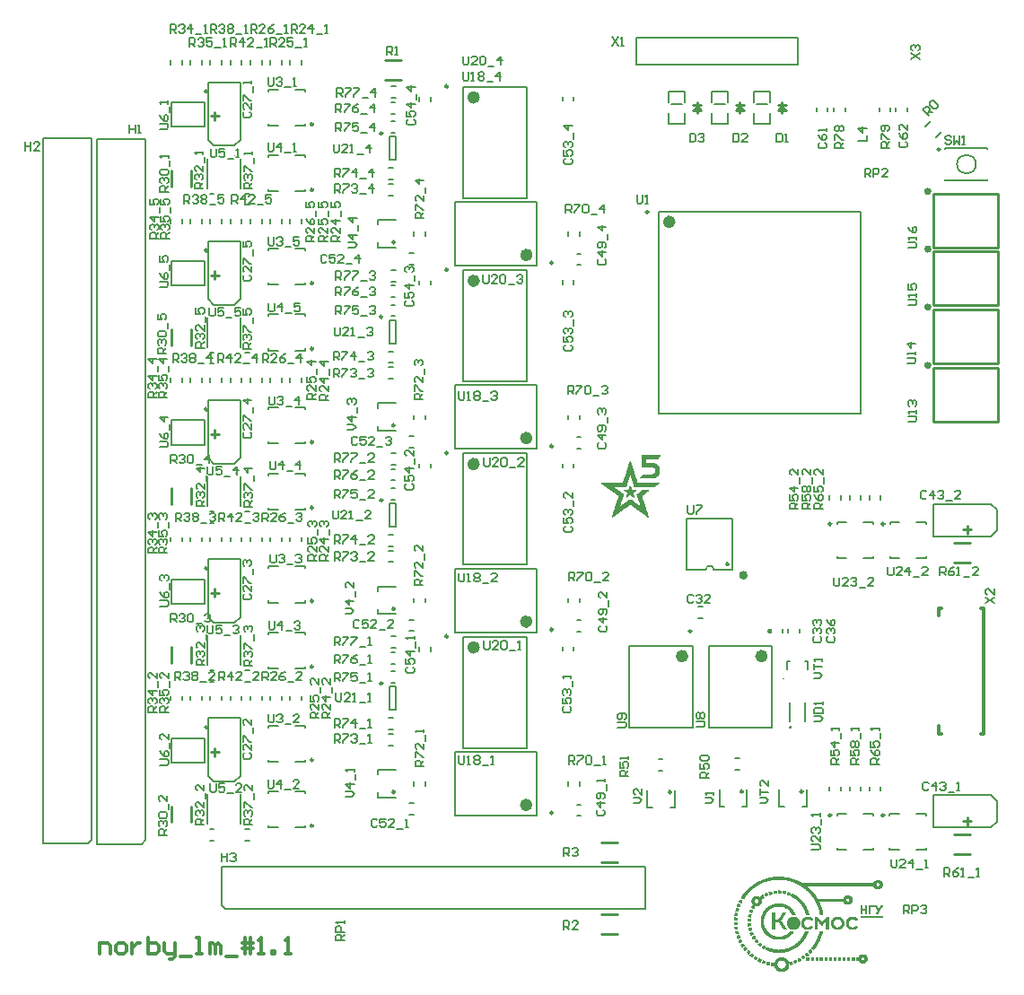
<source format=gto>
G04*
G04 #@! TF.GenerationSoftware,Altium Limited,Altium Designer,20.1.11 (218)*
G04*
G04 Layer_Color=6740479*
%FSAX42Y42*%
%MOMM*%
G71*
G04*
G04 #@! TF.SameCoordinates,7236F677-8011-49D1-9462-8A3D937FB474*
G04*
G04*
G04 #@! TF.FilePolarity,Positive*
G04*
G01*
G75*
%ADD10C,0.25*%
%ADD11C,0.25*%
%ADD12C,0.10*%
%ADD13C,0.60*%
%ADD14C,0.40*%
%ADD15C,0.20*%
%ADD16C,0.38*%
%ADD17C,0.03*%
%ADD18C,0.18*%
%ADD19C,0.13*%
%ADD20C,0.15*%
%ADD21C,0.30*%
%ADD22C,0.15*%
%ADD23C,0.16*%
D10*
X011022Y005475D02*
G03*
X011022Y005475I-000012J000000D01*
G01*
X009778Y005470D02*
G03*
X009778Y005470I-000012J000000D01*
G01*
X009969Y006990D02*
G03*
X009969Y006990I-000012J000000D01*
G01*
X011290Y008001D02*
G03*
X011290Y008001I-000012J000000D01*
G01*
X011790Y008000D02*
G03*
X011790Y008000I-000012J000000D01*
G01*
X011290Y005251D02*
G03*
X011290Y005251I-000012J000000D01*
G01*
X011790Y005250D02*
G03*
X011790Y005250I-000012J000000D01*
G01*
X006401Y007273D02*
G03*
X006401Y007273I-000012J000000D01*
G01*
Y006653D02*
G03*
X006401Y006653I-000012J000000D01*
G01*
X005405Y007583D02*
G03*
X005405Y007583I-000012J000000D01*
G01*
X007172Y010660D02*
G03*
X007172Y010660I-000012J000000D01*
G01*
X007172Y008930D02*
G03*
X007172Y008930I-000012J000000D01*
G01*
Y007200D02*
G03*
X007172Y007200I-000012J000000D01*
G01*
Y005470D02*
G03*
X007172Y005470I-000012J000000D01*
G01*
X010320Y007621D02*
G03*
X010320Y007621I-000012J000000D01*
G01*
X010457Y005475D02*
G03*
X010457Y005475I-000012J000000D01*
G01*
X010719Y006990D02*
G03*
X010719Y006990I-000012J000000D01*
G01*
X006401Y011153D02*
G03*
X006401Y011153I-000012J000000D01*
G01*
Y011773D02*
G03*
X006401Y011773I-000012J000000D01*
G01*
Y008773D02*
G03*
X006401Y008773I-000012J000000D01*
G01*
Y008153D02*
G03*
X006401Y008153I-000012J000000D01*
G01*
Y005773D02*
G03*
X006401Y005773I-000012J000000D01*
G01*
Y005153D02*
G03*
X006401Y005153I-000012J000000D01*
G01*
Y010273D02*
G03*
X006401Y010273I-000012J000000D01*
G01*
Y009653D02*
G03*
X006401Y009653I-000012J000000D01*
G01*
X005405Y006083D02*
G03*
X005405Y006083I-000012J000000D01*
G01*
Y010583D02*
G03*
X005405Y010583I-000012J000000D01*
G01*
Y009083D02*
G03*
X005405Y009083I-000012J000000D01*
G01*
Y012083D02*
G03*
X005405Y012083I-000012J000000D01*
G01*
X008662Y010464D02*
G03*
X008662Y010464I-000012J000000D01*
G01*
X007672Y012129D02*
G03*
X007672Y012129I-000012J000000D01*
G01*
X007056Y011685D02*
G03*
X007056Y011685I-000012J000000D01*
G01*
X008662Y008734D02*
G03*
X008662Y008734I-000012J000000D01*
G01*
X007672Y010400D02*
G03*
X007672Y010400I-000012J000000D01*
G01*
X007056Y009955D02*
G03*
X007056Y009955I-000012J000000D01*
G01*
X008662Y007004D02*
G03*
X008662Y007004I-000012J000000D01*
G01*
X007672Y008669D02*
G03*
X007672Y008669I-000012J000000D01*
G01*
X007056Y008225D02*
G03*
X007056Y008225I-000012J000000D01*
G01*
Y006495D02*
G03*
X007056Y006495I-000012J000000D01*
G01*
X008662Y005274D02*
G03*
X008662Y005274I-000012J000000D01*
G01*
X007672Y006939D02*
G03*
X007672Y006939I-000012J000000D01*
G01*
X009565Y010943D02*
G03*
X009565Y010943I-000012J000000D01*
G01*
X012315Y011535D02*
G03*
X012315Y011535I-000012J000000D01*
G01*
D11*
X010906Y006083D02*
G03*
X010906Y006083I-000006J000000D01*
G01*
X010825Y011876D02*
Y011901D01*
Y011952D02*
Y011977D01*
X010787Y011952D02*
X010864D01*
X010825Y011939D02*
X010864Y011901D01*
X010787D02*
X010825Y011939D01*
X010787Y011901D02*
X010864D01*
X010387D02*
X010464D01*
X010387D02*
X010425Y011939D01*
X010464Y011901D01*
X010387Y011952D02*
X010464D01*
X010425D02*
Y011977D01*
Y011876D02*
Y011901D01*
X010025Y011876D02*
Y011901D01*
Y011952D02*
Y011977D01*
X009987Y011952D02*
X010064D01*
X010025Y011939D02*
X010064Y011901D01*
X009987D02*
X010025Y011939D01*
X009987Y011901D02*
X010064D01*
X005066Y006686D02*
Y006836D01*
X005251Y006686D02*
Y006836D01*
X005435Y007349D02*
X005511D01*
X005473Y007311D02*
Y007387D01*
X009120Y004133D02*
X009270D01*
X009120Y004317D02*
X009270D01*
X009120Y004812D02*
X009270D01*
X009120Y004997D02*
X009270D01*
X007080Y012378D02*
X007230D01*
X007080Y012193D02*
X007230D01*
X012450Y007818D02*
X012600D01*
X012450Y007633D02*
X012600D01*
X012571Y007908D02*
Y007984D01*
X012532Y007946D02*
X012609D01*
X012450Y005068D02*
X012600D01*
X012450Y004883D02*
X012600D01*
X012571Y005158D02*
Y005234D01*
X012532Y005196D02*
X012609D01*
X005251Y008186D02*
Y008336D01*
X005066Y008186D02*
Y008336D01*
X005251Y011186D02*
Y011336D01*
X005066Y011186D02*
Y011336D01*
X005473Y005811D02*
Y005887D01*
X005435Y005849D02*
X005511D01*
X005251Y005186D02*
Y005336D01*
X005066Y005186D02*
Y005336D01*
Y009686D02*
Y009836D01*
X005251Y009686D02*
Y009836D01*
X005435Y010349D02*
X005511D01*
X005473Y010311D02*
Y010387D01*
X005435Y008849D02*
X005511D01*
X005473Y008811D02*
Y008887D01*
Y011811D02*
Y011887D01*
X005435Y011849D02*
X005511D01*
X012255Y009474D02*
X012865D01*
Y008966D02*
Y009474D01*
X012255Y008966D02*
X012865D01*
X012255D02*
Y009474D01*
Y010024D02*
X012865D01*
Y009516D02*
Y010024D01*
X012255Y009516D02*
X012865D01*
X012255D02*
Y010024D01*
Y010571D02*
X012865D01*
Y010063D02*
Y010571D01*
X012255Y010063D02*
X012865D01*
X012255D02*
Y010571D01*
Y011115D02*
X012865D01*
Y010607D02*
Y011115D01*
X012255Y010607D02*
X012865D01*
X012255D02*
Y011115D01*
D12*
X010843Y006543D02*
G03*
X010843Y006543I-000005J000000D01*
G01*
X005668Y006978D02*
G03*
X005668Y006978I-000005J000000D01*
G01*
Y005478D02*
G03*
X005668Y005478I-000005J000000D01*
G01*
Y009978D02*
G03*
X005668Y009978I-000005J000000D01*
G01*
Y008478D02*
G03*
X005668Y008478I-000005J000000D01*
G01*
Y011478D02*
G03*
X005668Y011478I-000005J000000D01*
G01*
D13*
X009911Y006753D02*
G03*
X009911Y006753I-000030J000000D01*
G01*
X010661D02*
G03*
X010661Y006753I-000030J000000D01*
G01*
X008443Y010539D02*
G03*
X008443Y010539I-000030J000000D01*
G01*
X007945Y012025D02*
G03*
X007945Y012025I-000030J000000D01*
G01*
X008442Y008810D02*
G03*
X008442Y008810I-000030J000000D01*
G01*
X007945Y010295D02*
G03*
X007945Y010295I-000030J000000D01*
G01*
X008442Y007079D02*
G03*
X008442Y007079I-000030J000000D01*
G01*
X007945Y008565D02*
G03*
X007945Y008565I-000030J000000D01*
G01*
X008442Y005349D02*
G03*
X008442Y005349I-000030J000000D01*
G01*
X007945Y006835D02*
G03*
X007945Y006835I-000030J000000D01*
G01*
X009790Y010850D02*
G03*
X009790Y010850I-000030J000000D01*
G01*
D14*
X010440Y007516D02*
G03*
X010440Y007516I000020J000000D01*
G01*
D15*
X010181Y007570D02*
G03*
X010107Y007570I-000037J000000D01*
G01*
X012655Y011395D02*
G03*
X012655Y011395I-000090J000000D01*
G01*
X012278Y011650D02*
X012328Y011699D01*
X012176Y011752D02*
X012225Y011802D01*
X010800Y005330D02*
X010845D01*
X011015D02*
X011060D01*
Y005492D01*
X010800Y005330D02*
Y005492D01*
X010900Y006135D02*
Y006315D01*
X011040Y006135D02*
Y006315D01*
X010870Y006630D02*
Y006703D01*
X010895D01*
X011070Y006630D02*
Y006703D01*
X011045D02*
X011070D01*
X009555Y005325D02*
Y005488D01*
X009815Y005325D02*
Y005488D01*
X009770Y005325D02*
X009815D01*
X009555D02*
X009600D01*
X009382Y006077D02*
Y006852D01*
X009982Y006077D02*
Y006852D01*
X009382Y006077D02*
X009982D01*
X009382Y006852D02*
X009982D01*
X011343Y007676D02*
X011435D01*
X011343D02*
Y007694D01*
X011590Y007676D02*
X011682D01*
Y007694D01*
Y007999D02*
Y008016D01*
X011590D02*
X011682D01*
X011343D02*
X011435D01*
X011343Y007999D02*
Y008016D01*
X011843Y007675D02*
X011935D01*
X011843D02*
Y007693D01*
X012090Y007675D02*
X012182D01*
Y007693D01*
Y007997D02*
Y008015D01*
X012090D02*
X012182D01*
X011843D02*
X011935D01*
X011843Y007997D02*
Y008015D01*
X011343Y004926D02*
X011435D01*
X011343D02*
Y004944D01*
X011590Y004926D02*
X011682D01*
Y004944D01*
Y005249D02*
Y005266D01*
X011590D02*
X011682D01*
X011343D02*
X011435D01*
X011343Y005249D02*
Y005266D01*
X011842Y004925D02*
X011935D01*
X011842D02*
Y004942D01*
X012090Y004925D02*
X012182D01*
Y004942D01*
Y005247D02*
Y005265D01*
X012090D02*
X012182D01*
X011842D02*
X011935D01*
X011842Y005247D02*
Y005265D01*
X006231Y007598D02*
X006323D01*
Y007581D02*
Y007598D01*
X005983D02*
X006076D01*
X005983Y007581D02*
Y007598D01*
Y007258D02*
Y007276D01*
Y007258D02*
X006076D01*
X006231D02*
X006323D01*
Y007276D01*
X006231Y006978D02*
X006323D01*
Y006961D02*
Y006978D01*
X005983D02*
X006076D01*
X005983Y006961D02*
Y006978D01*
Y006638D02*
Y006656D01*
Y006638D02*
X006076D01*
X006231D02*
X006323D01*
Y006656D01*
X005719Y006668D02*
Y006948D01*
X005404Y006668D02*
Y006948D01*
X005410Y007124D02*
Y007669D01*
Y007124D02*
X005466Y007069D01*
X005661D01*
X005715Y007123D01*
Y007669D01*
X005410D02*
X005715D01*
X005068Y007478D02*
X005378D01*
X005068Y007248D02*
X005378D01*
Y007478D01*
X005068Y007248D02*
Y007478D01*
X004366Y004981D02*
Y011636D01*
X004820Y005019D02*
Y011636D01*
X004783Y004981D02*
X004820Y005019D01*
X004366Y004981D02*
X004783D01*
X004366Y011636D02*
X004820D01*
X003858Y011638D02*
X004312D01*
X003858Y004983D02*
X004275D01*
X004312Y005020D01*
Y011638D01*
X003858Y004983D02*
Y011638D01*
X007015Y010825D02*
Y010870D01*
Y010610D02*
Y010655D01*
Y010610D02*
X007178D01*
X007015Y010870D02*
X007178D01*
X007015Y009095D02*
Y009140D01*
Y008880D02*
Y008925D01*
Y008880D02*
X007178D01*
X007015Y009140D02*
X007178D01*
X007015Y007365D02*
Y007410D01*
Y007150D02*
Y007195D01*
Y007150D02*
X007178D01*
X007015Y007410D02*
X007178D01*
X007015Y005635D02*
Y005680D01*
Y005420D02*
Y005465D01*
Y005420D02*
X007178D01*
X007015Y005680D02*
X007178D01*
X009927Y007570D02*
Y008053D01*
X010358Y007570D02*
Y008053D01*
X009927D02*
X010358D01*
X009927Y007570D02*
X010104D01*
X010181D02*
X010358D01*
X010235Y005330D02*
Y005492D01*
X010495Y005330D02*
Y005492D01*
X010450Y005330D02*
X010495D01*
X010235D02*
X010280D01*
X010132Y006852D02*
X010732D01*
X010132Y006077D02*
X010732D01*
Y006852D01*
X010132Y006077D02*
Y006852D01*
X006231Y011478D02*
X006323D01*
Y011461D02*
Y011478D01*
X005983D02*
X006076D01*
X005983Y011461D02*
Y011478D01*
Y011138D02*
Y011156D01*
Y011138D02*
X006076D01*
X006231D02*
X006323D01*
Y011156D01*
Y011758D02*
Y011776D01*
X006231Y011758D02*
X006323D01*
X005983D02*
X006076D01*
X005983D02*
Y011776D01*
Y012081D02*
Y012098D01*
X006076D01*
X006323Y012081D02*
Y012098D01*
X006231D02*
X006323D01*
X006231Y009098D02*
X006323D01*
Y009081D02*
Y009098D01*
X005983D02*
X006076D01*
X005983Y009081D02*
Y009098D01*
Y008758D02*
Y008776D01*
Y008758D02*
X006076D01*
X006231D02*
X006323D01*
Y008776D01*
Y008138D02*
Y008156D01*
X006231Y008138D02*
X006323D01*
X005983D02*
X006076D01*
X005983D02*
Y008156D01*
Y008461D02*
Y008478D01*
X006076D01*
X006323Y008461D02*
Y008478D01*
X006231D02*
X006323D01*
X006231Y006098D02*
X006323D01*
Y006081D02*
Y006098D01*
X005983D02*
X006076D01*
X005983Y006081D02*
Y006098D01*
Y005758D02*
Y005776D01*
Y005758D02*
X006076D01*
X006231D02*
X006323D01*
Y005776D01*
X006231Y005478D02*
X006323D01*
Y005461D02*
Y005478D01*
X005983D02*
X006076D01*
X005983Y005461D02*
Y005478D01*
Y005138D02*
Y005156D01*
Y005138D02*
X006076D01*
X006231D02*
X006323D01*
Y005156D01*
X006231Y010598D02*
X006323D01*
Y010581D02*
Y010598D01*
X005983D02*
X006076D01*
X005983Y010581D02*
Y010598D01*
Y010258D02*
Y010276D01*
Y010258D02*
X006076D01*
X006231D02*
X006323D01*
Y010276D01*
Y009638D02*
Y009656D01*
X006231Y009638D02*
X006323D01*
X005983D02*
X006076D01*
X005983D02*
Y009656D01*
Y009961D02*
Y009978D01*
X006076D01*
X006323Y009961D02*
Y009978D01*
X006231D02*
X006323D01*
X012251Y007884D02*
X012795D01*
X012851Y007939D01*
Y008135D01*
X012797Y008189D02*
X012851Y008135D01*
X012251Y008189D02*
X012797D01*
X012251Y007884D02*
Y008189D01*
Y005134D02*
X012795D01*
X012851Y005189D01*
Y005385D01*
X012797Y005439D02*
X012851Y005385D01*
X012251Y005439D02*
X012797D01*
X012251Y005134D02*
Y005439D01*
X005068Y005978D02*
X005378D01*
X005068Y005748D02*
X005378D01*
Y005978D01*
X005068Y005748D02*
Y005978D01*
X005410Y006169D02*
X005715D01*
Y005623D02*
Y006169D01*
X005661Y005569D02*
X005715Y005623D01*
X005466Y005569D02*
X005661D01*
X005410Y005624D02*
X005466Y005569D01*
X005410Y005624D02*
Y006169D01*
X005404Y005168D02*
Y005448D01*
X005719Y005168D02*
Y005448D01*
Y009668D02*
Y009948D01*
X005404Y009668D02*
Y009948D01*
X005410Y010124D02*
Y010669D01*
Y010124D02*
X005466Y010069D01*
X005661D01*
X005715Y010123D01*
Y010669D01*
X005410D02*
X005715D01*
X005068Y010478D02*
X005378D01*
X005068Y010248D02*
X005378D01*
Y010478D01*
X005068Y010248D02*
Y010478D01*
Y008978D02*
X005378D01*
X005068Y008748D02*
X005378D01*
Y008978D01*
X005068Y008748D02*
Y008978D01*
X005719Y008168D02*
Y008448D01*
X005404Y008168D02*
Y008448D01*
X005410Y008624D02*
Y009169D01*
Y008624D02*
X005466Y008569D01*
X005661D01*
X005715Y008623D01*
Y009169D01*
X005410D02*
X005715D01*
X005410Y012169D02*
X005715D01*
Y011623D02*
Y012169D01*
X005661Y011569D02*
X005715Y011623D01*
X005466Y011569D02*
X005661D01*
X005410Y011624D02*
X005466Y011569D01*
X005410Y011624D02*
Y012169D01*
X005404Y011168D02*
Y011448D01*
X005719Y011168D02*
Y011448D01*
X005068Y011748D02*
Y011978D01*
X005378Y011748D02*
Y011978D01*
X005068Y011748D02*
X005378D01*
X005068Y011978D02*
X005378D01*
X007738Y011039D02*
X008512D01*
X007738Y010439D02*
X008512D01*
X007738D02*
Y011039D01*
X008512Y010439D02*
Y011039D01*
X007815Y011075D02*
Y012125D01*
X008420Y011075D02*
Y012125D01*
X007815D02*
X008420D01*
X007815Y011075D02*
X008420D01*
X007123Y011655D02*
X007183D01*
X007123Y011435D02*
X007183D01*
X007123D02*
Y011655D01*
X007183Y011435D02*
Y011655D01*
X007737Y009310D02*
X008512D01*
X007737Y008710D02*
X008512D01*
X007737D02*
Y009310D01*
X008512Y008710D02*
Y009310D01*
X007815Y009345D02*
Y010395D01*
X008420Y009345D02*
Y010395D01*
X007815D02*
X008420D01*
X007815Y009345D02*
X008420D01*
X007123Y009925D02*
X007183D01*
X007123Y009705D02*
X007183D01*
X007123D02*
Y009925D01*
X007183Y009705D02*
Y009925D01*
X007737Y007579D02*
X008512D01*
X007737Y006979D02*
X008512D01*
X007737D02*
Y007579D01*
X008512Y006979D02*
Y007579D01*
X007815Y007615D02*
Y008665D01*
X008420Y007615D02*
Y008665D01*
X007815D02*
X008420D01*
X007815Y007615D02*
X008420D01*
X007123Y008195D02*
X007183D01*
X007123Y007975D02*
X007183D01*
X007123D02*
Y008195D01*
X007183Y007975D02*
Y008195D01*
X007123Y006465D02*
X007183D01*
X007123Y006245D02*
X007183D01*
X007123D02*
Y006465D01*
X007183Y006245D02*
Y006465D01*
X007737Y005849D02*
X008512D01*
X007737Y005249D02*
X008512D01*
X007737D02*
Y005849D01*
X008512Y005249D02*
Y005849D01*
X007815Y005885D02*
Y006935D01*
X008420Y005885D02*
Y006935D01*
X007815D02*
X008420D01*
X007815Y005885D02*
X008420D01*
X009660Y009040D02*
X011570D01*
X009660Y010950D02*
X011570D01*
Y009040D02*
Y010950D01*
X009660Y009040D02*
Y010950D01*
X010972Y012338D02*
Y012592D01*
X009448Y012338D02*
Y012592D01*
X010972D01*
X009448Y012338D02*
X010972D01*
X012365Y011545D02*
X012765D01*
Y011535D02*
Y011545D01*
X012365Y011535D02*
Y011545D01*
X012765Y011245D02*
Y011255D01*
X012365Y011245D02*
Y011255D01*
Y011245D02*
X012765D01*
X005535Y004765D02*
X009535D01*
Y004365D02*
Y004765D01*
X005572Y004365D02*
X009535D01*
X005535Y004403D02*
X005572Y004365D01*
X005535Y004403D02*
Y004765D01*
D16*
X012218Y009497D02*
G03*
X012218Y009497I-000018J000000D01*
G01*
Y010047D02*
G03*
X012218Y010047I-000018J000000D01*
G01*
Y010594D02*
G03*
X012218Y010594I-000018J000000D01*
G01*
Y011138D02*
G03*
X012218Y011138I-000018J000000D01*
G01*
D17*
X009503Y008652D02*
X009673D01*
X009503Y008649D02*
X009673D01*
X009503Y008646D02*
X009670D01*
X009503Y008644D02*
X009668D01*
X009503Y008641D02*
X009665D01*
X009503Y008639D02*
X009665D01*
X009503Y008636D02*
X009663D01*
X009503Y008634D02*
X009660D01*
X009503Y008631D02*
X009658D01*
X009503Y008629D02*
X009655D01*
X009503Y008626D02*
X009653D01*
X009503Y008624D02*
X009650D01*
X009503Y008621D02*
X009650D01*
X009503Y008619D02*
X009647D01*
X009503Y008616D02*
X009645D01*
X009503Y008613D02*
X009538D01*
X009503Y008611D02*
X009538D01*
X009503Y008608D02*
X009538D01*
X009503Y008606D02*
X009538D01*
X009503Y008603D02*
X009538D01*
X009503Y008601D02*
X009538D01*
X009503Y008598D02*
X009538D01*
X009503Y008596D02*
X009538D01*
X009503Y008593D02*
X009538D01*
X009388Y008591D02*
X009391D01*
X009503D02*
X009538D01*
X009388Y008588D02*
X009391D01*
X009503D02*
X009538D01*
X009386Y008586D02*
X009393D01*
X009503D02*
X009538D01*
X009386Y008583D02*
X009393D01*
X009503D02*
X009538D01*
X009386Y008580D02*
X009393D01*
X009503D02*
X009538D01*
X009383Y008578D02*
X009396D01*
X009503D02*
X009607D01*
X009383Y008575D02*
X009396D01*
X009503D02*
X009614D01*
X009383Y008573D02*
X009396D01*
X009503D02*
X009622D01*
X009383Y008570D02*
X009399D01*
X009503D02*
X009627D01*
X009381Y008568D02*
X009399D01*
X009503D02*
X009632D01*
X009381Y008565D02*
X009399D01*
X009503D02*
X009635D01*
X009378Y008563D02*
X009399D01*
X009503D02*
X009640D01*
X009378Y008560D02*
X009401D01*
X009503D02*
X009642D01*
X009378Y008558D02*
X009401D01*
X009503D02*
X009645D01*
X009378Y008555D02*
X009401D01*
X009503D02*
X009647D01*
X009376Y008553D02*
X009404D01*
X009503D02*
X009650D01*
X009376Y008550D02*
X009404D01*
X009503D02*
X009650D01*
X009376Y008547D02*
X009404D01*
X009503D02*
X009653D01*
X009373Y008545D02*
X009406D01*
X009503D02*
X009655D01*
X009373Y008542D02*
X009406D01*
X009599D02*
X009655D01*
X009373Y008540D02*
X009406D01*
X009607D02*
X009658D01*
X009371Y008537D02*
X009409D01*
X009612D02*
X009660D01*
X009371Y008535D02*
X009409D01*
X009617D02*
X009660D01*
X009371Y008532D02*
X009409D01*
X009619D02*
X009660D01*
X009368Y008530D02*
X009411D01*
X009622D02*
X009663D01*
X009368Y008527D02*
X009411D01*
X009625D02*
X009663D01*
X009368Y008525D02*
X009411D01*
X009625D02*
X009663D01*
X009365Y008522D02*
X009414D01*
X009627D02*
X009665D01*
X009365Y008519D02*
X009414D01*
X009627D02*
X009665D01*
X009365Y008517D02*
X009414D01*
X009627D02*
X009665D01*
X009363Y008514D02*
X009416D01*
X009630D02*
X009665D01*
X009363Y008512D02*
X009416D01*
X009630D02*
X009665D01*
X009363Y008509D02*
X009416D01*
X009630D02*
X009665D01*
X009360Y008507D02*
X009419D01*
X009630D02*
X009665D01*
X009360Y008504D02*
X009419D01*
X009630D02*
X009665D01*
X009360Y008502D02*
X009419D01*
X009630D02*
X009665D01*
X009358Y008499D02*
X009421D01*
X009630D02*
X009665D01*
X009358Y008497D02*
X009421D01*
X009630D02*
X009665D01*
X009358Y008494D02*
X009421D01*
X009627D02*
X009665D01*
X009355Y008492D02*
X009424D01*
X009627D02*
X009665D01*
X009355Y008489D02*
X009424D01*
X009625D02*
X009665D01*
X009355Y008486D02*
X009424D01*
X009625D02*
X009663D01*
X009353Y008484D02*
X009424D01*
X009622D02*
X009663D01*
X009353Y008481D02*
X009426D01*
X009619D02*
X009663D01*
X009353Y008479D02*
X009388D01*
X009391D02*
X009426D01*
X009617D02*
X009660D01*
X009350Y008476D02*
X009388D01*
X009391D02*
X009429D01*
X009614D02*
X009660D01*
X009350Y008474D02*
X009388D01*
X009391D02*
X009429D01*
X009612D02*
X009658D01*
X009350Y008471D02*
X009386D01*
X009393D02*
X009429D01*
X009604D02*
X009658D01*
X009348Y008469D02*
X009386D01*
X009393D02*
X009429D01*
X009510D02*
X009655D01*
X009348Y008466D02*
X009383D01*
X009393D02*
X009432D01*
X009508D02*
X009655D01*
X009348Y008464D02*
X009383D01*
X009396D02*
X009432D01*
X009508D02*
X009653D01*
X009348Y008461D02*
X009383D01*
X009396D02*
X009432D01*
X009505D02*
X009650D01*
X009345Y008459D02*
X009383D01*
X009396D02*
X009434D01*
X009503D02*
X009647D01*
X009345Y008456D02*
X009381D01*
X009399D02*
X009434D01*
X009503D02*
X009645D01*
X009345Y008453D02*
X009381D01*
X009399D02*
X009434D01*
X009500D02*
X009642D01*
X009343Y008451D02*
X009381D01*
X009399D02*
X009437D01*
X009498D02*
X009640D01*
X009343Y008448D02*
X009378D01*
X009401D02*
X009437D01*
X009495D02*
X009637D01*
X009343Y008446D02*
X009378D01*
X009401D02*
X009437D01*
X009495D02*
X009635D01*
X009340Y008443D02*
X009378D01*
X009401D02*
X009439D01*
X009493D02*
X009630D01*
X009340Y008441D02*
X009376D01*
X009404D02*
X009439D01*
X009490D02*
X009625D01*
X009340Y008438D02*
X009376D01*
X009404D02*
X009439D01*
X009490D02*
X009619D01*
X009338Y008436D02*
X009376D01*
X009404D02*
X009442D01*
X009487D02*
X009612D01*
X009338Y008433D02*
X009373D01*
X009406D02*
X009442D01*
X009338Y008431D02*
X009373D01*
X009406D02*
X009442D01*
X009335Y008428D02*
X009373D01*
X009406D02*
X009444D01*
X009335Y008426D02*
X009371D01*
X009409D02*
X009444D01*
X009335Y008423D02*
X009371D01*
X009409D02*
X009444D01*
X009332Y008420D02*
X009371D01*
X009409D02*
X009447D01*
X009332Y008418D02*
X009368D01*
X009411D02*
X009447D01*
X009332Y008415D02*
X009368D01*
X009411D02*
X009447D01*
X009330Y008413D02*
X009368D01*
X009411D02*
X009449D01*
X009330Y008410D02*
X009365D01*
X009414D02*
X009449D01*
X009330Y008408D02*
X009365D01*
X009414D02*
X009449D01*
X009327Y008405D02*
X009365D01*
X009414D02*
X009452D01*
X009327Y008403D02*
X009363D01*
X009416D02*
X009452D01*
X009327Y008400D02*
X009363D01*
X009416D02*
X009452D01*
X009325Y008398D02*
X009363D01*
X009416D02*
X009454D01*
X009325Y008395D02*
X009360D01*
X009419D02*
X009454D01*
X009117Y008393D02*
X009360D01*
X009419D02*
X009663D01*
X009117Y008390D02*
X009360D01*
X009419D02*
X009663D01*
X009119Y008387D02*
X009358D01*
X009419D02*
X009660D01*
X009124Y008385D02*
X009358D01*
X009421D02*
X009655D01*
X009127Y008382D02*
X009358D01*
X009421D02*
X009653D01*
X009132Y008380D02*
X009358D01*
X009424D02*
X009647D01*
X009134Y008377D02*
X009355D01*
X009424D02*
X009645D01*
X009137Y008375D02*
X009355D01*
X009424D02*
X009642D01*
X009142Y008372D02*
X009355D01*
X009424D02*
X009637D01*
X009145Y008370D02*
X009353D01*
X009426D02*
X009635D01*
X009147Y008367D02*
X009353D01*
X009426D02*
X009632D01*
X009152Y008365D02*
X009353D01*
X009426D02*
X009627D01*
X009155Y008362D02*
X009350D01*
X009429D02*
X009625D01*
X009160Y008359D02*
X009350D01*
X009388D02*
X009391D01*
X009429D02*
X009619D01*
X009162Y008357D02*
X009223D01*
X009388D02*
X009391D01*
X009165Y008354D02*
X009223D01*
X009386D02*
X009393D01*
X009170Y008352D02*
X009228D01*
X009386D02*
X009393D01*
X009172Y008349D02*
X009231D01*
X009386D02*
X009393D01*
X009175Y008347D02*
X009236D01*
X009383D02*
X009393D01*
X009180Y008344D02*
X009239D01*
X009383D02*
X009396D01*
X009183Y008342D02*
X009241D01*
X009383D02*
X009396D01*
X009188Y008339D02*
X009246D01*
X009381D02*
X009399D01*
X009190Y008337D02*
X009249D01*
X009381D02*
X009399D01*
X009193Y008334D02*
X009251D01*
X009381D02*
X009399D01*
X009198Y008332D02*
X009256D01*
X009381D02*
X009399D01*
X009200Y008329D02*
X009259D01*
X009378D02*
X009401D01*
X009203Y008326D02*
X009264D01*
X009378D02*
X009401D01*
X009208Y008324D02*
X009266D01*
X009378D02*
X009401D01*
X009211Y008321D02*
X009269D01*
X009335D02*
X009444D01*
X009216Y008319D02*
X009274D01*
X009338D02*
X009442D01*
X009505D02*
X009564D01*
X009218Y008316D02*
X009277D01*
X009340D02*
X009439D01*
X009503D02*
X009561D01*
X009221Y008314D02*
X009279D01*
X009345D02*
X009434D01*
X009500D02*
X009559D01*
X009226Y008311D02*
X009284D01*
X009348D02*
X009432D01*
X009495D02*
X009553D01*
X009228Y008309D02*
X009287D01*
X009350D02*
X009429D01*
X009493D02*
X009551D01*
X009233Y008306D02*
X009292D01*
X009355D02*
X009424D01*
X009487D02*
X009546D01*
X009236Y008304D02*
X009294D01*
X009358D02*
X009421D01*
X009485D02*
X009543D01*
X009239Y008301D02*
X009297D01*
X009363D02*
X009419D01*
X009482D02*
X009541D01*
X009244Y008299D02*
X009302D01*
X009365D02*
X009414D01*
X009477D02*
X009536D01*
X009246Y008296D02*
X009305D01*
X009368D02*
X009411D01*
X009475D02*
X009533D01*
X009249Y008293D02*
X009307D01*
X009368D02*
X009411D01*
X009472D02*
X009531D01*
X009254Y008291D02*
X009312D01*
X009365D02*
X009414D01*
X009467D02*
X009526D01*
X009256Y008288D02*
X009315D01*
X009365D02*
X009414D01*
X009465D02*
X009523D01*
X009261Y008286D02*
X009320D01*
X009365D02*
X009414D01*
X009459D02*
X009518D01*
X009264Y008283D02*
X009322D01*
X009363D02*
X009416D01*
X009457D02*
X009515D01*
X009266Y008281D02*
X009325D01*
X009363D02*
X009416D01*
X009454D02*
X009513D01*
X009272Y008278D02*
X009325D01*
X009363D02*
X009386D01*
X009393D02*
X009416D01*
X009454D02*
X009508D01*
X009274Y008276D02*
X009322D01*
X009360D02*
X009383D01*
X009396D02*
X009419D01*
X009457D02*
X009505D01*
X009277Y008273D02*
X009322D01*
X009360D02*
X009378D01*
X009401D02*
X009419D01*
X009457D02*
X009503D01*
X009282Y008271D02*
X009322D01*
X009360D02*
X009376D01*
X009404D02*
X009419D01*
X009457D02*
X009498D01*
X009284Y008268D02*
X009320D01*
X009358D02*
X009373D01*
X009406D02*
X009421D01*
X009459D02*
X009495D01*
X009284Y008265D02*
X009320D01*
X009358D02*
X009368D01*
X009411D02*
X009421D01*
X009459D02*
X009495D01*
X009282Y008263D02*
X009320D01*
X009358D02*
X009365D01*
X009414D02*
X009421D01*
X009459D02*
X009498D01*
X009282Y008260D02*
X009317D01*
X009355D02*
X009363D01*
X009416D02*
X009424D01*
X009462D02*
X009498D01*
X009282Y008258D02*
X009317D01*
X009355D02*
X009358D01*
X009421D02*
X009424D01*
X009462D02*
X009498D01*
X009279Y008255D02*
X009317D01*
X009462D02*
X009500D01*
X009279Y008253D02*
X009315D01*
X009465D02*
X009500D01*
X009279Y008250D02*
X009315D01*
X009465D02*
X009500D01*
X009277Y008248D02*
X009315D01*
X009465D02*
X009503D01*
X009277Y008245D02*
X009312D01*
X009467D02*
X009503D01*
X009277Y008243D02*
X009312D01*
X009467D02*
X009503D01*
X009274Y008240D02*
X009312D01*
X009467D02*
X009505D01*
X009274Y008238D02*
X009310D01*
X009470D02*
X009505D01*
X009274Y008235D02*
X009310D01*
X009470D02*
X009505D01*
X009272Y008232D02*
X009310D01*
X009388D02*
X009391D01*
X009470D02*
X009508D01*
X009272Y008230D02*
X009307D01*
X009383D02*
X009396D01*
X009472D02*
X009508D01*
X009272Y008227D02*
X009307D01*
X009381D02*
X009399D01*
X009472D02*
X009508D01*
X009269Y008225D02*
X009307D01*
X009376D02*
X009404D01*
X009472D02*
X009510D01*
X009269Y008222D02*
X009305D01*
X009373D02*
X009406D01*
X009475D02*
X009510D01*
X009269Y008220D02*
X009305D01*
X009371D02*
X009409D01*
X009475D02*
X009510D01*
X009266Y008217D02*
X009305D01*
X009365D02*
X009414D01*
X009475D02*
X009513D01*
X009266Y008215D02*
X009302D01*
X009363D02*
X009416D01*
X009477D02*
X009513D01*
X009266Y008212D02*
X009302D01*
X009360D02*
X009419D01*
X009477D02*
X009513D01*
X009264Y008210D02*
X009302D01*
X009355D02*
X009424D01*
X009477D02*
X009515D01*
X009264Y008207D02*
X009299D01*
X009353D02*
X009426D01*
X009480D02*
X009515D01*
X009264Y008205D02*
X009299D01*
X009348D02*
X009429D01*
X009480D02*
X009515D01*
X009261Y008202D02*
X009299D01*
X009345D02*
X009434D01*
X009480D02*
X009518D01*
X009261Y008199D02*
X009297D01*
X009343D02*
X009437D01*
X009480D02*
X009518D01*
X009261Y008197D02*
X009297D01*
X009338D02*
X009442D01*
X009482D02*
X009518D01*
X009259Y008194D02*
X009297D01*
X009335D02*
X009444D01*
X009482D02*
X009520D01*
X009259Y008192D02*
X009297D01*
X009332D02*
X009447D01*
X009482D02*
X009520D01*
X009259Y008189D02*
X009294D01*
X009327D02*
X009386D01*
X009393D02*
X009452D01*
X009485D02*
X009520D01*
X009256Y008187D02*
X009294D01*
X009325D02*
X009383D01*
X009396D02*
X009454D01*
X009485D02*
X009520D01*
X009256Y008184D02*
X009294D01*
X009322D02*
X009381D01*
X009399D02*
X009457D01*
X009485D02*
X009523D01*
X009256Y008182D02*
X009292D01*
X009317D02*
X009376D01*
X009404D02*
X009462D01*
X009487D02*
X009523D01*
X009256Y008179D02*
X009292D01*
X009315D02*
X009373D01*
X009406D02*
X009465D01*
X009487D02*
X009523D01*
X009254Y008177D02*
X009292D01*
X009310D02*
X009368D01*
X009411D02*
X009470D01*
X009487D02*
X009526D01*
X009254Y008174D02*
X009289D01*
X009307D02*
X009365D01*
X009414D02*
X009472D01*
X009490D02*
X009526D01*
X009254Y008172D02*
X009289D01*
X009305D02*
X009363D01*
X009416D02*
X009475D01*
X009490D02*
X009526D01*
X009251Y008169D02*
X009289D01*
X009299D02*
X009358D01*
X009421D02*
X009480D01*
X009490D02*
X009528D01*
X009251Y008166D02*
X009287D01*
X009297D02*
X009355D01*
X009424D02*
X009482D01*
X009493D02*
X009528D01*
X009251Y008164D02*
X009287D01*
X009292D02*
X009353D01*
X009426D02*
X009487D01*
X009493D02*
X009528D01*
X009249Y008161D02*
X009287D01*
X009289D02*
X009348D01*
X009432D02*
X009490D01*
X009493D02*
X009531D01*
X009249Y008159D02*
X009345D01*
X009434D02*
X009531D01*
X009249Y008156D02*
X009340D01*
X009439D02*
X009531D01*
X009246Y008154D02*
X009338D01*
X009442D02*
X009533D01*
X009246Y008151D02*
X009335D01*
X009444D02*
X009533D01*
X009246Y008149D02*
X009330D01*
X009449D02*
X009533D01*
X009244Y008146D02*
X009327D01*
X009452D02*
X009536D01*
X009244Y008144D02*
X009325D01*
X009454D02*
X009536D01*
X009244Y008141D02*
X009320D01*
X009459D02*
X009536D01*
X009241Y008139D02*
X009317D01*
X009462D02*
X009538D01*
X009241Y008136D02*
X009312D01*
X009467D02*
X009538D01*
X009241Y008133D02*
X009310D01*
X009470D02*
X009538D01*
X009239Y008131D02*
X009307D01*
X009472D02*
X009541D01*
X009239Y008128D02*
X009302D01*
X009477D02*
X009541D01*
X009239Y008126D02*
X009299D01*
X009480D02*
X009541D01*
X009236Y008123D02*
X009297D01*
X009482D02*
X009543D01*
X009236Y008121D02*
X009292D01*
X009487D02*
X009543D01*
X009236Y008118D02*
X009289D01*
X009490D02*
X009543D01*
X009233Y008116D02*
X009284D01*
X009495D02*
X009546D01*
X009233Y008113D02*
X009282D01*
X009498D02*
X009546D01*
X009233Y008111D02*
X009279D01*
X009500D02*
X009546D01*
X009231Y008108D02*
X009274D01*
X009505D02*
X009548D01*
X009231Y008105D02*
X009272D01*
X009508D02*
X009548D01*
X009231Y008103D02*
X009269D01*
X009510D02*
X009548D01*
X009228Y008100D02*
X009264D01*
X009515D02*
X009551D01*
X009228Y008098D02*
X009261D01*
X009518D02*
X009551D01*
X009228Y008095D02*
X009256D01*
X009523D02*
X009551D01*
X009226Y008093D02*
X009254D01*
X009526D02*
X009551D01*
X009226Y008090D02*
X009251D01*
X009528D02*
X009553D01*
X009226Y008088D02*
X009246D01*
X009533D02*
X009553D01*
X009226Y008085D02*
X009244D01*
X009536D02*
X009553D01*
X009223Y008083D02*
X009241D01*
X009538D02*
X009556D01*
X009223Y008080D02*
X009236D01*
X009543D02*
X009556D01*
X009223Y008078D02*
X009233D01*
X009546D02*
X009556D01*
X009221Y008075D02*
X009228D01*
X009551D02*
X009559D01*
X009221Y008072D02*
X009226D01*
X009553D02*
X009559D01*
X009221Y008070D02*
X009223D01*
X009556D02*
X009559D01*
X010397Y004113D02*
X010419D01*
X010397Y004110D02*
X010422D01*
X010397Y004107D02*
X010422D01*
X010399Y004105D02*
X010422D01*
X010399Y004102D02*
X010425D01*
X010399Y004100D02*
X010425D01*
X010402Y004097D02*
X010419D01*
X010402Y004095D02*
X010414D01*
X010404Y004092D02*
X010407D01*
X010430Y004080D02*
X010435D01*
X010425Y004077D02*
X010435D01*
X010419Y004074D02*
X010437D01*
X010414Y004072D02*
X010437D01*
X010414Y004069D02*
X010440D01*
X010414Y004067D02*
X010440D01*
X010417Y004064D02*
X010442D01*
X010417Y004062D02*
X010442D01*
X010419Y004059D02*
X010440D01*
X010419Y004057D02*
X010435D01*
X010422Y004054D02*
X010430D01*
X010422Y004052D02*
X010425D01*
X010374Y004222D02*
X010394D01*
X010392Y004201D02*
X010399D01*
X010376Y004199D02*
X010399D01*
X010376Y004196D02*
X010399D01*
X010376Y004194D02*
X010399D01*
X010376Y004191D02*
X010399D01*
X010376Y004189D02*
X010399D01*
X010376Y004186D02*
X010402D01*
X010379Y004184D02*
X010402D01*
X010379Y004181D02*
X010402D01*
X010379Y004179D02*
X010392D01*
X010394Y004158D02*
X010407D01*
X010384Y004156D02*
X010407D01*
X010384Y004153D02*
X010407D01*
X010384Y004151D02*
X010407D01*
X010384Y004148D02*
X010409D01*
X010386Y004146D02*
X010409D01*
X010386Y004143D02*
X010409D01*
X010386Y004140D02*
X010412D01*
X010386Y004138D02*
X010407D01*
X010389Y004135D02*
X010399D01*
X010409Y004118D02*
X010417D01*
X010376Y004316D02*
X010399D01*
X010376Y004313D02*
X010399D01*
X010376Y004311D02*
X010399D01*
X010384Y004308D02*
X010399D01*
X010374Y004288D02*
X010381D01*
X010374Y004285D02*
X010397D01*
X010374Y004283D02*
X010397D01*
X010374Y004280D02*
X010397D01*
X010374Y004278D02*
X010397D01*
X010374Y004275D02*
X010397D01*
X010374Y004273D02*
X010397D01*
X010374Y004270D02*
X010397D01*
X010371Y004267D02*
X010397D01*
X010371Y004265D02*
X010394D01*
X010371Y004242D02*
X010394D01*
X010371Y004240D02*
X010394D01*
X010371Y004237D02*
X010397D01*
X010374Y004234D02*
X010397D01*
X010374Y004232D02*
X010397D01*
X010374Y004229D02*
X010397D01*
X010374Y004227D02*
X010397D01*
X010374Y004224D02*
X010397D01*
X010404Y004415D02*
X010412D01*
X010404Y004412D02*
X010419D01*
X010404Y004410D02*
X010425D01*
X010402Y004407D02*
X010427D01*
X010402Y004405D02*
X010425D01*
X010399Y004402D02*
X010425D01*
X010399Y004400D02*
X010425D01*
X010399Y004397D02*
X010422D01*
X010402Y004394D02*
X010422D01*
X010409Y004392D02*
X010419D01*
X010414Y004389D02*
X010419D01*
X010392Y004374D02*
X010397D01*
X010389Y004372D02*
X010404D01*
X010389Y004369D02*
X010412D01*
X010389Y004367D02*
X010412D01*
X010386Y004364D02*
X010412D01*
X010386Y004361D02*
X010409D01*
X010386Y004359D02*
X010409D01*
X010386Y004356D02*
X010409D01*
X010384Y004354D02*
X010409D01*
X010392Y004351D02*
X010407D01*
X010402Y004349D02*
X010407D01*
X010379Y004331D02*
X010389D01*
X010379Y004328D02*
X010402D01*
X010379Y004326D02*
X010402D01*
X010379Y004323D02*
X010402D01*
X010379Y004321D02*
X010402D01*
X010425Y004455D02*
X010430D01*
X010425Y004453D02*
X010435D01*
X010422Y004450D02*
X010440D01*
X010419Y004448D02*
X010442D01*
X010419Y004445D02*
X010445D01*
X010417Y004443D02*
X010445D01*
X010417Y004440D02*
X010442D01*
X010414Y004438D02*
X010442D01*
X010419Y004435D02*
X010440D01*
X010425Y004433D02*
X010440D01*
X010430Y004430D02*
X010437D01*
X010435Y004428D02*
X010437D01*
X010559Y003909D02*
X010587D01*
X010559Y003907D02*
X010585D01*
X010557Y003904D02*
X010585D01*
X010559Y003902D02*
X010582D01*
X010605Y003899D02*
X010607D01*
X010564D02*
X010579D01*
X010602Y003897D02*
X010612D01*
X010567D02*
X010579D01*
X010602Y003894D02*
X010618D01*
X010572D02*
X010577D01*
X010600Y003892D02*
X010623D01*
X010574D02*
X010577D01*
X010597Y003889D02*
X010623D01*
X010597Y003886D02*
X010623D01*
X010595Y003884D02*
X010623D01*
X010643Y003881D02*
X010646D01*
X010595D02*
X010620D01*
X010597Y003879D02*
X010620D01*
X010602Y003876D02*
X010618D01*
X010607Y003874D02*
X010618D01*
X010612Y003871D02*
X010615D01*
X010534Y003947D02*
X010536D01*
X010531Y003945D02*
X010539D01*
X010531Y003942D02*
X010541D01*
X010529Y003940D02*
X010546D01*
X010526Y003937D02*
X010549D01*
X010524Y003935D02*
X010552D01*
X010521Y003932D02*
X010552D01*
X010521Y003930D02*
X010549D01*
X010526Y003927D02*
X010546D01*
X010529Y003925D02*
X010544D01*
X010531Y003922D02*
X010544D01*
X010567Y003919D02*
X010574D01*
X010534D02*
X010541D01*
X010564Y003917D02*
X010577D01*
X010564Y003914D02*
X010582D01*
X010557Y004113D02*
X010562D01*
X010552Y004110D02*
X010564D01*
X010546Y004107D02*
X010564D01*
X010544Y004105D02*
X010567D01*
X010541Y004102D02*
X010569D01*
X010544Y004100D02*
X010569D01*
X010544Y004097D02*
X010572D01*
X010546Y004095D02*
X010569D01*
X010546Y004092D02*
X010564D01*
X010549Y004090D02*
X010562D01*
X010552Y004087D02*
X010559D01*
X010552Y004085D02*
X010554D01*
X010582Y004080D02*
X010585D01*
X010579Y004077D02*
X010587D01*
X010577Y004074D02*
X010590D01*
X010572Y004072D02*
X010592D01*
X010569Y004069D02*
X010595D01*
X010567Y004067D02*
X010597D01*
X010569Y004064D02*
X010597D01*
X010572Y004062D02*
X010595D01*
X010572Y004059D02*
X010592D01*
X010574Y004057D02*
X010590D01*
X010577Y004054D02*
X010587D01*
X010579Y004052D02*
X010585D01*
X010610Y004049D02*
X010615D01*
X010610Y004047D02*
X010618D01*
X010607Y004044D02*
X010620D01*
X010605Y004041D02*
X010625D01*
X010602Y004039D02*
X010628D01*
X010600Y004036D02*
X010628D01*
X010597Y004034D02*
X010628D01*
X010602Y004031D02*
X010625D01*
X010605Y004029D02*
X010623D01*
X010607Y004026D02*
X010620D01*
X010610Y004024D02*
X010620D01*
X010475Y004008D02*
X010478D01*
X010473Y004006D02*
X010480D01*
X010470Y004003D02*
X010483D01*
X010465Y004001D02*
X010483D01*
X010463Y003998D02*
X010486D01*
X010460Y003996D02*
X010488D01*
X010460Y003993D02*
X010491D01*
X010463Y003991D02*
X010491D01*
X010465Y003988D02*
X010486D01*
X010468Y003986D02*
X010483D01*
X010470Y003983D02*
X010480D01*
X010470Y003980D02*
X010478D01*
X010473Y003978D02*
X010475D01*
X010503Y003975D02*
X010506D01*
X010503Y003947D02*
X010506D01*
X010450Y004041D02*
X010455D01*
X010612Y004021D02*
X010618D01*
X010501Y003973D02*
X010508D01*
X010498Y003970D02*
X010511D01*
X010496Y003968D02*
X010513D01*
X010493Y003965D02*
X010516D01*
X010491Y003963D02*
X010519D01*
X010491Y003960D02*
X010519D01*
X010493Y003958D02*
X010516D01*
X010496Y003955D02*
X010513D01*
X010498Y003953D02*
X010511D01*
X010501Y003950D02*
X010508D01*
X010625Y004222D02*
X010648D01*
X010625Y004219D02*
X010648D01*
X010524Y004191D02*
X010529D01*
X010513Y004189D02*
X010531D01*
X010511Y004176D02*
X010534D01*
X010511Y004174D02*
X010534D01*
X010511Y004171D02*
X010536D01*
X010513Y004168D02*
X010526D01*
X010513Y004166D02*
X010519D01*
X010536Y004151D02*
X010541D01*
X010531Y004148D02*
X010544D01*
X010524Y004146D02*
X010544D01*
X010521Y004143D02*
X010546D01*
X010508Y004179D02*
X010534D01*
X010508Y004316D02*
X010531D01*
X010506Y004313D02*
X010531D01*
X010506Y004311D02*
X010529D01*
X010506Y004308D02*
X010529D01*
X010506Y004306D02*
X010529D01*
X010506Y004303D02*
X010529D01*
X010503Y004301D02*
X010529D01*
X010506Y004298D02*
X010526D01*
X010501Y004275D02*
X010524D01*
X010501Y004273D02*
X010524D01*
X010501Y004270D02*
X010524D01*
X010501Y004267D02*
X010524D01*
X010501Y004265D02*
X010524D01*
X010501Y004262D02*
X010524D01*
X010501Y004260D02*
X010524D01*
X010501Y004257D02*
X010524D01*
X010501Y004255D02*
X010524D01*
X010501Y004232D02*
X010524D01*
X010501Y004229D02*
X010524D01*
X010501Y004227D02*
X010524D01*
X010501Y004224D02*
X010524D01*
X010590Y004425D02*
X010623D01*
X010541D02*
X010572D01*
X010544Y004422D02*
X010620D01*
X010544Y004420D02*
X010618D01*
X010546Y004417D02*
X010618D01*
X010549Y004415D02*
X010615D01*
X010552Y004412D02*
X010612D01*
X010554Y004410D02*
X010607D01*
X010559Y004407D02*
X010605D01*
X010562Y004405D02*
X010600D01*
X010569Y004402D02*
X010592D01*
X010541D02*
X010546D01*
X010541Y004400D02*
X010552D01*
X010539Y004397D02*
X010557D01*
X010539Y004394D02*
X010559D01*
X010536Y004392D02*
X010562D01*
X010536Y004389D02*
X010562D01*
X010534Y004387D02*
X010559D01*
X010531Y004384D02*
X010559D01*
X010536Y004382D02*
X010557D01*
X010521Y004140D02*
X010546D01*
X010524Y004138D02*
X010549D01*
X010524Y004135D02*
X010549D01*
X010526Y004133D02*
X010552D01*
X010526Y004130D02*
X010546D01*
X010529Y004128D02*
X010541D01*
X010529Y004125D02*
X010536D01*
X010529Y004123D02*
X010531D01*
X010521Y004295D02*
X010526D01*
X010625Y004283D02*
X010648D01*
X010625Y004280D02*
X010648D01*
X010625Y004278D02*
X010648D01*
X010625Y004275D02*
X010648D01*
X010625Y004273D02*
X010648D01*
X010625Y004270D02*
X010648D01*
X010625Y004267D02*
X010646D01*
X010623Y004265D02*
X010646D01*
X010623Y004262D02*
X010646D01*
X010623Y004260D02*
X010646D01*
X010623Y004257D02*
X010646D01*
X010623Y004255D02*
X010646D01*
X010623Y004252D02*
X010646D01*
X010623Y004250D02*
X010646D01*
X010623Y004247D02*
X010646D01*
X010623Y004245D02*
X010646D01*
X010623Y004242D02*
X010646D01*
X010623Y004240D02*
X010646D01*
X010623Y004237D02*
X010646D01*
X010623Y004234D02*
X010646D01*
X010625Y004232D02*
X010648D01*
X010625Y004229D02*
X010648D01*
X010625Y004227D02*
X010648D01*
X010625Y004224D02*
X010648D01*
X010501Y004222D02*
X010524D01*
X010501Y004219D02*
X010526D01*
X010503Y004217D02*
X010526D01*
X010503Y004214D02*
X010526D01*
X010503Y004212D02*
X010526D01*
X010503Y004209D02*
X010508D01*
Y004186D02*
X010531D01*
X010508Y004184D02*
X010531D01*
X010508Y004181D02*
X010531D01*
X010541Y004379D02*
X010557D01*
X010546Y004377D02*
X010554D01*
X010521Y004361D02*
X010529D01*
X010521Y004359D02*
X010536D01*
X010519Y004356D02*
X010541D01*
X010519Y004354D02*
X010544D01*
X010519Y004351D02*
X010541D01*
X010516Y004349D02*
X010541D01*
X010516Y004346D02*
X010541D01*
X010516Y004344D02*
X010539D01*
X010519Y004341D02*
X010539D01*
X010526Y004339D02*
X010536D01*
X010534Y004336D02*
X010536D01*
X010638Y004499D02*
X010640D01*
X010635Y004496D02*
X010640D01*
X010630Y004494D02*
X010643D01*
X010625Y004491D02*
X010643D01*
X010623Y004488D02*
X010646D01*
X010569D02*
X010595D01*
X010620Y004486D02*
X010648D01*
X010562D02*
X010600D01*
X010620Y004483D02*
X010648D01*
X010557D02*
X010605D01*
X010554Y004481D02*
X010610D01*
X010625Y004478D02*
X010648D01*
X010552D02*
X010612D01*
X010628Y004476D02*
X010646D01*
X010549D02*
X010615D01*
X010628Y004473D02*
X010640D01*
X010546D02*
X010618D01*
X010630Y004471D02*
X010638D01*
X010544D02*
X010618D01*
X010544Y004468D02*
X010620D01*
X010592Y004466D02*
X010623D01*
X010541D02*
X010572D01*
X010595Y004463D02*
X010623D01*
X010541D02*
X010567D01*
X010597Y004461D02*
X010623D01*
X010539D02*
X010564D01*
X010600Y004458D02*
X010625D01*
X010539D02*
X010562D01*
X010602Y004455D02*
X010625D01*
X010539D02*
X010562D01*
X010602Y004453D02*
X010625D01*
X010536D02*
X010559D01*
X010602Y004450D02*
X010625D01*
X010536D02*
X010559D01*
X010605Y004448D02*
X010625D01*
X010536D02*
X010559D01*
X010605Y004445D02*
X010625D01*
X010536D02*
X010559D01*
X010605Y004443D02*
X010625D01*
X010536D02*
X010559D01*
X010602Y004440D02*
X010625D01*
X010536D02*
X010559D01*
X010602Y004438D02*
X010625D01*
X010536D02*
X010559D01*
X010602Y004435D02*
X010625D01*
X010539D02*
X010562D01*
X010600Y004433D02*
X010625D01*
X010539D02*
X010562D01*
X010597Y004430D02*
X010623D01*
X010539D02*
X010564D01*
X010468Y004519D02*
X010498D01*
X010468Y004516D02*
X010496D01*
X010465Y004514D02*
X010493D01*
X010463Y004511D02*
X010491D01*
X010460Y004509D02*
X010488D01*
X010458Y004506D02*
X010488D01*
X010458Y004504D02*
X010486D01*
X010455Y004501D02*
X010483D01*
X010452Y004499D02*
X010480D01*
X010450Y004496D02*
X010478D01*
X010450Y004494D02*
X010478D01*
X010450Y004468D02*
X010460D01*
X010452Y004466D02*
X010458D01*
X010595Y004428D02*
X010623D01*
X010541D02*
X010567D01*
X010508Y004321D02*
X010511D01*
X010597Y004623D02*
X010648D01*
X010592Y004621D02*
X010640D01*
X010587Y004618D02*
X010635D01*
X010585Y004615D02*
X010628D01*
X010579Y004613D02*
X010623D01*
X010574Y004610D02*
X010618D01*
X010572Y004608D02*
X010612D01*
X010567Y004605D02*
X010607D01*
X010562Y004603D02*
X010602D01*
X010559Y004600D02*
X010597D01*
X010554Y004598D02*
X010595D01*
X010552Y004595D02*
X010590D01*
X010549Y004593D02*
X010585D01*
X010544Y004590D02*
X010582D01*
X010541Y004588D02*
X010577D01*
X010539Y004585D02*
X010574D01*
X010534Y004582D02*
X010569D01*
X010531Y004580D02*
X010567D01*
X010529Y004577D02*
X010562D01*
X010526Y004575D02*
X010559D01*
X010521Y004572D02*
X010557D01*
X010519Y004570D02*
X010552D01*
X010516Y004567D02*
X010549D01*
X010513Y004565D02*
X010546D01*
X010511Y004562D02*
X010541D01*
X010475Y004527D02*
X010506D01*
X010473Y004524D02*
X010503D01*
X010508Y004560D02*
X010539D01*
X010506Y004557D02*
X010536D01*
X010503Y004554D02*
X010534D01*
X010501Y004552D02*
X010531D01*
X010498Y004549D02*
X010529D01*
X010496Y004547D02*
X010526D01*
X010493Y004544D02*
X010524D01*
X010491Y004542D02*
X010519D01*
X010488Y004539D02*
X010516D01*
X010486Y004537D02*
X010513D01*
X010483Y004534D02*
X010511D01*
X010480Y004532D02*
X010511D01*
X010478Y004529D02*
X010508D01*
X010760Y003815D02*
X010788D01*
X010762Y003813D02*
X010790D01*
X010762Y003810D02*
X010793D01*
X010765Y003808D02*
X010798D01*
X010767Y003805D02*
X010803D01*
X010767Y003803D02*
X010811D01*
X010788Y003787D02*
X010849D01*
X010793Y003785D02*
X010844D01*
X010798Y003782D02*
X010839D01*
X010811Y003780D02*
X010826D01*
X010803Y003909D02*
X010833D01*
X010795Y003907D02*
X010841D01*
X010790Y003904D02*
X010849D01*
X010785Y003902D02*
X010851D01*
X010767Y003886D02*
X010806D01*
X010765Y003884D02*
X010798D01*
X010765Y003881D02*
X010795D01*
X010762Y003879D02*
X010790D01*
X010760Y003876D02*
X010788D01*
X010760Y003874D02*
X010785D01*
X010757Y003871D02*
X010783D01*
X010757Y003869D02*
X010783D01*
X010757Y003866D02*
X010780D01*
X010755Y003864D02*
X010780D01*
X010755Y003861D02*
X010778D01*
X010755Y003859D02*
X010778D01*
X010724D02*
X010732D01*
X010755Y003856D02*
X010778D01*
X010724D02*
X010747D01*
X010752Y003853D02*
X010775D01*
X010722D02*
X010745D01*
X010752Y003851D02*
X010775D01*
X010722D02*
X010745D01*
X010752Y003848D02*
X010775D01*
X010722D02*
X010745D01*
X010752Y003846D02*
X010775D01*
X010722D02*
X010745D01*
X010752Y003843D02*
X010775D01*
X010722D02*
X010745D01*
X010752Y003841D02*
X010775D01*
X010722D02*
X010745D01*
X010752Y003838D02*
X010775D01*
X010719D02*
X010745D01*
X010752Y003836D02*
X010778D01*
X010729D02*
X010745D01*
X010755Y003833D02*
X010778D01*
X010755Y003831D02*
X010778D01*
X010755Y003828D02*
X010778D01*
X010755Y003826D02*
X010780D01*
X010757Y003823D02*
X010780D01*
X010757Y003820D02*
X010783D01*
X010681Y003866D02*
X010694D01*
X010681Y003864D02*
X010704D01*
X010681Y003861D02*
X010704D01*
X010679Y003859D02*
X010704D01*
X010679Y003856D02*
X010701D01*
X010679Y003853D02*
X010701D01*
X010679Y003851D02*
X010701D01*
X010676Y003848D02*
X010701D01*
X010681Y003846D02*
X010701D01*
X010691Y003843D02*
X010699D01*
X010760Y003818D02*
X010785D01*
X010737Y003965D02*
X010844D01*
X010752Y003963D02*
X010828D01*
X010737Y004092D02*
X010846D01*
X010745Y004090D02*
X010839D01*
X010755Y004087D02*
X010828D01*
X010767Y004085D02*
X010816D01*
X010676Y004006D02*
X010681D01*
X010673Y004003D02*
X010689D01*
X010673Y004001D02*
X010694D01*
X010671Y003998D02*
X010701D01*
X010671Y003996D02*
X010709D01*
X010653D02*
X010656D01*
X010668Y003993D02*
X010717D01*
X010668Y003991D02*
X010727D01*
X010666Y003988D02*
X010737D01*
X010673Y003986D02*
X010752D01*
X010679Y003983D02*
X010778D01*
X010696Y004113D02*
X010747D01*
X010699Y004110D02*
X010755D01*
X010704Y004107D02*
X010767D01*
X010811Y004222D02*
X010833D01*
X010732D02*
X010752D01*
X010813Y004219D02*
X010833D01*
X010732D02*
X010752D01*
X010816Y004217D02*
X010836D01*
X010732D02*
X010752D01*
X010816Y004214D02*
X010839D01*
X010732D02*
X010752D01*
X010818Y004212D02*
X010839D01*
X010732D02*
X010752D01*
X010821Y004209D02*
X010841D01*
X010732D02*
X010752D01*
X010821Y004207D02*
X010844D01*
X010732D02*
X010752D01*
X010823Y004204D02*
X010844D01*
X010732D02*
X010752D01*
X010826Y004201D02*
X010846D01*
X010732D02*
X010752D01*
X010826Y004199D02*
X010849D01*
X010732D02*
X010752D01*
X010828Y004196D02*
X010849D01*
X010732D02*
X010752D01*
X010828Y004194D02*
X010851D01*
X010732D02*
X010752D01*
X010732Y004191D02*
X010752D01*
X010732Y004189D02*
X010752D01*
X010732Y004186D02*
X010752D01*
X010732Y004184D02*
X010752D01*
X010732Y004181D02*
X010752D01*
X010732Y004179D02*
X010752D01*
X010821Y004316D02*
X010844D01*
X010732D02*
X010752D01*
X010821Y004313D02*
X010841D01*
X010732D02*
X010752D01*
X010818Y004311D02*
X010839D01*
X010732D02*
X010752D01*
X010816Y004308D02*
X010839D01*
X010732D02*
X010752D01*
X010816Y004306D02*
X010836D01*
X010732D02*
X010752D01*
X010813Y004303D02*
X010833D01*
X010732D02*
X010752D01*
X010811Y004301D02*
X010833D01*
X010732D02*
X010752D01*
X010811Y004298D02*
X010831D01*
X010732D02*
X010752D01*
X010808Y004295D02*
X010828D01*
X010732D02*
X010752D01*
X010806Y004293D02*
X010828D01*
X010732D02*
X010752D01*
X010806Y004290D02*
X010826D01*
X010732D02*
X010752D01*
X010803Y004288D02*
X010823D01*
X010732D02*
X010752D01*
X010800Y004285D02*
X010823D01*
X010732D02*
X010752D01*
X010800Y004283D02*
X010821D01*
X010732D02*
X010752D01*
X010798Y004280D02*
X010818D01*
X010732D02*
X010752D01*
X010795Y004278D02*
X010818D01*
X010732D02*
X010752D01*
X010793Y004275D02*
X010816D01*
X010732D02*
X010752D01*
X010790Y004273D02*
X010813D01*
X010732D02*
X010752D01*
X010785Y004270D02*
X010811D01*
X010732D02*
X010752D01*
X010732Y004267D02*
X010811D01*
X010732Y004265D02*
X010808D01*
X010732Y004262D02*
X010806D01*
X010732Y004260D02*
X010800D01*
X010732Y004257D02*
X010806D01*
X010732Y004255D02*
X010808D01*
X010732Y004252D02*
X010813D01*
X010785Y004250D02*
X010813D01*
X010732D02*
X010752D01*
X010793Y004247D02*
X010816D01*
X010732D02*
X010752D01*
X010795Y004245D02*
X010818D01*
X010732D02*
X010752D01*
X010798Y004242D02*
X010821D01*
X010732D02*
X010752D01*
X010800Y004240D02*
X010821D01*
X010732D02*
X010752D01*
X010800Y004237D02*
X010823D01*
X010732D02*
X010752D01*
X010803Y004234D02*
X010826D01*
X010732D02*
X010752D01*
X010806Y004232D02*
X010826D01*
X010732D02*
X010752D01*
X010808Y004229D02*
X010828D01*
X010732D02*
X010752D01*
X010808Y004227D02*
X010831D01*
X010732D02*
X010752D01*
X010653Y004156D02*
X010681D01*
X010656Y004153D02*
X010684D01*
X010656Y004151D02*
X010686D01*
X010658Y004148D02*
X010689D01*
X010661Y004146D02*
X010691D01*
X010663Y004143D02*
X010694D01*
X010666Y004140D02*
X010696D01*
X010666Y004138D02*
X010699D01*
X010668Y004135D02*
X010701D01*
X010671Y004133D02*
X010706D01*
X010673Y004130D02*
X010709D01*
X010811Y004224D02*
X010831D01*
X010732D02*
X010752D01*
X010676Y004128D02*
X010714D01*
X010681Y004125D02*
X010717D01*
X010684Y004123D02*
X010722D01*
X010686Y004120D02*
X010727D01*
X010689Y004118D02*
X010732D01*
X010767Y004417D02*
X010813D01*
X010755Y004415D02*
X010828D01*
X010745Y004412D02*
X010839D01*
X010737Y004410D02*
X010846D01*
X010732Y004336D02*
X010752D01*
X010732Y004334D02*
X010752D01*
X010831Y004331D02*
X010851D01*
X010732D02*
X010752D01*
X010828Y004328D02*
X010851D01*
X010732D02*
X010752D01*
X010828Y004326D02*
X010849D01*
X010732D02*
X010752D01*
X010826Y004323D02*
X010849D01*
X010732D02*
X010752D01*
X010823Y004321D02*
X010846D01*
X010732D02*
X010752D01*
X010790Y004519D02*
X010811D01*
X010747D02*
X010767D01*
X010828Y004516D02*
X010851D01*
X010747D02*
X010755D01*
X010844Y004514D02*
X010851D01*
X010673Y004372D02*
X010709D01*
X010671Y004369D02*
X010706D01*
X010668Y004367D02*
X010704D01*
X010668Y004364D02*
X010699D01*
X010666Y004361D02*
X010696D01*
X010663Y004359D02*
X010694D01*
X010661Y004356D02*
X010691D01*
X010658Y004354D02*
X010689D01*
X010656Y004351D02*
X010686D01*
X010656Y004349D02*
X010684D01*
X010653Y004346D02*
X010681D01*
X010671Y004516D02*
X010681D01*
X010666Y004514D02*
X010681D01*
X010661Y004511D02*
X010684D01*
X010658Y004509D02*
X010684D01*
X010706Y004506D02*
X010709D01*
X010658D02*
X010684D01*
X010661Y004504D02*
X010686D01*
X010661Y004501D02*
X010686D01*
X010663Y004499D02*
X010689D01*
X010663Y004496D02*
X010681D01*
X010666Y004494D02*
X010676D01*
X010666Y004491D02*
X010671D01*
X010704Y004394D02*
X010767D01*
X010701Y004392D02*
X010755D01*
X010696Y004389D02*
X010747D01*
X010694Y004387D02*
X010739D01*
X010689Y004384D02*
X010732D01*
X010686Y004382D02*
X010727D01*
X010684Y004379D02*
X010722D01*
X010681Y004377D02*
X010719D01*
X010679Y004374D02*
X010714D01*
X010701Y004519D02*
X010727D01*
X010701Y004516D02*
X010727D01*
X010704Y004514D02*
X010727D01*
X010704Y004511D02*
X010727D01*
X010704Y004509D02*
X010717D01*
X010788Y004542D02*
X010798D01*
X010788Y004539D02*
X010811D01*
X010752D02*
X010767D01*
X010833Y004537D02*
X010846D01*
X010788D02*
X010811D01*
X010742D02*
X010767D01*
X010788Y004534D02*
X010811D01*
X010745D02*
X010767D01*
X010788Y004532D02*
X010811D01*
X010745D02*
X010767D01*
X010714D02*
X010722D01*
X010788Y004529D02*
X010811D01*
X010745D02*
X010767D01*
X010788Y004527D02*
X010811D01*
X010745D02*
X010767D01*
X010788Y004524D02*
X010811D01*
X010745D02*
X010767D01*
X010770Y004671D02*
X010813D01*
X010739Y004669D02*
X010841D01*
X010706Y004529D02*
X010724D01*
X010699Y004527D02*
X010724D01*
X010701Y004524D02*
X010724D01*
X010653Y004648D02*
X010765D01*
X011011Y003909D02*
X011037D01*
X011014Y003907D02*
X011034D01*
X011014Y003904D02*
X011029D01*
X010986D02*
X010991D01*
X011016Y003902D02*
X011027D01*
X010983D02*
X010991D01*
X011019Y003899D02*
X011021D01*
X010978D02*
X010993D01*
X010973Y003897D02*
X010996D01*
X010971Y003894D02*
X010996D01*
X010973Y003892D02*
X010999D01*
X010973Y003889D02*
X010999D01*
X010976Y003886D02*
X011001D01*
X010950D02*
X010953D01*
X010976Y003884D02*
X010999D01*
X010945D02*
X010953D01*
X010978Y003881D02*
X010993D01*
X010938D02*
X010955D01*
X010978Y003879D02*
X010988D01*
X010933D02*
X010955D01*
X010981Y003876D02*
X010983D01*
X010933D02*
X010958D01*
X010933Y003874D02*
X010958D01*
X010935Y003871D02*
X010958D01*
X010935Y003869D02*
X010960D01*
X010935Y003866D02*
X010960D01*
X010938Y003864D02*
X010955D01*
X010938Y003861D02*
X010950D01*
X010940Y003859D02*
X010943D01*
X010910Y003871D02*
X010912D01*
X010856Y003866D02*
X010882D01*
X010856Y003864D02*
X010882D01*
X010859Y003861D02*
X010882D01*
X010859Y003859D02*
X010882D01*
X010861Y003856D02*
X010884D01*
X010861Y003853D02*
X010884D01*
X010861Y003851D02*
X010884D01*
X010894Y003848D02*
X010912D01*
X010861D02*
X010884D01*
X010897Y003846D02*
X010905D01*
X010861D02*
X010884D01*
X010861Y003843D02*
X010884D01*
X010861Y003841D02*
X010884D01*
X010861Y003838D02*
X010884D01*
X010861Y003836D02*
X010884D01*
X010859Y003833D02*
X010884D01*
X010859Y003831D02*
X010882D01*
X010859Y003828D02*
X010882D01*
X010856Y003826D02*
X010882D01*
X010856Y003823D02*
X010879D01*
X010902Y003869D02*
X010915D01*
X010892Y003866D02*
X010915D01*
X010892Y003864D02*
X010915D01*
X010892Y003861D02*
X010917D01*
X010892Y003859D02*
X010917D01*
X010894Y003856D02*
X010917D01*
X010894Y003853D02*
X010917D01*
X010894Y003851D02*
X010920D01*
X010925Y004019D02*
X010966D01*
X010920Y004016D02*
X010963D01*
X011024Y003927D02*
X011027D01*
X011019Y003925D02*
X011029D01*
X011016Y003922D02*
X011029D01*
X011011Y003919D02*
X011032D01*
X011009Y003917D02*
X011034D01*
X011009Y003914D02*
X011034D01*
X011021Y004113D02*
X011047D01*
X011019Y004110D02*
X011044D01*
X011016Y004107D02*
X011044D01*
X011016Y004105D02*
X011042D01*
X011014Y004102D02*
X011042D01*
X011014Y004100D02*
X011039D01*
X011011Y004097D02*
X011037D01*
X011009Y004095D02*
X011037D01*
X011006Y004092D02*
X011034D01*
X011006Y004090D02*
X011032D01*
X011004Y004087D02*
X011032D01*
X011001Y004085D02*
X011029D01*
X010999Y004082D02*
X011027D01*
X010999Y004080D02*
X011027D01*
X010996Y004077D02*
X011024D01*
X010993Y004074D02*
X011021D01*
X010991Y004072D02*
X011019D01*
X010988Y004069D02*
X011019D01*
X010986Y004067D02*
X011016D01*
X010983Y004064D02*
X011014D01*
X010981Y004062D02*
X011011D01*
X010978Y004059D02*
X011009D01*
X010976Y004057D02*
X011006D01*
X010973Y004054D02*
X011004D01*
X010971Y004052D02*
X011001D01*
X010968Y004049D02*
X011001D01*
X010966Y004047D02*
X010999D01*
X010960Y004044D02*
X010996D01*
X010958Y004041D02*
X010993D01*
X010955Y004039D02*
X010988D01*
X010953Y004036D02*
X010986D01*
X010948Y004034D02*
X010983D01*
X010945Y004031D02*
X010981D01*
X010940Y004029D02*
X010978D01*
X010938Y004026D02*
X010976D01*
X010933Y004024D02*
X010973D01*
X010930Y004021D02*
X010968D01*
X010915Y004013D02*
X010958D01*
X010910Y004011D02*
X010955D01*
X010905Y004008D02*
X010950D01*
X010900Y004006D02*
X010948D01*
X010894Y004003D02*
X010943D01*
X010887Y004001D02*
X010940D01*
X010882Y003998D02*
X010935D01*
X010872Y003996D02*
X010930D01*
X010864Y003993D02*
X010925D01*
X010856Y003991D02*
X010920D01*
X011009Y004222D02*
X011027D01*
X011009Y004219D02*
X011027D01*
X011009Y004217D02*
X011029D01*
X011009Y004214D02*
X011029D01*
X011011Y004212D02*
X011032D01*
X011011Y004209D02*
X011032D01*
X011014Y004207D02*
X011034D01*
X011016Y004204D02*
X011037D01*
X011016Y004201D02*
X011042D01*
X011019Y004199D02*
X011044D01*
X011021Y004196D02*
X011049D01*
X011032Y004130D02*
X011054D01*
X011029Y004128D02*
X011054D01*
X011029Y004125D02*
X011052D01*
X011027Y004123D02*
X011052D01*
X011024Y004120D02*
X011049D01*
X011024Y004118D02*
X011049D01*
X010922Y004316D02*
X010945D01*
X010917Y004293D02*
X010943D01*
X011021Y004275D02*
X011052D01*
X011019Y004273D02*
X011047D01*
X011016Y004270D02*
X011042D01*
X011016Y004267D02*
X011039D01*
X011014Y004265D02*
X011034D01*
X011014Y004262D02*
X011034D01*
X011011Y004260D02*
X011032D01*
X011011Y004257D02*
X011029D01*
X011009Y004255D02*
X011029D01*
X011009Y004252D02*
X011027D01*
X011009Y004250D02*
X011027D01*
X011006Y004247D02*
X011027D01*
X011006Y004245D02*
X011024D01*
X011006Y004242D02*
X011024D01*
X011006Y004240D02*
X011024D01*
X011006Y004237D02*
X011024D01*
X011006Y004234D02*
X011024D01*
X011006Y004232D02*
X011024D01*
X011006Y004229D02*
X011024D01*
X011006Y004227D02*
X011024D01*
X010879Y004135D02*
X010912D01*
X010877Y004133D02*
X010910D01*
X010872Y004130D02*
X010907D01*
X010869Y004128D02*
X010905D01*
X010864Y004125D02*
X010902D01*
X010859Y004123D02*
X010900D01*
X011006Y004224D02*
X011027D01*
X010874Y004222D02*
X010988D01*
X010874Y004219D02*
X010986D01*
X010874Y004217D02*
X010986D01*
X010877Y004214D02*
X010986D01*
X010877Y004212D02*
X010983D01*
X010879Y004209D02*
X010983D01*
X010879Y004207D02*
X010981D01*
X010882Y004204D02*
X010981D01*
X010882Y004201D02*
X010978D01*
X010884Y004199D02*
X010976D01*
X010887Y004196D02*
X010973D01*
X010889Y004194D02*
X010973D01*
X010892Y004191D02*
X010968D01*
X010894Y004189D02*
X010966D01*
X010897Y004186D02*
X010963D01*
X010902Y004184D02*
X010958D01*
X010907Y004181D02*
X010953D01*
X010915Y004179D02*
X010945D01*
X010900Y004153D02*
X010927D01*
X010897Y004151D02*
X010925D01*
X010894Y004148D02*
X010922D01*
X010892Y004146D02*
X010922D01*
X010889Y004143D02*
X010920D01*
X010887Y004140D02*
X010917D01*
X010882Y004138D02*
X010915D01*
X010910Y004290D02*
X010953D01*
X010905Y004288D02*
X010958D01*
X010900Y004285D02*
X010963D01*
X010897Y004283D02*
X010966D01*
X010892Y004280D02*
X010968D01*
X010889Y004278D02*
X010971D01*
X010887Y004275D02*
X010973D01*
X010884Y004273D02*
X010976D01*
X010884Y004270D02*
X010978D01*
X010882Y004267D02*
X010981D01*
X010879Y004265D02*
X010981D01*
X010879Y004262D02*
X010983D01*
X010877Y004260D02*
X010983D01*
X010877Y004257D02*
X010986D01*
X010874Y004255D02*
X010986D01*
X010874Y004252D02*
X010986D01*
X010874Y004250D02*
X010988D01*
X010872Y004247D02*
X010988D01*
X010872Y004245D02*
X010988D01*
X010872Y004242D02*
X010988D01*
X010872Y004240D02*
X010988D01*
X010872Y004237D02*
X010988D01*
X010872Y004234D02*
X010988D01*
X010872Y004232D02*
X010988D01*
X010872Y004229D02*
X010988D01*
X010872Y004227D02*
X010988D01*
X010872Y004224D02*
X010988D01*
X010993Y004425D02*
X011024D01*
X010996Y004422D02*
X011027D01*
X010999Y004420D02*
X011027D01*
X011001Y004417D02*
X011029D01*
X011004Y004415D02*
X011032D01*
X011006Y004412D02*
X011032D01*
X011006Y004410D02*
X011034D01*
X011009Y004407D02*
X011037D01*
X011011Y004405D02*
X011037D01*
X011011Y004402D02*
X011039D01*
X011014Y004400D02*
X011042D01*
X011016Y004397D02*
X011042D01*
X011016Y004394D02*
X011044D01*
X011019Y004392D02*
X011044D01*
X011021Y004389D02*
X011047D01*
X011021Y004387D02*
X011047D01*
X011024Y004384D02*
X011049D01*
X011024Y004382D02*
X011049D01*
X011027Y004379D02*
X011052D01*
X011027Y004377D02*
X011052D01*
X011029Y004374D02*
X011054D01*
X011029Y004372D02*
X011054D01*
X010917Y004323D02*
X010943D01*
X010917Y004321D02*
X010943D01*
X010920Y004486D02*
X010960D01*
X010925Y004483D02*
X010966D01*
X010927Y004481D02*
X010968D01*
X010933Y004478D02*
X010971D01*
X010938Y004476D02*
X010976D01*
X010940Y004473D02*
X010978D01*
X010945Y004471D02*
X010981D01*
X010948Y004468D02*
X010983D01*
X010950Y004466D02*
X010986D01*
X010955Y004463D02*
X010988D01*
X010958Y004461D02*
X010991D01*
X010960Y004458D02*
X010993D01*
X010963Y004455D02*
X010996D01*
X010968Y004453D02*
X010999D01*
X010971Y004450D02*
X011001D01*
X010973Y004448D02*
X011004D01*
X010976Y004445D02*
X011006D01*
X010978Y004443D02*
X011009D01*
X010981Y004440D02*
X011011D01*
X010983Y004438D02*
X011014D01*
X010986Y004435D02*
X011016D01*
X010988Y004433D02*
X011016D01*
X010991Y004430D02*
X011019D01*
X010859Y004379D02*
X010900D01*
X010864Y004377D02*
X010902D01*
X010869Y004374D02*
X010905D01*
X010872Y004372D02*
X010907D01*
X010877Y004369D02*
X010910D01*
X010879Y004367D02*
X010912D01*
X010874Y004519D02*
X010900D01*
X010874Y004516D02*
X010897D01*
X010872Y004514D02*
X010897D01*
X010872Y004511D02*
X010894D01*
X010872Y004509D02*
X010894D01*
X010872Y004506D02*
X010894D01*
X010879Y004504D02*
X010892D01*
X010887Y004501D02*
X010892D01*
X010993Y004428D02*
X011021D01*
X010882Y004364D02*
X010915D01*
X010887Y004361D02*
X010917D01*
X010889Y004359D02*
X010920D01*
X010892Y004356D02*
X010922D01*
X011181Y003909D02*
X011204D01*
X011141D02*
X011161D01*
X011225Y003907D02*
X011247D01*
X011181D02*
X011204D01*
X011141D02*
X011161D01*
X011225Y003904D02*
X011247D01*
X011181D02*
X011204D01*
X011141D02*
X011161D01*
X011225Y003902D02*
X011247D01*
X011181D02*
X011204D01*
X011141D02*
X011161D01*
X011225Y003899D02*
X011247D01*
X011181D02*
X011204D01*
X011141D02*
X011161D01*
X011225Y003897D02*
X011247D01*
X011181D02*
X011204D01*
X011141D02*
X011161D01*
X011225Y003894D02*
X011247D01*
X011181D02*
X011204D01*
X011141D02*
X011161D01*
X011225Y003892D02*
X011247D01*
X011181D02*
X011204D01*
X011141D02*
X011161D01*
X011225Y003889D02*
X011247D01*
X011181D02*
X011204D01*
X011141D02*
X011161D01*
X011098Y003909D02*
X011121D01*
X011098Y003907D02*
X011121D01*
X011098Y003904D02*
X011121D01*
X011098Y003902D02*
X011121D01*
X011098Y003899D02*
X011121D01*
X011098Y003897D02*
X011121D01*
X011098Y003894D02*
X011121D01*
X011098Y003892D02*
X011121D01*
X011098Y003889D02*
X011121D01*
X011164Y004113D02*
X011189D01*
X011164Y004110D02*
X011189D01*
X011164Y004107D02*
X011187D01*
X011161Y004105D02*
X011187D01*
X011161Y004102D02*
X011184D01*
X011161Y004100D02*
X011184D01*
X011159Y004097D02*
X011184D01*
X010894Y004354D02*
X010922D01*
X010897Y004351D02*
X010925D01*
X010900Y004349D02*
X010927D01*
X010902Y004346D02*
X010930D01*
X010902Y004344D02*
X010930D01*
X010905Y004341D02*
X010933D01*
X010907Y004339D02*
X010935D01*
X010910Y004336D02*
X010935D01*
X010910Y004334D02*
X010938D01*
X010912Y004331D02*
X010938D01*
X010915Y004328D02*
X010940D01*
X010915Y004326D02*
X010940D01*
X010912Y004511D02*
X010920D01*
X010912Y004509D02*
X010925D01*
X010910Y004506D02*
X010930D01*
X010910Y004504D02*
X010933D01*
X010907Y004501D02*
X010938D01*
X010907Y004499D02*
X010943D01*
X010907Y004496D02*
X010945D01*
X010905Y004494D02*
X010950D01*
X010910Y004491D02*
X010955D01*
X010915Y004488D02*
X010958D01*
X010920Y004628D02*
X010978D01*
X010927Y004626D02*
X010983D01*
X010933Y004623D02*
X010988D01*
X010940Y004621D02*
X010993D01*
X010945Y004618D02*
X010996D01*
X010953Y004615D02*
X011001D01*
X010958Y004613D02*
X011006D01*
X011004Y004588D02*
X011044D01*
X011009Y004585D02*
X011047D01*
X011011Y004582D02*
X011049D01*
X011016Y004580D02*
X011054D01*
X010877Y004527D02*
X010884D01*
X010877Y004524D02*
X010892D01*
X010861Y004643D02*
X010943D01*
X010874Y004641D02*
X010950D01*
X010884Y004638D02*
X010955D01*
X010894Y004636D02*
X010963D01*
X010905Y004633D02*
X010968D01*
X010912Y004631D02*
X010973D01*
X011225Y003909D02*
X011247D01*
X011159Y004095D02*
X011181D01*
X011156Y004092D02*
X011181D01*
X011156Y004090D02*
X011179D01*
X011154Y004087D02*
X011179D01*
X011154Y004085D02*
X011179D01*
X011151Y004082D02*
X011176D01*
X011151Y004080D02*
X011176D01*
X011151Y004077D02*
X011174D01*
X011148Y004074D02*
X011174D01*
X011148Y004072D02*
X011171D01*
X011146Y004069D02*
X011171D01*
X011146Y004067D02*
X011169D01*
X011143Y004064D02*
X011169D01*
X011141Y004062D02*
X011166D01*
X011141Y004059D02*
X011166D01*
X011138Y004057D02*
X011164D01*
X011138Y004054D02*
X011164D01*
X011136Y004052D02*
X011161D01*
X011136Y004049D02*
X011161D01*
X011133Y004047D02*
X011159D01*
X011131Y004044D02*
X011159D01*
X011131Y004041D02*
X011156D01*
X011128Y004039D02*
X011156D01*
X011128Y004036D02*
X011154D01*
X011126Y004034D02*
X011151D01*
X011123Y004031D02*
X011151D01*
X011123Y004029D02*
X011148D01*
X011121Y004026D02*
X011146D01*
X011087Y003983D02*
X011090D01*
X011085Y003980D02*
X011093D01*
X011082Y003978D02*
X011095D01*
X011080Y003975D02*
X011098D01*
X011077Y003973D02*
X011100D01*
X011075Y003970D02*
X011103D01*
X011075Y003968D02*
X011103D01*
X011077Y003965D02*
X011100D01*
X011080Y003963D02*
X011098D01*
X011082Y003960D02*
X011095D01*
X011085Y003958D02*
X011093D01*
X011087Y003955D02*
X011090D01*
X011115Y004019D02*
X011143D01*
X011113Y004016D02*
X011141D01*
X011110Y004013D02*
X011138D01*
X011110Y004011D02*
X011136D01*
X011108Y004008D02*
X011136D01*
X011105Y004006D02*
X011133D01*
X011103Y004003D02*
X011131D01*
X011103Y004001D02*
X011131D01*
X011103Y003998D02*
X011128D01*
X011105Y003996D02*
X011126D01*
X011110Y003993D02*
X011123D01*
X011113Y003991D02*
X011123D01*
X011115Y003988D02*
X011121D01*
X011118Y004024D02*
X011146D01*
X011118Y004021D02*
X011143D01*
X011240Y004222D02*
X011258D01*
X011194D02*
X011202D01*
X011138D02*
X011156D01*
X011240Y004219D02*
X011258D01*
X011194D02*
X011202D01*
X011138D02*
X011156D01*
X011240Y004217D02*
X011258D01*
X011197D02*
X011199D01*
X011138D02*
X011156D01*
X011240Y004214D02*
X011258D01*
X011138D02*
X011156D01*
X011240Y004212D02*
X011258D01*
X011138D02*
X011156D01*
X011240Y004209D02*
X011258D01*
X011138D02*
X011156D01*
X011240Y004207D02*
X011258D01*
X011138D02*
X011156D01*
X011240Y004204D02*
X011258D01*
X011138D02*
X011156D01*
X011240Y004201D02*
X011258D01*
X011138D02*
X011156D01*
X011240Y004199D02*
X011258D01*
X011138D02*
X011156D01*
X011240Y004196D02*
X011258D01*
X011138D02*
X011156D01*
X011240Y004194D02*
X011258D01*
X011138D02*
X011156D01*
X011240Y004191D02*
X011258D01*
X011138D02*
X011156D01*
X011240Y004189D02*
X011258D01*
X011138D02*
X011156D01*
X011240Y004186D02*
X011258D01*
X011138D02*
X011156D01*
X011240Y004184D02*
X011258D01*
X011138D02*
X011156D01*
X011240Y004181D02*
X011258D01*
X011138D02*
X011156D01*
X011240Y004179D02*
X011258D01*
X011138D02*
X011156D01*
X011176Y004153D02*
X011202D01*
X011176Y004151D02*
X011199D01*
X011176Y004148D02*
X011199D01*
X011176Y004146D02*
X011199D01*
X011174Y004143D02*
X011199D01*
X011174Y004140D02*
X011197D01*
X011174Y004138D02*
X011197D01*
X011174Y004135D02*
X011197D01*
X011171Y004133D02*
X011194D01*
X011171Y004130D02*
X011194D01*
X011171Y004128D02*
X011194D01*
X011169Y004125D02*
X011194D01*
X011169Y004123D02*
X011192D01*
X011169Y004120D02*
X011192D01*
X011166Y004118D02*
X011192D01*
X011184Y004316D02*
X011207D01*
X011245Y004290D02*
X011258D01*
X011138D02*
X011151D01*
X011242Y004288D02*
X011258D01*
X011138D02*
X011154D01*
X011240Y004285D02*
X011258D01*
X011138D02*
X011156D01*
X011237Y004283D02*
X011258D01*
X011138D02*
X011159D01*
X011235Y004280D02*
X011258D01*
X011138D02*
X011161D01*
X011232Y004278D02*
X011258D01*
X011138D02*
X011164D01*
X011230Y004275D02*
X011258D01*
X011138D02*
X011166D01*
X011227Y004273D02*
X011258D01*
X011138D02*
X011166D01*
X011227Y004270D02*
X011258D01*
X011138D02*
X011169D01*
X011225Y004267D02*
X011258D01*
X011138D02*
X011171D01*
X011222Y004265D02*
X011258D01*
X011138D02*
X011174D01*
X011240Y004262D02*
X011258D01*
X011220D02*
X011237D01*
X011159D02*
X011176D01*
X011138D02*
X011156D01*
X011240Y004260D02*
X011258D01*
X011217D02*
X011237D01*
X011159D02*
X011179D01*
X011138D02*
X011156D01*
X011240Y004257D02*
X011258D01*
X011214D02*
X011235D01*
X011161D02*
X011181D01*
X011138D02*
X011156D01*
X011240Y004255D02*
X011258D01*
X011212D02*
X011232D01*
X011164D02*
X011184D01*
X011138D02*
X011156D01*
X011240Y004252D02*
X011258D01*
X011209D02*
X011230D01*
X011166D02*
X011187D01*
X011138D02*
X011156D01*
X011240Y004250D02*
X011258D01*
X011209D02*
X011227D01*
X011169D02*
X011187D01*
X011138D02*
X011156D01*
X011240Y004247D02*
X011258D01*
X011207D02*
X011225D01*
X011171D02*
X011189D01*
X011138D02*
X011156D01*
X011240Y004245D02*
X011258D01*
X011204D02*
X011222D01*
X011174D02*
X011192D01*
X011138D02*
X011156D01*
X011240Y004242D02*
X011258D01*
X011202D02*
X011220D01*
X011176D02*
X011194D01*
X011138D02*
X011156D01*
X011240Y004240D02*
X011258D01*
X011199D02*
X011220D01*
X011176D02*
X011197D01*
X011138D02*
X011156D01*
X011240Y004237D02*
X011258D01*
X011179D02*
X011217D01*
X011138D02*
X011156D01*
X011240Y004234D02*
X011258D01*
X011181D02*
X011214D01*
X011138D02*
X011156D01*
X011240Y004232D02*
X011258D01*
X011184D02*
X011212D01*
X011138D02*
X011156D01*
X011240Y004229D02*
X011258D01*
X011187D02*
X011209D01*
X011138D02*
X011156D01*
X011240Y004227D02*
X011258D01*
X011189D02*
X011207D01*
X011138D02*
X011156D01*
X011098Y004207D02*
X011103D01*
X011093Y004204D02*
X011105D01*
X011090Y004201D02*
X011108D01*
X011085Y004199D02*
X011110D01*
X011080Y004196D02*
X011108D01*
X011077Y004275D02*
X011108D01*
X011085Y004273D02*
X011110D01*
X011090Y004270D02*
X011108D01*
X011093Y004267D02*
X011105D01*
X011095Y004265D02*
X011103D01*
X011098Y004262D02*
X011100D01*
X011240Y004224D02*
X011258D01*
X011192D02*
X011204D01*
X011138D02*
X011156D01*
X011148Y004425D02*
X011174D01*
X011151Y004422D02*
X011176D01*
X011151Y004420D02*
X011176D01*
X011154Y004417D02*
X011179D01*
X011154Y004415D02*
X011179D01*
X011156Y004412D02*
X011179D01*
X011156Y004410D02*
X011181D01*
X011159Y004407D02*
X011181D01*
X011159Y004405D02*
X011184D01*
X011159Y004402D02*
X011184D01*
X011161Y004400D02*
X011184D01*
X011161Y004397D02*
X011187D01*
X011164Y004394D02*
X011187D01*
X011164Y004392D02*
X011187D01*
X011164Y004389D02*
X011189D01*
X011166Y004387D02*
X011189D01*
X011166Y004384D02*
X011192D01*
X011166Y004382D02*
X011192D01*
X011169Y004379D02*
X011192D01*
X011169Y004377D02*
X011192D01*
X011171Y004374D02*
X011194D01*
X011171Y004372D02*
X011194D01*
X011171Y004369D02*
X011194D01*
X011171Y004367D02*
X011197D01*
X011174Y004364D02*
X011197D01*
X011174Y004361D02*
X011197D01*
X011174Y004359D02*
X011199D01*
X011176Y004356D02*
X011199D01*
X011176Y004354D02*
X011199D01*
X011176Y004351D02*
X011199D01*
X011176Y004349D02*
X011202D01*
X011179Y004346D02*
X011202D01*
X011179Y004344D02*
X011202D01*
X011179Y004341D02*
X011202D01*
X011179Y004339D02*
X011202D01*
X011181Y004336D02*
X011204D01*
X011181Y004334D02*
X011204D01*
X011181Y004331D02*
X011204D01*
X011181Y004328D02*
X011204D01*
X011181Y004326D02*
X011204D01*
X011184Y004323D02*
X011207D01*
X011184Y004321D02*
X011207D01*
X011121Y004476D02*
X011146D01*
X011123Y004473D02*
X011148D01*
X011123Y004471D02*
X011151D01*
X011126Y004468D02*
X011151D01*
X011128Y004466D02*
X011154D01*
X011141Y004440D02*
X011166D01*
X011143Y004438D02*
X011169D01*
X011143Y004435D02*
X011169D01*
X011146Y004433D02*
X011171D01*
X011146Y004430D02*
X011171D01*
X011087Y004519D02*
X011115D01*
X011148Y004428D02*
X011174D01*
X011087Y004516D02*
X011118D01*
X011090Y004514D02*
X011121D01*
X011093Y004511D02*
X011123D01*
X011095Y004509D02*
X011123D01*
X011098Y004506D02*
X011126D01*
X011100Y004504D02*
X011128D01*
X011100Y004501D02*
X011131D01*
X011103Y004499D02*
X011131D01*
X011105Y004496D02*
X011133D01*
X011108Y004494D02*
X011136D01*
X011110Y004491D02*
X011136D01*
X011110Y004488D02*
X011138D01*
X011113Y004486D02*
X011141D01*
X011115Y004483D02*
X011143D01*
X011115Y004481D02*
X011143D01*
X011118Y004478D02*
X011146D01*
X011062Y004544D02*
X011093D01*
X011065Y004542D02*
X011095D01*
X011067Y004539D02*
X011098D01*
X011070Y004537D02*
X011100D01*
X011072Y004534D02*
X011103D01*
X011075Y004532D02*
X011105D01*
X011077Y004529D02*
X011108D01*
X011080Y004527D02*
X011110D01*
X011082Y004524D02*
X011110D01*
X011438Y003909D02*
X011461D01*
X011395D02*
X011418D01*
X011352D02*
X011375D01*
X011438Y003907D02*
X011461D01*
X011395D02*
X011418D01*
X011352D02*
X011375D01*
X011438Y003904D02*
X011461D01*
X011395D02*
X011418D01*
X011352D02*
X011375D01*
X011438Y003902D02*
X011461D01*
X011395D02*
X011418D01*
X011352D02*
X011375D01*
X011438Y003899D02*
X011461D01*
X011395D02*
X011418D01*
X011352D02*
X011375D01*
X011438Y003897D02*
X011461D01*
X011395D02*
X011418D01*
X011352D02*
X011375D01*
X011438Y003894D02*
X011461D01*
X011395D02*
X011418D01*
X011352D02*
X011375D01*
X011438Y003892D02*
X011461D01*
X011395D02*
X011418D01*
X011352D02*
X011375D01*
X011438Y003889D02*
X011461D01*
X011395D02*
X011418D01*
X011352D02*
X011375D01*
X011268Y003909D02*
X011291D01*
X011268Y003907D02*
X011291D01*
X011268Y003904D02*
X011291D01*
X011268Y003902D02*
X011291D01*
X011268Y003899D02*
X011291D01*
X011268Y003897D02*
X011291D01*
X011268Y003894D02*
X011291D01*
X011268Y003892D02*
X011291D01*
X011268Y003889D02*
X011291D01*
X011311Y003909D02*
X011334D01*
X011311Y003907D02*
X011334D01*
X011311Y003904D02*
X011334D01*
X011311Y003902D02*
X011334D01*
X011311Y003899D02*
X011334D01*
X011311Y003897D02*
X011334D01*
X011311Y003894D02*
X011334D01*
X011311Y003892D02*
X011334D01*
X011311Y003889D02*
X011334D01*
X011428Y004222D02*
X011448D01*
X011385D02*
X011402D01*
X011430Y004219D02*
X011448D01*
X011382D02*
X011402D01*
X011430Y004217D02*
X011448D01*
X011382D02*
X011402D01*
X011430Y004214D02*
X011451D01*
X011380D02*
X011400D01*
X011433Y004212D02*
X011451D01*
X011380D02*
X011400D01*
X011433Y004209D02*
X011453D01*
X011377D02*
X011397D01*
X011435Y004207D02*
X011456D01*
X011375D02*
X011397D01*
X011435Y004204D02*
X011458D01*
X011372D02*
X011395D01*
X011438Y004201D02*
X011461D01*
X011369D02*
X011392D01*
X011364Y004199D02*
X011392D01*
X011359Y004196D02*
X011390D01*
X011347Y004194D02*
X011387D01*
X011331Y004179D02*
X011359D01*
X011331Y004293D02*
X011359D01*
X011324Y004290D02*
X011367D01*
X011359Y004275D02*
X011390D01*
X011364Y004273D02*
X011390D01*
X011369Y004270D02*
X011392D01*
X011435Y004267D02*
X011458D01*
X011372D02*
X011395D01*
X011435Y004265D02*
X011456D01*
X011375D02*
X011397D01*
X011433Y004262D02*
X011453D01*
X011377D02*
X011397D01*
X011433Y004260D02*
X011453D01*
X011380D02*
X011400D01*
X011430Y004257D02*
X011451D01*
X011380D02*
X011400D01*
X011430Y004255D02*
X011451D01*
X011382D02*
X011400D01*
X011430Y004252D02*
X011448D01*
X011382D02*
X011402D01*
X011428Y004250D02*
X011448D01*
X011385D02*
X011402D01*
X011428Y004247D02*
X011446D01*
X011385D02*
X011402D01*
X011428Y004245D02*
X011446D01*
X011385D02*
X011402D01*
X011428Y004242D02*
X011446D01*
X011385D02*
X011405D01*
X011428Y004240D02*
X011446D01*
X011387D02*
X011405D01*
X011428Y004237D02*
X011446D01*
X011387D02*
X011405D01*
X011428Y004234D02*
X011446D01*
X011387D02*
X011405D01*
X011428Y004232D02*
X011446D01*
X011387D02*
X011405D01*
X011428Y004229D02*
X011446D01*
X011385D02*
X011405D01*
X011428Y004227D02*
X011446D01*
X011385D02*
X011402D01*
X011288Y004222D02*
X011306D01*
X011288Y004219D02*
X011306D01*
X011291Y004217D02*
X011308D01*
X011291Y004214D02*
X011308D01*
X011291Y004212D02*
X011311D01*
X011293Y004209D02*
X011314D01*
X011293Y004207D02*
X011316D01*
X011296Y004204D02*
X011319D01*
X011296Y004267D02*
X011319D01*
X011296Y004265D02*
X011316D01*
X011293Y004262D02*
X011314D01*
X011291Y004260D02*
X011311D01*
X011291Y004257D02*
X011311D01*
X011291Y004255D02*
X011308D01*
X011288Y004252D02*
X011308D01*
X011288Y004250D02*
X011306D01*
X011288Y004247D02*
X011306D01*
X011288Y004245D02*
X011306D01*
X011288Y004242D02*
X011306D01*
X011288Y004240D02*
X011303D01*
X011286Y004237D02*
X011303D01*
X011286Y004234D02*
X011303D01*
X011288Y004232D02*
X011303D01*
X011288Y004229D02*
X011306D01*
X011288Y004227D02*
X011306D01*
X011428Y004224D02*
X011446D01*
X011385D02*
X011402D01*
X011288D02*
X011306D01*
X011298Y004201D02*
X011321D01*
X011301Y004199D02*
X011326D01*
X011301Y004196D02*
X011331D01*
X011303Y004194D02*
X011344D01*
X011306Y004191D02*
X011385D01*
X011311Y004189D02*
X011380D01*
X011314Y004186D02*
X011377D01*
X011319Y004184D02*
X011372D01*
X011321Y004181D02*
X011369D01*
X011319Y004288D02*
X011372D01*
X011314Y004285D02*
X011377D01*
X011311Y004283D02*
X011380D01*
X011308Y004280D02*
X011382D01*
X011303Y004278D02*
X011387D01*
X011303Y004275D02*
X011331D01*
X011301Y004273D02*
X011326D01*
X011298Y004270D02*
X011321D01*
X011423Y004417D02*
X011461D01*
X011430Y004415D02*
X011456D01*
X011430Y004494D02*
X011453D01*
X011425Y004491D02*
X011461D01*
X011405Y004471D02*
X011433D01*
X011405Y004468D02*
X011430D01*
X011402Y004466D02*
X011428D01*
X011405Y004440D02*
X011430D01*
X011405Y004438D02*
X011433D01*
X011601Y003909D02*
X011623D01*
X011603Y003907D02*
X011626D01*
X011603Y003904D02*
X011626D01*
X011603Y003902D02*
X011626D01*
X011603Y003899D02*
X011626D01*
X011603Y003897D02*
X011626D01*
X011603Y003894D02*
X011626D01*
X011601Y003892D02*
X011626D01*
X011601Y003889D02*
X011623D01*
X011598Y003886D02*
X011623D01*
X011545D02*
X011570D01*
X011595Y003884D02*
X011623D01*
X011547D02*
X011573D01*
X011590Y003881D02*
X011621D01*
X011547D02*
X011580D01*
X011550Y003879D02*
X011621D01*
X011550Y003876D02*
X011618D01*
X011552Y003874D02*
X011616D01*
X011555Y003871D02*
X011613D01*
X011557Y003869D02*
X011611D01*
X011560Y003866D02*
X011608D01*
X011565Y003864D02*
X011606D01*
X011499Y004275D02*
X011529D01*
X011507Y004273D02*
X011532D01*
X011509Y004270D02*
X011529D01*
X011514Y004267D02*
X011527D01*
X011517Y004265D02*
X011524D01*
X011611Y004400D02*
X011621D01*
X011565D02*
X011573D01*
X011611Y004397D02*
X011621D01*
X011565D02*
X011573D01*
X011611Y004394D02*
X011621D01*
X011565D02*
X011573D01*
X011644Y004392D02*
X011654D01*
X011611D02*
X011621D01*
X011565D02*
X011573D01*
X011644Y004389D02*
X011654D01*
X011611D02*
X011621D01*
X011565D02*
X011573D01*
X011644Y004387D02*
X011654D01*
X011611D02*
X011621D01*
X011565D02*
X011573D01*
X011644Y004384D02*
X011654D01*
X011611D02*
X011621D01*
X011565D02*
X011573D01*
X011644Y004382D02*
X011654D01*
X011611D02*
X011621D01*
X011565D02*
X011573D01*
X011644Y004379D02*
X011654D01*
X011611D02*
X011621D01*
X011565D02*
X011573D01*
X011644Y004377D02*
X011654D01*
X011611D02*
X011621D01*
X011565D02*
X011573D01*
X011644Y004374D02*
X011654D01*
X011611D02*
X011621D01*
X011565D02*
X011573D01*
X011644Y004372D02*
X011654D01*
X011611D02*
X011621D01*
X011565D02*
X011573D01*
X011644Y004369D02*
X011654D01*
X011611D02*
X011621D01*
X011565D02*
X011573D01*
X011644Y004367D02*
X011654D01*
X011570Y003861D02*
X011601D01*
X011580Y003859D02*
X011588D01*
X011481Y003909D02*
X011504D01*
X011481Y003907D02*
X011504D01*
X011481Y003904D02*
X011504D01*
X011481Y003902D02*
X011504D01*
X011481Y003899D02*
X011504D01*
X011481Y003897D02*
X011504D01*
X011481Y003894D02*
X011504D01*
X011481Y003892D02*
X011504D01*
X011481Y003889D02*
X011504D01*
X011524Y003909D02*
X011568D01*
X011524Y003907D02*
X011568D01*
X011524Y003904D02*
X011565D01*
X011524Y003902D02*
X011565D01*
X011524Y003899D02*
X011565D01*
X011524Y003897D02*
X011565D01*
X011524Y003894D02*
X011568D01*
X011524Y003892D02*
X011568D01*
X011524Y003889D02*
X011568D01*
X011575Y003940D02*
X011593D01*
X011568Y003937D02*
X011601D01*
X011562Y003935D02*
X011606D01*
X011560Y003932D02*
X011608D01*
X011557Y003930D02*
X011613D01*
X011555Y003927D02*
X011616D01*
X011552Y003925D02*
X011616D01*
X011550Y003922D02*
X011618D01*
X011547Y003919D02*
X011621D01*
X011590Y003917D02*
X011621D01*
X011547D02*
X011578D01*
X011595Y003914D02*
X011623D01*
X011545D02*
X011573D01*
X011519Y004209D02*
X011522D01*
X011471Y004179D02*
X011501D01*
X011474Y004293D02*
X011499D01*
X011519Y004262D02*
X011522D01*
X011517Y004207D02*
X011524D01*
X011514Y004204D02*
X011527D01*
X011512Y004201D02*
X011529D01*
X011507Y004199D02*
X011529D01*
X011501Y004196D02*
X011529D01*
X011565Y004367D02*
X011621D01*
X011644Y004364D02*
X011654D01*
X011565D02*
X011621D01*
X011644Y004361D02*
X011654D01*
X011565D02*
X011621D01*
X011644Y004359D02*
X011654D01*
X011611D02*
X011621D01*
X011565D02*
X011573D01*
X011644Y004356D02*
X011654D01*
X011611D02*
X011621D01*
X011565D02*
X011573D01*
X011644Y004354D02*
X011654D01*
X011611D02*
X011621D01*
X011565D02*
X011573D01*
X011644Y004351D02*
X011654D01*
X011611D02*
X011621D01*
X011565D02*
X011573D01*
X011644Y004349D02*
X011654D01*
X011611D02*
X011621D01*
X011565D02*
X011573D01*
X011644Y004346D02*
X011654D01*
X011611D02*
X011621D01*
X011565D02*
X011573D01*
X011644Y004344D02*
X011654D01*
X011611D02*
X011621D01*
X011565D02*
X011573D01*
X011644Y004341D02*
X011654D01*
X011611D02*
X011621D01*
X011565D02*
X011573D01*
X011644Y004339D02*
X011654D01*
X011611D02*
X011621D01*
X011565D02*
X011573D01*
X011644Y004336D02*
X011654D01*
X011611D02*
X011621D01*
X011565D02*
X011573D01*
X011644Y004334D02*
X011654D01*
X011611D02*
X011621D01*
X011565D02*
X011573D01*
X011644Y004331D02*
X011654D01*
X011611D02*
X011621D01*
X011565D02*
X011573D01*
X011644Y004328D02*
X011654D01*
X011611D02*
X011621D01*
X011565D02*
X011573D01*
X011644Y004326D02*
X011654D01*
X011611D02*
X011621D01*
X011565D02*
X011573D01*
X011756Y004400D02*
X011766D01*
X011756Y004397D02*
X011766D01*
X011753Y004394D02*
X011763D01*
X011750Y004392D02*
X011763D01*
X011750Y004389D02*
X011761D01*
X011748Y004387D02*
X011758D01*
X011748Y004384D02*
X011758D01*
X011745Y004382D02*
X011756D01*
X011743Y004379D02*
X011756D01*
X011743Y004377D02*
X011753D01*
X011740Y004374D02*
X011750D01*
X011740Y004372D02*
X011750D01*
X011738Y004369D02*
X011748D01*
X011735Y004367D02*
X011748D01*
X011735Y004364D02*
X011745D01*
X011700Y004400D02*
X011712D01*
X011702Y004397D02*
X011712D01*
X011705Y004394D02*
X011715D01*
X011705Y004392D02*
X011715D01*
X011707Y004389D02*
X011717D01*
X011707Y004387D02*
X011720D01*
X011710Y004384D02*
X011720D01*
X011712Y004382D02*
X011722D01*
X011712Y004379D02*
X011722D01*
X011715Y004377D02*
X011725D01*
X011715Y004331D02*
X011725D01*
X011715Y004328D02*
X011725D01*
X011712Y004326D02*
X011722D01*
X011715Y004374D02*
X011728D01*
X011717Y004372D02*
X011728D01*
X011720Y004369D02*
X011730D01*
X011720Y004367D02*
X011730D01*
X011722Y004364D02*
X011733D01*
X011722Y004361D02*
X011743D01*
X011725Y004359D02*
X011743D01*
X011725Y004356D02*
X011740D01*
X011728Y004354D02*
X011740D01*
X011728Y004351D02*
X011738D01*
X011725Y004349D02*
X011735D01*
X011725Y004346D02*
X011735D01*
X011722Y004344D02*
X011733D01*
X011720Y004341D02*
X011733D01*
X011720Y004339D02*
X011730D01*
X011717Y004336D02*
X011728D01*
X011717Y004334D02*
X011728D01*
X011730Y004618D02*
X011763D01*
X011738Y004615D02*
X011763D01*
X011740Y004613D02*
X011766D01*
X011743Y004610D02*
X011766D01*
X011743Y004608D02*
X011766D01*
X011745Y004605D02*
X011768D01*
X011745Y004603D02*
X011768D01*
X011745Y004600D02*
X011768D01*
X011745Y004598D02*
X011768D01*
X011745Y004595D02*
X011768D01*
X011743Y004593D02*
X011766D01*
X011743Y004590D02*
X011766D01*
X011740Y004588D02*
X011766D01*
X011738Y004585D02*
X011766D01*
X011735Y004582D02*
X011763D01*
X011689Y004618D02*
X011722D01*
X011687Y004615D02*
X011715D01*
X011687Y004613D02*
X011712D01*
X011687Y004588D02*
X011712D01*
X011687Y004585D02*
X011715D01*
X011689Y004582D02*
X011717D01*
X011697Y004628D02*
X011756D01*
X011695Y004626D02*
X011758D01*
X011692Y004623D02*
X011761D01*
X011689Y004621D02*
X011761D01*
X011689Y004580D02*
X011763D01*
X011692Y004577D02*
X011761D01*
X011692Y004575D02*
X011758D01*
X011695Y004572D02*
X011758D01*
X011697Y004570D02*
X011756D01*
X011702Y004567D02*
X011750D01*
X011705Y004565D02*
X011748D01*
X011710Y004562D02*
X011743D01*
X011717Y004560D02*
X011735D01*
X011725Y004641D02*
X011728D01*
X011712Y004638D02*
X011740D01*
X011707Y004636D02*
X011745D01*
X011702Y004633D02*
X011750D01*
X011700Y004631D02*
X011753D01*
X010402Y004115D02*
X010419D01*
X010376Y004318D02*
X010402D01*
X010562Y003912D02*
X010585D01*
X010508Y004318D02*
X010521D01*
X010470Y004521D02*
X010501D01*
X010823Y004318D02*
X010844D01*
X010732D02*
X010752D01*
X010691Y004115D02*
X010739D01*
X010788Y004521D02*
X010811D01*
X010745D02*
X010767D01*
X010701D02*
X010724D01*
X011009Y003912D02*
X011037D01*
X011021Y004115D02*
X011047D01*
X010920Y004318D02*
X010945D01*
X010874Y004521D02*
X010897D01*
X011166Y004115D02*
X011189D01*
X011184Y004318D02*
X011207D01*
X011085Y004521D02*
X011113D01*
X011598Y003912D02*
X011623D01*
X011545D02*
X011570D01*
X010442Y004019D02*
X010455D01*
X010445Y004016D02*
X010452D01*
X010445Y004013D02*
X010447D01*
X010445Y004039D02*
X010458D01*
X010440Y004036D02*
X010458D01*
X010437Y004034D02*
X010460D01*
X010435Y004031D02*
X010463D01*
X010437Y004029D02*
X010463D01*
X010437Y004026D02*
X010465D01*
X010440Y004024D02*
X010463D01*
X010440Y004021D02*
X010460D01*
X010447Y004491D02*
X010475D01*
X010445Y004488D02*
X010473D01*
X010442Y004486D02*
X010470D01*
X010442Y004483D02*
X010470D01*
X010440Y004481D02*
X010468D01*
X010440Y004478D02*
X010465D01*
X010635Y003866D02*
X010661D01*
X010635Y003864D02*
X010661D01*
X010635Y003861D02*
X010658D01*
X010643Y003859D02*
X010658D01*
X010648Y003856D02*
X010658D01*
X010851Y003818D02*
X010879D01*
X011054Y003953D02*
X011060D01*
X011052Y003950D02*
X011062D01*
X011049Y003947D02*
X011065D01*
X011047Y003945D02*
X011067D01*
X011044Y003942D02*
X011070D01*
X011042Y003940D02*
X011072D01*
X011044Y003937D02*
X011072D01*
X011047Y003935D02*
X011070D01*
X011047Y003932D02*
X011067D01*
X011049Y003930D02*
X011065D01*
X011052Y003927D02*
X011060D01*
X011054Y003925D02*
X011057D01*
X010828Y003986D02*
X010910D01*
X010793Y003983D02*
X010905D01*
X010714Y003970D02*
X010867D01*
X010724Y003968D02*
X010856D01*
X010836Y004113D02*
X010887D01*
X010828Y004110D02*
X010882D01*
X010816Y004107D02*
X010879D01*
X010717Y004100D02*
X010864D01*
X010724Y004097D02*
X010859D01*
X010729Y004095D02*
X010854D01*
X010640Y004019D02*
X010658D01*
X010640Y004016D02*
X010663D01*
X010638Y004013D02*
X010663D01*
X010635Y004011D02*
X010663D01*
X010635Y004008D02*
X010661D01*
X010635Y004006D02*
X010661D01*
X010640Y004003D02*
X010658D01*
X010643Y004001D02*
X010658D01*
X010648Y003998D02*
X010656D01*
X010646Y004024D02*
X010651D01*
X010643Y004021D02*
X010653D01*
X010844Y003988D02*
X010915D01*
X010684Y003980D02*
X010897D01*
X010691Y003978D02*
X010892D01*
X010437Y004476D02*
X010465D01*
X010440Y004473D02*
X010463D01*
X010445Y004471D02*
X010460D01*
X011054Y003909D02*
X011077D01*
X011054Y003907D02*
X011077D01*
X011054Y003904D02*
X011077D01*
X011054Y003902D02*
X011077D01*
X011054Y003899D02*
X011077D01*
X011054Y003897D02*
X011077D01*
X011054Y003894D02*
X011077D01*
X011054Y003892D02*
X011077D01*
X011054Y003889D02*
X011077D01*
X010849Y003815D02*
X010877D01*
X010846Y003813D02*
X010877D01*
X010844Y003810D02*
X010874D01*
X010841Y003808D02*
X010872D01*
X010833Y003805D02*
X010872D01*
X010826Y003803D02*
X010869D01*
X010770Y003800D02*
X010867D01*
X010773Y003798D02*
X010864D01*
X010775Y003795D02*
X010861D01*
X010780Y003792D02*
X010856D01*
X010783Y003790D02*
X010854D01*
X010780Y003899D02*
X010856D01*
X010778Y003897D02*
X010859D01*
X010775Y003894D02*
X010861D01*
X010773Y003892D02*
X010864D01*
X010770Y003889D02*
X010867D01*
X010831Y003886D02*
X010869D01*
X010839Y003884D02*
X010872D01*
X010841Y003881D02*
X010874D01*
X010846Y003879D02*
X010874D01*
X010849Y003876D02*
X010877D01*
X010851Y003874D02*
X010877D01*
X010854Y003871D02*
X010879D01*
X010854Y003869D02*
X010879D01*
X010854Y003820D02*
X010879D01*
X010640Y003879D02*
X010653D01*
X010640Y003876D02*
X010661D01*
X010640Y003874D02*
X010663D01*
X010638Y003871D02*
X010663D01*
X010638Y003869D02*
X010661D01*
X010699Y003975D02*
X010884D01*
X010706Y003973D02*
X010877D01*
X010709Y004105D02*
X010874D01*
X010712Y004102D02*
X010869D01*
X011024Y004194D02*
X011105D01*
X011027Y004191D02*
X011103D01*
X011029Y004189D02*
X011100D01*
X011032Y004186D02*
X011098D01*
X011037Y004184D02*
X011093D01*
X011042Y004181D02*
X011087D01*
X011049Y004179D02*
X011080D01*
X011042Y004153D02*
X011065D01*
X011039Y004151D02*
X011065D01*
X011039Y004148D02*
X011062D01*
X011037Y004146D02*
X011062D01*
X011037Y004143D02*
X011060D01*
X011034Y004140D02*
X011060D01*
X011034Y004138D02*
X011060D01*
X011034Y004135D02*
X011057D01*
X011032Y004133D02*
X011057D01*
X011052Y004316D02*
X011075D01*
X011052Y004293D02*
X011080D01*
X011044Y004290D02*
X011087D01*
X011039Y004288D02*
X011093D01*
X011034Y004285D02*
X011098D01*
X011029Y004283D02*
X011100D01*
X011027Y004280D02*
X011103D01*
X011024Y004278D02*
X011105D01*
X010831Y004191D02*
X010854D01*
X010833Y004189D02*
X010854D01*
X010833Y004186D02*
X010856D01*
X010836Y004184D02*
X010856D01*
X010839Y004181D02*
X010859D01*
X010839Y004179D02*
X010861D01*
X010854Y004120D02*
X010897D01*
X010849Y004118D02*
X010892D01*
X010628Y004217D02*
X010651D01*
X010628Y004214D02*
X010651D01*
X010628Y004212D02*
X010651D01*
X010628Y004209D02*
X010651D01*
X010630Y004207D02*
X010653D01*
X010630Y004204D02*
X010653D01*
X010630Y004201D02*
X010653D01*
X010630Y004199D02*
X010656D01*
X010633Y004196D02*
X010656D01*
X010633Y004194D02*
X010658D01*
X010635Y004191D02*
X010658D01*
X010635Y004189D02*
X010661D01*
X010635Y004186D02*
X010661D01*
X010638Y004184D02*
X010663D01*
X010638Y004181D02*
X010663D01*
X010640Y004179D02*
X010666D01*
X010640Y004176D02*
X010666D01*
X010643Y004174D02*
X010668D01*
X010643Y004171D02*
X010668D01*
X010646Y004168D02*
X010671D01*
X010646Y004166D02*
X010673D01*
X010648Y004163D02*
X010676D01*
X010651Y004161D02*
X010676D01*
X010651Y004158D02*
X010679D01*
X010635Y004316D02*
X010661D01*
X010635Y004313D02*
X010661D01*
X010635Y004311D02*
X010658D01*
X010633Y004308D02*
X010658D01*
X010633Y004306D02*
X010656D01*
X010630Y004303D02*
X010656D01*
X010630Y004301D02*
X010653D01*
X010630Y004298D02*
X010653D01*
X010630Y004295D02*
X010653D01*
X010628Y004293D02*
X010651D01*
X010628Y004290D02*
X010651D01*
X010628Y004288D02*
X010651D01*
X010628Y004285D02*
X010651D01*
X011032Y004369D02*
X011057D01*
X011032Y004367D02*
X011057D01*
X011034Y004364D02*
X011060D01*
X011034Y004361D02*
X011060D01*
X011037Y004359D02*
X011060D01*
X011037Y004356D02*
X011062D01*
X011039Y004354D02*
X011062D01*
X011039Y004351D02*
X011065D01*
X011039Y004349D02*
X011065D01*
X011042Y004346D02*
X011065D01*
X011042Y004344D02*
X011067D01*
X011044Y004341D02*
X011067D01*
X011044Y004339D02*
X011067D01*
X011044Y004336D02*
X011070D01*
X011047Y004334D02*
X011070D01*
X011047Y004331D02*
X011070D01*
X011047Y004328D02*
X011070D01*
X011049Y004326D02*
X011072D01*
X011049Y004323D02*
X011072D01*
X011049Y004321D02*
X011072D01*
X010729Y004407D02*
X010854D01*
X010724Y004405D02*
X010859D01*
X010719Y004402D02*
X010864D01*
X010714Y004400D02*
X010869D01*
X010813Y004394D02*
X010877D01*
X010826Y004392D02*
X010882D01*
X010836Y004389D02*
X010887D01*
X010844Y004387D02*
X010889D01*
X010849Y004384D02*
X010892D01*
X010854Y004382D02*
X010897D01*
X010833Y004336D02*
X010856D01*
X010833Y004334D02*
X010854D01*
X010831Y004519D02*
X010854D01*
X010651Y004344D02*
X010679D01*
X010651Y004341D02*
X010676D01*
X010648Y004339D02*
X010676D01*
X010646Y004336D02*
X010673D01*
X010646Y004334D02*
X010671D01*
X010643Y004331D02*
X010668D01*
X010643Y004328D02*
X010668D01*
X010640Y004326D02*
X010666D01*
X010640Y004323D02*
X010666D01*
X010638Y004321D02*
X010663D01*
X010623Y004481D02*
X010651D01*
X010709Y004397D02*
X010874D01*
X011019Y004577D02*
X011057D01*
X011024Y004575D02*
X011060D01*
X011027Y004572D02*
X011062D01*
X011029Y004570D02*
X011065D01*
X011034Y004567D02*
X011070D01*
X011037Y004565D02*
X011072D01*
X011039Y004562D02*
X011075D01*
X011044Y004560D02*
X011077D01*
X011047Y004557D02*
X011080D01*
X011049Y004554D02*
X011082D01*
X011052Y004552D02*
X011085D01*
X011054Y004549D02*
X011087D01*
X011057Y004547D02*
X011090D01*
X010831Y004534D02*
X010856D01*
X010831Y004532D02*
X010856D01*
X010831Y004529D02*
X010856D01*
X010831Y004527D02*
X010854D01*
X010831Y004524D02*
X010854D01*
X010722Y004666D02*
X010859D01*
X010607Y004628D02*
X010661D01*
X010602Y004626D02*
X010656D01*
X010635Y004641D02*
X010709D01*
X010628Y004638D02*
X010699D01*
X010623Y004636D02*
X010686D01*
X010618Y004633D02*
X010679D01*
X010612Y004631D02*
X010668D01*
X010709Y004664D02*
X010874D01*
X010696Y004661D02*
X010887D01*
X010686Y004659D02*
X010897D01*
X010679Y004656D02*
X010905D01*
X010668Y004654D02*
X010915D01*
X010661Y004651D02*
X010922D01*
X010818Y004648D02*
X010930D01*
X010844Y004646D02*
X010938D01*
X010648D02*
X010739D01*
X010640Y004643D02*
X010722D01*
X011441Y004199D02*
X011466D01*
X011443Y004196D02*
X011471D01*
X011451Y004189D02*
X011522D01*
X011453Y004186D02*
X011519D01*
X011458Y004184D02*
X011514D01*
X011463Y004181D02*
X011509D01*
X011463Y004290D02*
X011507D01*
X011458Y004288D02*
X011514D01*
X011456Y004285D02*
X011517D01*
X011451Y004283D02*
X011522D01*
X011443Y004275D02*
X011474D01*
X011441Y004273D02*
X011466D01*
X011438Y004270D02*
X011463D01*
X011446Y004194D02*
X011527D01*
X011448Y004191D02*
X011524D01*
X011565Y004303D02*
X011768D01*
X011565Y004301D02*
X011768D01*
X011565Y004298D02*
X011768D01*
X011565Y004295D02*
X011768D01*
X011448Y004280D02*
X011524D01*
X011446Y004278D02*
X011527D01*
X011644Y004400D02*
X011692D01*
X011644Y004397D02*
X011692D01*
X011644Y004394D02*
X011692D01*
X011413Y004425D02*
X011471D01*
X011415Y004422D02*
X011468D01*
X011420Y004420D02*
X011466D01*
X011420Y004488D02*
X011466D01*
X011418Y004486D02*
X011468D01*
X011413Y004483D02*
X011471D01*
X011413Y004481D02*
X011474D01*
X011410Y004478D02*
X011476D01*
X011408Y004476D02*
X011479D01*
X011405Y004473D02*
X011479D01*
X011451Y004471D02*
X011481D01*
X011456Y004468D02*
X011481D01*
X011458Y004466D02*
X011481D01*
X011458Y004463D02*
X011484D01*
X011461Y004461D02*
X011484D01*
X011461Y004458D02*
X011484D01*
X011461Y004455D02*
X011484D01*
X011461Y004453D02*
X011484D01*
X011461Y004450D02*
X011484D01*
X011461Y004448D02*
X011484D01*
X011458Y004445D02*
X011484D01*
X011458Y004443D02*
X011481D01*
X011456Y004440D02*
X011481D01*
X011453Y004438D02*
X011481D01*
X011405Y004435D02*
X011479D01*
X011408Y004433D02*
X011479D01*
X011410Y004430D02*
X011476D01*
X011410Y004428D02*
X011474D01*
X011049Y004318D02*
X011075D01*
X010844Y004115D02*
X010889D01*
X010638Y004318D02*
X010661D01*
X010831Y004521D02*
X010854D01*
X011128Y004463D02*
X011425D01*
X011131Y004461D02*
X011425D01*
X011131Y004458D02*
X011425D01*
X011133Y004455D02*
X011423D01*
X011136Y004453D02*
X011423D01*
X011136Y004450D02*
X011425D01*
X011138Y004448D02*
X011425D01*
X011138Y004445D02*
X011425D01*
X011141Y004443D02*
X011428D01*
X010963Y004610D02*
X011710D01*
X010968Y004608D02*
X011710D01*
X010973Y004605D02*
X011707D01*
X010978Y004603D02*
X011707D01*
X010983Y004600D02*
X011707D01*
X010988Y004598D02*
X011707D01*
X010991Y004595D02*
X011707D01*
X010996Y004593D02*
X011710D01*
X011001Y004590D02*
X011710D01*
D18*
X010584Y011965D02*
X010686D01*
X010184D02*
X010286D01*
X009784D02*
X009886D01*
D19*
X010711Y011977D02*
Y012079D01*
X010559Y011774D02*
Y011876D01*
Y011977D02*
Y012079D01*
X010711Y011774D02*
Y011876D01*
X010559Y011774D02*
X010711D01*
X010559Y012079D02*
X010711D01*
X010159D02*
X010311D01*
X010159Y011774D02*
X010311D01*
Y011876D01*
X010159Y011977D02*
Y012079D01*
Y011774D02*
Y011876D01*
X010311Y011977D02*
Y012079D01*
X009911Y011977D02*
Y012079D01*
X009759Y011774D02*
Y011876D01*
Y011977D02*
Y012079D01*
X009911Y011774D02*
Y011876D01*
X009759Y011774D02*
X009911D01*
X009759Y012079D02*
X009911D01*
D20*
X010993Y006975D02*
Y007012D01*
X010885Y006975D02*
Y007012D01*
X010828Y006975D02*
Y007012D01*
X010720Y006975D02*
Y007012D01*
X009660Y005783D02*
X009698D01*
X009660Y005675D02*
X009698D01*
X006293Y007839D02*
Y007876D01*
X006186Y007839D02*
Y007876D01*
X006105Y007839D02*
Y007876D01*
X005997Y007839D02*
Y007876D01*
X005917Y007839D02*
Y007876D01*
X005809Y007839D02*
Y007876D01*
X005428Y006619D02*
X005465D01*
X005428Y006512D02*
X005465D01*
X005352Y007839D02*
Y007876D01*
X005244Y007839D02*
Y007876D01*
X005163Y007839D02*
Y007876D01*
X005056Y007839D02*
Y007876D01*
X005760Y006619D02*
X005798D01*
X005760Y006512D02*
X005798D01*
X005432Y007838D02*
Y007876D01*
X005539Y007838D02*
Y007876D01*
X005620Y007838D02*
Y007876D01*
X005728Y007838D02*
Y007876D01*
X005056Y012339D02*
Y012376D01*
X005163Y012339D02*
Y012376D01*
X005352Y012339D02*
Y012376D01*
X005244Y012339D02*
Y012376D01*
X005163Y009339D02*
Y009376D01*
X005056Y009339D02*
Y009376D01*
X005352Y009339D02*
Y009376D01*
X005244Y009339D02*
Y009376D01*
X005163Y010839D02*
Y010876D01*
X005056Y010839D02*
Y010876D01*
X005352Y010839D02*
Y010876D01*
X005244Y010839D02*
Y010876D01*
X005352Y006339D02*
Y006376D01*
X005244Y006339D02*
Y006376D01*
X005163Y006339D02*
Y006376D01*
X005056Y006339D02*
Y006376D01*
X007457Y010720D02*
Y010757D01*
X007350Y010720D02*
Y010757D01*
X007457Y008990D02*
Y009028D01*
X007350Y008990D02*
Y009028D01*
X007457Y007260D02*
Y007297D01*
X007350Y007260D02*
Y007297D01*
X007508Y006800D02*
Y006838D01*
X007400Y006800D02*
Y006838D01*
X007350Y005530D02*
Y005567D01*
X007457Y005530D02*
Y005567D01*
X008888Y006982D02*
X008925D01*
X008888Y007090D02*
X008925D01*
X008888Y008712D02*
X008925D01*
X008888Y008820D02*
X008925D01*
X011420Y011893D02*
Y011930D01*
X011312Y011893D02*
Y011930D01*
X011850Y011893D02*
Y011930D01*
X011743Y011893D02*
Y011930D01*
X011900Y011892D02*
Y011930D01*
X012007Y011892D02*
Y011930D01*
X011150Y011892D02*
Y011930D01*
X011257Y011892D02*
Y011930D01*
X010037Y007220D02*
X010075D01*
X010037Y007112D02*
X010075D01*
X010385Y005680D02*
X010423D01*
X010385Y005788D02*
X010423D01*
X011570Y008232D02*
Y008270D01*
X011462Y008232D02*
Y008270D01*
X011380Y008232D02*
Y008270D01*
X011272Y008232D02*
Y008270D01*
X011650Y008232D02*
Y008270D01*
X011757Y008232D02*
Y008270D01*
X011650Y005482D02*
Y005520D01*
X011757Y005482D02*
Y005520D01*
X011570Y005483D02*
Y005520D01*
X011462Y005483D02*
Y005520D01*
X011380Y005483D02*
Y005520D01*
X011272Y005483D02*
Y005520D01*
X006293Y009339D02*
Y009376D01*
X006186Y009339D02*
Y009376D01*
X005917Y009339D02*
Y009376D01*
X005809Y009339D02*
Y009376D01*
X005428Y008119D02*
X005465D01*
X005428Y008012D02*
X005465D01*
X005428Y011012D02*
X005465D01*
X005428Y011119D02*
X005465D01*
X005809Y012339D02*
Y012376D01*
X005917Y012339D02*
Y012376D01*
X006186Y012339D02*
Y012376D01*
X006293Y012339D02*
Y012376D01*
X005760Y005012D02*
X005798D01*
X005760Y005119D02*
X005798D01*
X005428Y005012D02*
X005465D01*
X005428Y005119D02*
X005465D01*
X006186Y006339D02*
Y006376D01*
X006293Y006339D02*
Y006376D01*
X005728Y006338D02*
Y006376D01*
X005620Y006338D02*
Y006376D01*
X005997Y006339D02*
Y006376D01*
X006105Y006339D02*
Y006376D01*
X005809Y006339D02*
Y006376D01*
X005917Y006339D02*
Y006376D01*
X005539Y006338D02*
Y006376D01*
X005432Y006338D02*
Y006376D01*
X006293Y010839D02*
Y010876D01*
X006186Y010839D02*
Y010876D01*
X006105Y010839D02*
Y010876D01*
X005997Y010839D02*
Y010876D01*
X005917Y010839D02*
Y010876D01*
X005809Y010839D02*
Y010876D01*
X005428Y009619D02*
X005465D01*
X005428Y009512D02*
X005465D01*
X005760Y009619D02*
X005798D01*
X005760Y009512D02*
X005798D01*
X005432Y010838D02*
Y010876D01*
X005539Y010838D02*
Y010876D01*
X005620Y010838D02*
Y010876D01*
X005728Y010838D02*
Y010876D01*
X005760Y008119D02*
X005798D01*
X005760Y008012D02*
X005798D01*
X005432Y009338D02*
Y009376D01*
X005539Y009338D02*
Y009376D01*
X005620Y009338D02*
Y009376D01*
X005728Y009338D02*
Y009376D01*
X005760Y011119D02*
X005798D01*
X005760Y011012D02*
X005798D01*
X005432Y012338D02*
Y012376D01*
X005539Y012338D02*
Y012376D01*
X005620Y012338D02*
Y012376D01*
X005728Y012338D02*
Y012376D01*
X006105Y009339D02*
Y009376D01*
X005997Y009339D02*
Y009376D01*
X006105Y012339D02*
Y012376D01*
X005997Y012339D02*
Y012376D01*
X008918Y010720D02*
Y010758D01*
X008810Y010720D02*
Y010758D01*
X007310Y010450D02*
X007348D01*
X007310Y010557D02*
X007348D01*
X008888Y010550D02*
X008925D01*
X008888Y010443D02*
X008925D01*
X007508Y011990D02*
Y012028D01*
X007400Y011990D02*
Y012028D01*
X008860Y011993D02*
Y012030D01*
X008753Y011993D02*
Y012030D01*
X007115Y011102D02*
X007153D01*
X007115Y011210D02*
X007153D01*
X007115Y011250D02*
X007153D01*
X007115Y011357D02*
X007153D01*
X007135Y011798D02*
X007172D01*
X007135Y011690D02*
X007172D01*
X007138Y011980D02*
X007175D01*
X007138Y011872D02*
X007175D01*
X007140Y012020D02*
X007178D01*
X007140Y012128D02*
X007178D01*
X008918Y008990D02*
Y009028D01*
X008810Y008990D02*
Y009028D01*
X007310Y008720D02*
X007348D01*
X007310Y008828D02*
X007348D01*
X007508Y010260D02*
Y010298D01*
X007400Y010260D02*
Y010298D01*
X008860Y010262D02*
Y010300D01*
X008753Y010262D02*
Y010300D01*
X007115Y009372D02*
X007153D01*
X007115Y009479D02*
X007153D01*
X007115Y009520D02*
X007153D01*
X007115Y009628D02*
X007153D01*
X007135Y010068D02*
X007172D01*
X007135Y009961D02*
X007172D01*
X007138Y010250D02*
X007175D01*
X007138Y010143D02*
X007175D01*
X007140Y010290D02*
X007178D01*
X007140Y010397D02*
X007178D01*
X008918Y007260D02*
Y007298D01*
X008810Y007260D02*
Y007298D01*
X007310Y006990D02*
X007348D01*
X007310Y007097D02*
X007348D01*
X007508Y008530D02*
Y008568D01*
X007400Y008530D02*
Y008568D01*
X008860Y008532D02*
Y008570D01*
X008753Y008532D02*
Y008570D01*
X007115Y007642D02*
X007153D01*
X007115Y007750D02*
X007153D01*
X007115Y007790D02*
X007153D01*
X007115Y007897D02*
X007153D01*
X007135Y008338D02*
X007172D01*
X007135Y008231D02*
X007172D01*
X007138Y008520D02*
X007175D01*
X007138Y008412D02*
X007175D01*
X007140Y008560D02*
X007178D01*
X007140Y008668D02*
X007178D01*
X008888Y005245D02*
X008925D01*
X008888Y005353D02*
X008925D01*
X007310Y005367D02*
X007348D01*
X007310Y005260D02*
X007348D01*
X008753Y006803D02*
Y006840D01*
X008860Y006803D02*
Y006840D01*
X008810Y005530D02*
Y005568D01*
X008918Y005530D02*
Y005568D01*
X007115Y006019D02*
X007153D01*
X007115Y005912D02*
X007153D01*
X007115Y006167D02*
X007153D01*
X007115Y006060D02*
X007153D01*
X007135Y006500D02*
X007172D01*
X007135Y006608D02*
X007172D01*
X007138Y006682D02*
X007175D01*
X007138Y006790D02*
X007175D01*
X007140Y006938D02*
X007178D01*
X007140Y006830D02*
X007178D01*
D21*
X012725Y006022D02*
Y007203D01*
X012305Y007133D02*
Y007203D01*
Y006022D02*
Y006092D01*
Y007203D02*
X012325D01*
X012305Y006022D02*
X012325D01*
X012705D02*
X012725D01*
X012705Y007203D02*
X012725D01*
X004386Y003943D02*
Y004045D01*
X004462D01*
X004487Y004020D01*
Y003943D01*
X004563D02*
X004614D01*
X004640Y003969D01*
Y004020D01*
X004614Y004045D01*
X004563D01*
X004538Y004020D01*
Y003969D01*
X004563Y003943D01*
X004690Y004045D02*
Y003943D01*
Y003994D01*
X004716Y004020D01*
X004741Y004045D01*
X004767D01*
X004843Y004096D02*
Y003943D01*
X004919D01*
X004944Y003969D01*
Y003994D01*
Y004020D01*
X004919Y004045D01*
X004843D01*
X004995D02*
Y003969D01*
X005020Y003943D01*
X005097D01*
Y003918D01*
X005071Y003893D01*
X005046D01*
X005097Y003943D02*
Y004045D01*
X005147Y003918D02*
X005249D01*
X005300Y003943D02*
X005351D01*
X005325D01*
Y004096D01*
X005300D01*
X005427Y003943D02*
Y004045D01*
X005452D01*
X005477Y004020D01*
Y003943D01*
Y004020D01*
X005503Y004045D01*
X005528Y004020D01*
Y003943D01*
X005579Y003918D02*
X005681D01*
X005757Y003943D02*
Y004096D01*
X005808D02*
Y003943D01*
X005731Y004045D02*
X005808D01*
X005833D01*
X005731Y003994D02*
X005833D01*
X005884Y003943D02*
X005935D01*
X005909D01*
Y004096D01*
X005884Y004070D01*
X006011Y003943D02*
Y003969D01*
X006036D01*
Y003943D01*
X006011D01*
X006138D02*
X006188D01*
X006163D01*
Y004096D01*
X006138Y004070D01*
D22*
X012045Y012388D02*
X012125Y012441D01*
X012045D02*
X012125Y012388D01*
X012058Y012467D02*
X012045Y012481D01*
Y012507D01*
X012058Y012521D01*
X012072D01*
X012085Y012507D01*
Y012494D01*
Y012507D01*
X012098Y012521D01*
X012112D01*
X012125Y012507D01*
Y012481D01*
X012112Y012467D01*
X012210Y011853D02*
X012153Y011909D01*
X012182Y011937D01*
X012201D01*
X012219Y011918D01*
X012219Y011900D01*
X012191Y011871D01*
X012210Y011890D02*
X012248D01*
X012219Y011956D02*
X012219Y011975D01*
X012238Y011994D01*
X012257D01*
X012295Y011956D01*
X012295Y011937D01*
X012276Y011918D01*
X012257D01*
X012219Y011956D01*
X011825Y007595D02*
Y007528D01*
X011838Y007515D01*
X011865D01*
X011878Y007528D01*
Y007595D01*
X011958Y007515D02*
X011905D01*
X011958Y007568D01*
Y007582D01*
X011945Y007595D01*
X011918D01*
X011905Y007582D01*
X012025Y007515D02*
Y007595D01*
X011985Y007555D01*
X012038D01*
X012065Y007502D02*
X012118D01*
X012198Y007515D02*
X012145D01*
X012198Y007568D01*
Y007582D01*
X012185Y007595D01*
X012158D01*
X012145Y007582D01*
X011855Y004837D02*
Y004771D01*
X011868Y004758D01*
X011895D01*
X011908Y004771D01*
Y004837D01*
X011988Y004758D02*
X011935D01*
X011988Y004811D01*
Y004824D01*
X011975Y004837D01*
X011948D01*
X011935Y004824D01*
X012055Y004758D02*
Y004837D01*
X012015Y004797D01*
X012068D01*
X012095Y004744D02*
X012148D01*
X012175Y004758D02*
X012202D01*
X012188D01*
Y004837D01*
X012175Y004824D01*
X011315Y007495D02*
Y007428D01*
X011328Y007415D01*
X011355D01*
X011368Y007428D01*
Y007495D01*
X011448Y007415D02*
X011395D01*
X011448Y007468D01*
Y007482D01*
X011435Y007495D01*
X011408D01*
X011395Y007482D01*
X011475D02*
X011488Y007495D01*
X011515D01*
X011528Y007482D01*
Y007468D01*
X011515Y007455D01*
X011502D01*
X011515D01*
X011528Y007442D01*
Y007428D01*
X011515Y007415D01*
X011488D01*
X011475Y007428D01*
X011555Y007402D02*
X011608D01*
X011688Y007415D02*
X011635D01*
X011688Y007468D01*
Y007482D01*
X011675Y007495D01*
X011648D01*
X011635Y007482D01*
X011105Y004923D02*
X011172D01*
X011185Y004936D01*
Y004963D01*
X011172Y004976D01*
X011105D01*
X011185Y005056D02*
Y005003D01*
X011132Y005056D01*
X011118D01*
X011105Y005043D01*
Y005016D01*
X011118Y005003D01*
Y005083D02*
X011105Y005096D01*
Y005123D01*
X011118Y005136D01*
X011132D01*
X011145Y005123D01*
Y005110D01*
Y005123D01*
X011158Y005136D01*
X011172D01*
X011185Y005123D01*
Y005096D01*
X011172Y005083D01*
X011198Y005163D02*
Y005216D01*
X011185Y005243D02*
Y005270D01*
Y005256D01*
X011105D01*
X011118Y005243D01*
X004955Y007225D02*
X005022D01*
X005035Y007238D01*
Y007265D01*
X005022Y007278D01*
X004955D01*
Y007358D02*
X004968Y007332D01*
X004995Y007305D01*
X005022D01*
X005035Y007318D01*
Y007345D01*
X005022Y007358D01*
X005008D01*
X004995Y007345D01*
Y007305D01*
X005048Y007385D02*
Y007438D01*
X004968Y007465D02*
X004955Y007478D01*
Y007505D01*
X004968Y007518D01*
X004982D01*
X004995Y007505D01*
Y007492D01*
Y007505D01*
X005008Y007518D01*
X005022D01*
X005035Y007505D01*
Y007478D01*
X005022Y007465D01*
X005405Y007045D02*
Y006978D01*
X005418Y006965D01*
X005445D01*
X005458Y006978D01*
Y007045D01*
X005538D02*
X005485D01*
Y007005D01*
X005511Y007018D01*
X005525D01*
X005538Y007005D01*
Y006978D01*
X005525Y006965D01*
X005498D01*
X005485Y006978D01*
X005565Y006952D02*
X005618D01*
X005645Y007032D02*
X005658Y007045D01*
X005685D01*
X005698Y007032D01*
Y007018D01*
X005685Y007005D01*
X005671D01*
X005685D01*
X005698Y006992D01*
Y006978D01*
X005685Y006965D01*
X005658D01*
X005645Y006978D01*
X005985Y007085D02*
Y007018D01*
X005998Y007005D01*
X006025D01*
X006038Y007018D01*
Y007085D01*
X006105Y007005D02*
Y007085D01*
X006065Y007045D01*
X006118D01*
X006145Y006992D02*
X006198D01*
X006225Y007072D02*
X006238Y007085D01*
X006265D01*
X006278Y007072D01*
Y007058D01*
X006265Y007045D01*
X006252D01*
X006265D01*
X006278Y007032D01*
Y007018D01*
X006265Y007005D01*
X006238D01*
X006225Y007018D01*
X005997Y007715D02*
Y007648D01*
X006011Y007635D01*
X006037D01*
X006051Y007648D01*
Y007715D01*
X006077Y007702D02*
X006091Y007715D01*
X006117D01*
X006131Y007702D01*
Y007688D01*
X006117Y007675D01*
X006104D01*
X006117D01*
X006131Y007662D01*
Y007648D01*
X006117Y007635D01*
X006091D01*
X006077Y007648D01*
X006157Y007622D02*
X006211D01*
X006237Y007702D02*
X006251Y007715D01*
X006277D01*
X006291Y007702D01*
Y007688D01*
X006277Y007675D01*
X006264D01*
X006277D01*
X006291Y007662D01*
Y007648D01*
X006277Y007635D01*
X006251D01*
X006237Y007648D01*
X005515Y008025D02*
Y008105D01*
X005555D01*
X005568Y008092D01*
Y008065D01*
X005555Y008052D01*
X005515D01*
X005542D02*
X005568Y008025D01*
X005635D02*
Y008105D01*
X005595Y008065D01*
X005648D01*
X005728Y008025D02*
X005675D01*
X005728Y008078D01*
Y008092D01*
X005715Y008105D01*
X005688D01*
X005675Y008092D01*
X005755Y008012D02*
X005808D01*
X005835Y008092D02*
X005848Y008105D01*
X005875D01*
X005888Y008092D01*
Y008078D01*
X005875Y008065D01*
X005862D01*
X005875D01*
X005888Y008052D01*
Y008038D01*
X005875Y008025D01*
X005848D01*
X005835Y008038D01*
X005105Y008025D02*
Y008105D01*
X005145D01*
X005158Y008092D01*
Y008065D01*
X005145Y008052D01*
X005105D01*
X005132D02*
X005158Y008025D01*
X005185Y008092D02*
X005198Y008105D01*
X005225D01*
X005238Y008092D01*
Y008078D01*
X005225Y008065D01*
X005212D01*
X005225D01*
X005238Y008052D01*
Y008038D01*
X005225Y008025D01*
X005198D01*
X005185Y008038D01*
X005265Y008092D02*
X005278Y008105D01*
X005305D01*
X005318Y008092D01*
Y008078D01*
X005305Y008065D01*
X005318Y008052D01*
Y008038D01*
X005305Y008025D01*
X005278D01*
X005265Y008038D01*
Y008052D01*
X005278Y008065D01*
X005265Y008078D01*
Y008092D01*
X005278Y008065D02*
X005305D01*
X005345Y008012D02*
X005398D01*
X005425Y008092D02*
X005438Y008105D01*
X005465D01*
X005478Y008092D01*
Y008078D01*
X005465Y008065D01*
X005452D01*
X005465D01*
X005478Y008052D01*
Y008038D01*
X005465Y008025D01*
X005438D01*
X005425Y008038D01*
X005828Y006663D02*
X005748D01*
Y006703D01*
X005762Y006717D01*
X005788D01*
X005802Y006703D01*
Y006663D01*
Y006690D02*
X005828Y006717D01*
X005762Y006743D02*
X005748Y006757D01*
Y006783D01*
X005762Y006797D01*
X005775D01*
X005788Y006783D01*
Y006770D01*
Y006783D01*
X005802Y006797D01*
X005815D01*
X005828Y006783D01*
Y006757D01*
X005815Y006743D01*
X005748Y006823D02*
Y006877D01*
X005762D01*
X005815Y006823D01*
X005828D01*
X005842Y006903D02*
Y006957D01*
X005762Y006983D02*
X005748Y006997D01*
Y007023D01*
X005762Y007037D01*
X005775D01*
X005788Y007023D01*
Y007010D01*
Y007023D01*
X005802Y007037D01*
X005815D01*
X005828Y007023D01*
Y006997D01*
X005815Y006983D01*
X005025Y007725D02*
X004945D01*
Y007765D01*
X004958Y007778D01*
X004985D01*
X004998Y007765D01*
Y007725D01*
Y007752D02*
X005025Y007778D01*
X004958Y007805D02*
X004945Y007818D01*
Y007845D01*
X004958Y007858D01*
X004972D01*
X004985Y007845D01*
Y007832D01*
Y007845D01*
X004998Y007858D01*
X005012D01*
X005025Y007845D01*
Y007818D01*
X005012Y007805D01*
X004945Y007938D02*
Y007885D01*
X004985D01*
X004972Y007912D01*
Y007925D01*
X004985Y007938D01*
X005012D01*
X005025Y007925D01*
Y007898D01*
X005012Y007885D01*
X005038Y007965D02*
Y008018D01*
X004958Y008045D02*
X004945Y008058D01*
Y008085D01*
X004958Y008098D01*
X004972D01*
X004985Y008085D01*
Y008072D01*
Y008085D01*
X004998Y008098D01*
X005012D01*
X005025Y008085D01*
Y008058D01*
X005012Y008045D01*
X004925Y007725D02*
X004845D01*
Y007765D01*
X004858Y007778D01*
X004885D01*
X004898Y007765D01*
Y007725D01*
Y007752D02*
X004925Y007778D01*
X004858Y007805D02*
X004845Y007818D01*
Y007845D01*
X004858Y007858D01*
X004872D01*
X004885Y007845D01*
Y007832D01*
Y007845D01*
X004898Y007858D01*
X004912D01*
X004925Y007845D01*
Y007818D01*
X004912Y007805D01*
X004925Y007925D02*
X004845D01*
X004885Y007885D01*
Y007938D01*
X004938Y007965D02*
Y008018D01*
X004858Y008045D02*
X004845Y008058D01*
Y008085D01*
X004858Y008098D01*
X004872D01*
X004885Y008085D01*
Y008072D01*
Y008085D01*
X004898Y008098D01*
X004912D01*
X004925Y008085D01*
Y008058D01*
X004912Y008045D01*
X005378Y006668D02*
X005298D01*
Y006708D01*
X005311Y006721D01*
X005338D01*
X005351Y006708D01*
Y006668D01*
Y006695D02*
X005378Y006721D01*
X005311Y006748D02*
X005298Y006761D01*
Y006788D01*
X005311Y006801D01*
X005325D01*
X005338Y006788D01*
Y006775D01*
Y006788D01*
X005351Y006801D01*
X005365D01*
X005378Y006788D01*
Y006761D01*
X005365Y006748D01*
X005378Y006881D02*
Y006828D01*
X005325Y006881D01*
X005311D01*
X005298Y006868D01*
Y006841D01*
X005311Y006828D01*
X005391Y006908D02*
Y006961D01*
X005311Y006988D02*
X005298Y007001D01*
Y007028D01*
X005311Y007041D01*
X005325D01*
X005338Y007028D01*
Y007015D01*
Y007028D01*
X005351Y007041D01*
X005365D01*
X005378Y007028D01*
Y007001D01*
X005365Y006988D01*
X005058Y007073D02*
Y007153D01*
X005098D01*
X005112Y007140D01*
Y007113D01*
X005098Y007100D01*
X005058D01*
X005085D02*
X005112Y007073D01*
X005138Y007140D02*
X005152Y007153D01*
X005178D01*
X005191Y007140D01*
Y007127D01*
X005178Y007113D01*
X005165D01*
X005178D01*
X005191Y007100D01*
Y007087D01*
X005178Y007073D01*
X005152D01*
X005138Y007087D01*
X005218Y007140D02*
X005231Y007153D01*
X005258D01*
X005271Y007140D01*
Y007087D01*
X005258Y007073D01*
X005231D01*
X005218Y007087D01*
Y007140D01*
X005298Y007060D02*
X005351D01*
X005378Y007140D02*
X005391Y007153D01*
X005418D01*
X005431Y007140D01*
Y007127D01*
X005418Y007113D01*
X005405D01*
X005418D01*
X005431Y007100D01*
Y007087D01*
X005418Y007073D01*
X005391D01*
X005378Y007087D01*
X005923Y008025D02*
Y008105D01*
X005963D01*
X005976Y008092D01*
Y008065D01*
X005963Y008052D01*
X005923D01*
X005950D02*
X005976Y008025D01*
X006056D02*
X006003D01*
X006056Y008078D01*
Y008092D01*
X006043Y008105D01*
X006016D01*
X006003Y008092D01*
X006136Y008105D02*
X006110Y008092D01*
X006083Y008065D01*
Y008038D01*
X006096Y008025D01*
X006123D01*
X006136Y008038D01*
Y008052D01*
X006123Y008065D01*
X006083D01*
X006163Y008012D02*
X006216D01*
X006243Y008092D02*
X006256Y008105D01*
X006283D01*
X006296Y008092D01*
Y008078D01*
X006283Y008065D01*
X006270D01*
X006283D01*
X006296Y008052D01*
Y008038D01*
X006283Y008025D01*
X006256D01*
X006243Y008038D01*
X006435Y007656D02*
X006355D01*
Y007696D01*
X006368Y007709D01*
X006395D01*
X006408Y007696D01*
Y007656D01*
Y007683D02*
X006435Y007709D01*
Y007789D02*
Y007736D01*
X006382Y007789D01*
X006368D01*
X006355Y007776D01*
Y007749D01*
X006368Y007736D01*
X006355Y007869D02*
Y007816D01*
X006395D01*
X006382Y007843D01*
Y007856D01*
X006395Y007869D01*
X006422D01*
X006435Y007856D01*
Y007829D01*
X006422Y007816D01*
X006448Y007896D02*
Y007949D01*
X006368Y007976D02*
X006355Y007989D01*
Y008016D01*
X006368Y008029D01*
X006382D01*
X006395Y008016D01*
Y008003D01*
Y008016D01*
X006408Y008029D01*
X006422D01*
X006435Y008016D01*
Y007989D01*
X006422Y007976D01*
X006545Y007656D02*
X006465D01*
Y007696D01*
X006478Y007709D01*
X006505D01*
X006518Y007696D01*
Y007656D01*
Y007683D02*
X006545Y007709D01*
Y007789D02*
Y007736D01*
X006492Y007789D01*
X006478D01*
X006465Y007776D01*
Y007749D01*
X006478Y007736D01*
X006545Y007856D02*
X006465D01*
X006505Y007816D01*
Y007869D01*
X006558Y007896D02*
Y007949D01*
X006478Y007976D02*
X006465Y007989D01*
Y008016D01*
X006478Y008029D01*
X006492D01*
X006505Y008016D01*
Y008003D01*
Y008016D01*
X006518Y008029D01*
X006532D01*
X006545Y008016D01*
Y007989D01*
X006532Y007976D01*
X005752Y007338D02*
X005738Y007325D01*
Y007298D01*
X005752Y007285D01*
X005805D01*
X005818Y007298D01*
Y007325D01*
X005805Y007338D01*
X005818Y007418D02*
Y007365D01*
X005765Y007418D01*
X005752D01*
X005738Y007405D01*
Y007378D01*
X005752Y007365D01*
X005738Y007445D02*
Y007498D01*
X005752D01*
X005805Y007445D01*
X005818D01*
X005832Y007525D02*
Y007578D01*
X005752Y007605D02*
X005738Y007618D01*
Y007645D01*
X005752Y007658D01*
X005765D01*
X005778Y007645D01*
Y007632D01*
Y007645D01*
X005792Y007658D01*
X005805D01*
X005818Y007645D01*
Y007618D01*
X005805Y007605D01*
X006711Y005425D02*
X006764D01*
X006791Y005452D01*
X006764Y005478D01*
X006711D01*
X006791Y005545D02*
X006711D01*
X006751Y005505D01*
Y005558D01*
X006804Y005585D02*
Y005638D01*
X006791Y005665D02*
Y005692D01*
Y005678D01*
X006711D01*
X006724Y005665D01*
X009955Y011685D02*
Y011605D01*
X009995D01*
X010008Y011618D01*
Y011672D01*
X009995Y011685D01*
X009955D01*
X010035Y011672D02*
X010048Y011685D01*
X010075D01*
X010088Y011672D01*
Y011658D01*
X010075Y011645D01*
X010062D01*
X010075D01*
X010088Y011632D01*
Y011618D01*
X010075Y011605D01*
X010048D01*
X010035Y011618D01*
X010365Y011685D02*
Y011605D01*
X010405D01*
X010418Y011618D01*
Y011672D01*
X010405Y011685D01*
X010365D01*
X010498Y011605D02*
X010445D01*
X010498Y011658D01*
Y011672D01*
X010485Y011685D01*
X010458D01*
X010445Y011672D01*
X010775Y011685D02*
Y011605D01*
X010815D01*
X010828Y011618D01*
Y011672D01*
X010815Y011685D01*
X010775D01*
X010855Y011605D02*
X010882D01*
X010868D01*
Y011685D01*
X010855Y011672D01*
X007095Y012425D02*
Y012505D01*
X007135D01*
X007148Y012492D01*
Y012465D01*
X007135Y012452D01*
X007095D01*
X007122D02*
X007148Y012425D01*
X007175D02*
X007202D01*
X007188D01*
Y012505D01*
X007175Y012492D01*
X011838Y011550D02*
X011758D01*
Y011590D01*
X011771Y011603D01*
X011798D01*
X011811Y011590D01*
Y011550D01*
Y011577D02*
X011838Y011603D01*
X011758Y011630D02*
Y011683D01*
X011771D01*
X011824Y011630D01*
X011838D01*
X011824Y011710D02*
X011838Y011723D01*
Y011750D01*
X011824Y011763D01*
X011771D01*
X011758Y011750D01*
Y011723D01*
X011771Y011710D01*
X011784D01*
X011798Y011723D01*
Y011763D01*
X011405Y011545D02*
X011325D01*
Y011585D01*
X011338Y011598D01*
X011365D01*
X011378Y011585D01*
Y011545D01*
Y011572D02*
X011405Y011598D01*
X011325Y011625D02*
Y011678D01*
X011338D01*
X011392Y011625D01*
X011405D01*
X011338Y011705D02*
X011325Y011718D01*
Y011745D01*
X011338Y011758D01*
X011352D01*
X011365Y011745D01*
X011378Y011758D01*
X011392D01*
X011405Y011745D01*
Y011718D01*
X011392Y011705D01*
X011378D01*
X011365Y011718D01*
X011352Y011705D01*
X011338D01*
X011365Y011718D02*
Y011745D01*
X011545Y011615D02*
X011625D01*
Y011668D01*
Y011735D02*
X011545D01*
X011585Y011695D01*
Y011748D01*
X011941Y011608D02*
X011928Y011595D01*
Y011568D01*
X011941Y011555D01*
X011994D01*
X012007Y011568D01*
Y011595D01*
X011994Y011608D01*
X011928Y011688D02*
X011941Y011661D01*
X011968Y011635D01*
X011994D01*
X012007Y011648D01*
Y011675D01*
X011994Y011688D01*
X011981D01*
X011968Y011675D01*
Y011635D01*
X012007Y011768D02*
Y011715D01*
X011954Y011768D01*
X011941D01*
X011928Y011755D01*
Y011728D01*
X011941Y011715D01*
X011178Y011598D02*
X011165Y011585D01*
Y011558D01*
X011178Y011545D01*
X011232D01*
X011245Y011558D01*
Y011585D01*
X011232Y011598D01*
X011165Y011678D02*
X011178Y011652D01*
X011205Y011625D01*
X011232D01*
X011245Y011638D01*
Y011665D01*
X011232Y011678D01*
X011218D01*
X011205Y011665D01*
Y011625D01*
X011245Y011705D02*
Y011732D01*
Y011718D01*
X011165D01*
X011178Y011705D01*
X011210Y008143D02*
X011130D01*
Y008182D01*
X011143Y008196D01*
X011170D01*
X011183Y008182D01*
Y008143D01*
Y008169D02*
X011210Y008196D01*
X011130Y008276D02*
X011143Y008249D01*
X011170Y008222D01*
X011197D01*
X011210Y008236D01*
Y008262D01*
X011197Y008276D01*
X011183D01*
X011170Y008262D01*
Y008222D01*
X011130Y008356D02*
Y008302D01*
X011170D01*
X011157Y008329D01*
Y008342D01*
X011170Y008356D01*
X011197D01*
X011210Y008342D01*
Y008316D01*
X011197Y008302D01*
X011223Y008382D02*
Y008436D01*
X011210Y008516D02*
Y008462D01*
X011157Y008516D01*
X011143D01*
X011130Y008502D01*
Y008476D01*
X011143Y008462D01*
X012315Y007515D02*
Y007595D01*
X012355D01*
X012368Y007582D01*
Y007555D01*
X012355Y007542D01*
X012315D01*
X012342D02*
X012368Y007515D01*
X012448Y007595D02*
X012422Y007582D01*
X012395Y007555D01*
Y007528D01*
X012408Y007515D01*
X012435D01*
X012448Y007528D01*
Y007542D01*
X012435Y007555D01*
X012395D01*
X012475Y007515D02*
X012502D01*
X012488D01*
Y007595D01*
X012475Y007582D01*
X012542Y007502D02*
X012595D01*
X012675Y007515D02*
X012622D01*
X012675Y007568D01*
Y007582D01*
X012662Y007595D01*
X012635D01*
X012622Y007582D01*
X011095Y008144D02*
X011015D01*
Y008184D01*
X011028Y008197D01*
X011055D01*
X011068Y008184D01*
Y008144D01*
Y008170D02*
X011095Y008197D01*
X011015Y008277D02*
Y008224D01*
X011055D01*
X011042Y008250D01*
Y008264D01*
X011055Y008277D01*
X011082D01*
X011095Y008264D01*
Y008237D01*
X011082Y008224D01*
X011028Y008304D02*
X011015Y008317D01*
Y008344D01*
X011028Y008357D01*
X011042D01*
X011055Y008344D01*
X011068Y008357D01*
X011082D01*
X011095Y008344D01*
Y008317D01*
X011082Y008304D01*
X011068D01*
X011055Y008317D01*
X011042Y008304D01*
X011028D01*
X011055Y008317D02*
Y008344D01*
X011108Y008384D02*
Y008437D01*
X011095Y008517D02*
Y008463D01*
X011042Y008517D01*
X011028D01*
X011015Y008503D01*
Y008477D01*
X011028Y008463D01*
X010978Y008143D02*
X010898D01*
Y008182D01*
X010911Y008196D01*
X010938D01*
X010951Y008182D01*
Y008143D01*
Y008169D02*
X010978Y008196D01*
X010898Y008276D02*
Y008222D01*
X010938D01*
X010924Y008249D01*
Y008262D01*
X010938Y008276D01*
X010964D01*
X010978Y008262D01*
Y008236D01*
X010964Y008222D01*
X010978Y008342D02*
X010898D01*
X010938Y008302D01*
Y008356D01*
X010991Y008382D02*
Y008436D01*
X010978Y008516D02*
Y008462D01*
X010924Y008516D01*
X010911D01*
X010898Y008502D01*
Y008476D01*
X010911Y008462D01*
X012188Y008302D02*
X012175Y008315D01*
X012148D01*
X012135Y008302D01*
Y008248D01*
X012148Y008235D01*
X012175D01*
X012188Y008248D01*
X012255Y008235D02*
Y008315D01*
X012215Y008275D01*
X012268D01*
X012295Y008302D02*
X012308Y008315D01*
X012335D01*
X012348Y008302D01*
Y008288D01*
X012335Y008275D01*
X012322D01*
X012335D01*
X012348Y008262D01*
Y008248D01*
X012335Y008235D01*
X012308D01*
X012295Y008248D01*
X012375Y008222D02*
X012428D01*
X012508Y008235D02*
X012455D01*
X012508Y008288D01*
Y008302D01*
X012495Y008315D01*
X012468D01*
X012455Y008302D01*
X011743Y005735D02*
X011663D01*
Y005775D01*
X011676Y005788D01*
X011703D01*
X011716Y005775D01*
Y005735D01*
Y005762D02*
X011743Y005788D01*
X011663Y005868D02*
X011676Y005842D01*
X011703Y005815D01*
X011729D01*
X011743Y005828D01*
Y005855D01*
X011729Y005868D01*
X011716D01*
X011703Y005855D01*
Y005815D01*
X011663Y005948D02*
Y005895D01*
X011703D01*
X011689Y005922D01*
Y005935D01*
X011703Y005948D01*
X011729D01*
X011743Y005935D01*
Y005908D01*
X011729Y005895D01*
X011756Y005975D02*
Y006028D01*
X011743Y006055D02*
Y006082D01*
Y006068D01*
X011663D01*
X011676Y006055D01*
X011365Y005735D02*
X011285D01*
Y005775D01*
X011298Y005788D01*
X011325D01*
X011338Y005775D01*
Y005735D01*
Y005762D02*
X011365Y005788D01*
X011285Y005868D02*
Y005815D01*
X011325D01*
X011311Y005842D01*
Y005855D01*
X011325Y005868D01*
X011351D01*
X011365Y005855D01*
Y005828D01*
X011351Y005815D01*
X011365Y005935D02*
X011285D01*
X011325Y005895D01*
Y005948D01*
X011378Y005975D02*
Y006028D01*
X011365Y006055D02*
Y006082D01*
Y006068D01*
X011285D01*
X011298Y006055D01*
X004954Y010235D02*
X005020D01*
X005034Y010248D01*
Y010275D01*
X005020Y010288D01*
X004954D01*
Y010368D02*
X004967Y010342D01*
X004994Y010315D01*
X005020D01*
X005034Y010328D01*
Y010355D01*
X005020Y010368D01*
X005007D01*
X004994Y010355D01*
Y010315D01*
X005047Y010395D02*
Y010448D01*
X004954Y010528D02*
Y010475D01*
X004994D01*
X004980Y010502D01*
Y010515D01*
X004994Y010528D01*
X005020D01*
X005034Y010515D01*
Y010488D01*
X005020Y010475D01*
X005422Y010041D02*
Y009974D01*
X005436Y009961D01*
X005462D01*
X005476Y009974D01*
Y010041D01*
X005555D02*
X005502D01*
Y010001D01*
X005529Y010014D01*
X005542D01*
X005555Y010001D01*
Y009974D01*
X005542Y009961D01*
X005516D01*
X005502Y009974D01*
X005582Y009948D02*
X005635D01*
X005715Y010041D02*
X005662D01*
Y010001D01*
X005689Y010014D01*
X005702D01*
X005715Y010001D01*
Y009974D01*
X005702Y009961D01*
X005675D01*
X005662Y009974D01*
X005983Y010085D02*
Y010018D01*
X005997Y010005D01*
X006023D01*
X006037Y010018D01*
Y010085D01*
X006103Y010005D02*
Y010085D01*
X006063Y010045D01*
X006116D01*
X006143Y009992D02*
X006196D01*
X006276Y010085D02*
X006223D01*
Y010045D01*
X006250Y010058D01*
X006263D01*
X006276Y010045D01*
Y010018D01*
X006263Y010005D01*
X006236D01*
X006223Y010018D01*
X005978Y010705D02*
Y010638D01*
X005992Y010625D01*
X006018D01*
X006032Y010638D01*
Y010705D01*
X006058Y010692D02*
X006072Y010705D01*
X006098D01*
X006111Y010692D01*
Y010678D01*
X006098Y010665D01*
X006085D01*
X006098D01*
X006111Y010652D01*
Y010638D01*
X006098Y010625D01*
X006072D01*
X006058Y010638D01*
X006138Y010612D02*
X006191D01*
X006271Y010705D02*
X006218D01*
Y010665D01*
X006245Y010678D01*
X006258D01*
X006271Y010665D01*
Y010638D01*
X006258Y010625D01*
X006231D01*
X006218Y010638D01*
X005635Y011025D02*
Y011105D01*
X005675D01*
X005688Y011092D01*
Y011065D01*
X005675Y011052D01*
X005635D01*
X005662D02*
X005688Y011025D01*
X005755D02*
Y011105D01*
X005715Y011065D01*
X005768D01*
X005848Y011025D02*
X005795D01*
X005848Y011078D01*
Y011092D01*
X005835Y011105D01*
X005808D01*
X005795Y011092D01*
X005875Y011012D02*
X005928D01*
X006008Y011105D02*
X005955D01*
Y011065D01*
X005982Y011078D01*
X005995D01*
X006008Y011065D01*
Y011038D01*
X005995Y011025D01*
X005968D01*
X005955Y011038D01*
X005505Y009525D02*
Y009605D01*
X005545D01*
X005558Y009592D01*
Y009565D01*
X005545Y009552D01*
X005505D01*
X005532D02*
X005558Y009525D01*
X005625D02*
Y009605D01*
X005585Y009565D01*
X005638D01*
X005718Y009525D02*
X005665D01*
X005718Y009578D01*
Y009592D01*
X005705Y009605D01*
X005678D01*
X005665Y009592D01*
X005745Y009512D02*
X005798D01*
X005865Y009525D02*
Y009605D01*
X005825Y009565D01*
X005878D01*
X005515Y006524D02*
Y006604D01*
X005555D01*
X005568Y006591D01*
Y006564D01*
X005555Y006551D01*
X005515D01*
X005542D02*
X005568Y006524D01*
X005635D02*
Y006604D01*
X005595Y006564D01*
X005648D01*
X005728Y006524D02*
X005675D01*
X005728Y006578D01*
Y006591D01*
X005715Y006604D01*
X005688D01*
X005675Y006591D01*
X005755Y006511D02*
X005808D01*
X005888Y006524D02*
X005835D01*
X005888Y006578D01*
Y006591D01*
X005875Y006604D01*
X005848D01*
X005835Y006591D01*
X005625Y012505D02*
Y012585D01*
X005665D01*
X005678Y012572D01*
Y012545D01*
X005665Y012532D01*
X005625D01*
X005652D02*
X005678Y012505D01*
X005745D02*
Y012585D01*
X005705Y012545D01*
X005758D01*
X005838Y012505D02*
X005785D01*
X005838Y012558D01*
Y012572D01*
X005825Y012585D01*
X005798D01*
X005785Y012572D01*
X005865Y012492D02*
X005918D01*
X005945Y012505D02*
X005972D01*
X005958D01*
Y012585D01*
X005945Y012572D01*
X005185Y011025D02*
Y011105D01*
X005225D01*
X005238Y011092D01*
Y011065D01*
X005225Y011052D01*
X005185D01*
X005212D02*
X005238Y011025D01*
X005265Y011092D02*
X005278Y011105D01*
X005305D01*
X005318Y011092D01*
Y011078D01*
X005305Y011065D01*
X005292D01*
X005305D01*
X005318Y011052D01*
Y011038D01*
X005305Y011025D01*
X005278D01*
X005265Y011038D01*
X005345Y011092D02*
X005358Y011105D01*
X005385D01*
X005398Y011092D01*
Y011078D01*
X005385Y011065D01*
X005398Y011052D01*
Y011038D01*
X005385Y011025D01*
X005358D01*
X005345Y011038D01*
Y011052D01*
X005358Y011065D01*
X005345Y011078D01*
Y011092D01*
X005358Y011065D02*
X005385D01*
X005425Y011012D02*
X005478D01*
X005558Y011105D02*
X005505D01*
Y011065D01*
X005532Y011078D01*
X005545D01*
X005558Y011065D01*
Y011038D01*
X005545Y011025D01*
X005518D01*
X005505Y011038D01*
X005078Y009525D02*
Y009605D01*
X005118D01*
X005131Y009592D01*
Y009565D01*
X005118Y009552D01*
X005078D01*
X005105D02*
X005131Y009525D01*
X005158Y009592D02*
X005171Y009605D01*
X005198D01*
X005211Y009592D01*
Y009578D01*
X005198Y009565D01*
X005185D01*
X005198D01*
X005211Y009552D01*
Y009538D01*
X005198Y009525D01*
X005171D01*
X005158Y009538D01*
X005238Y009592D02*
X005251Y009605D01*
X005278D01*
X005291Y009592D01*
Y009578D01*
X005278Y009565D01*
X005291Y009552D01*
Y009538D01*
X005278Y009525D01*
X005251D01*
X005238Y009538D01*
Y009552D01*
X005251Y009565D01*
X005238Y009578D01*
Y009592D01*
X005251Y009565D02*
X005278D01*
X005318Y009512D02*
X005371D01*
X005438Y009525D02*
Y009605D01*
X005398Y009565D01*
X005451D01*
X005098Y006525D02*
Y006605D01*
X005138D01*
X005152Y006592D01*
Y006565D01*
X005138Y006552D01*
X005098D01*
X005125D02*
X005152Y006525D01*
X005178Y006592D02*
X005192Y006605D01*
X005218D01*
X005231Y006592D01*
Y006578D01*
X005218Y006565D01*
X005205D01*
X005218D01*
X005231Y006552D01*
Y006538D01*
X005218Y006525D01*
X005192D01*
X005178Y006538D01*
X005258Y006592D02*
X005271Y006605D01*
X005298D01*
X005311Y006592D01*
Y006578D01*
X005298Y006565D01*
X005311Y006552D01*
Y006538D01*
X005298Y006525D01*
X005271D01*
X005258Y006538D01*
Y006552D01*
X005271Y006565D01*
X005258Y006578D01*
Y006592D01*
X005271Y006565D02*
X005298D01*
X005338Y006512D02*
X005391D01*
X005471Y006525D02*
X005418D01*
X005471Y006578D01*
Y006592D01*
X005458Y006605D01*
X005431D01*
X005418Y006592D01*
X005435Y012635D02*
Y012715D01*
X005475D01*
X005488Y012702D01*
Y012675D01*
X005475Y012662D01*
X005435D01*
X005462D02*
X005488Y012635D01*
X005515Y012702D02*
X005528Y012715D01*
X005555D01*
X005568Y012702D01*
Y012688D01*
X005555Y012675D01*
X005542D01*
X005555D01*
X005568Y012662D01*
Y012648D01*
X005555Y012635D01*
X005528D01*
X005515Y012648D01*
X005595Y012702D02*
X005608Y012715D01*
X005635D01*
X005648Y012702D01*
Y012688D01*
X005635Y012675D01*
X005648Y012662D01*
Y012648D01*
X005635Y012635D01*
X005608D01*
X005595Y012648D01*
Y012662D01*
X005608Y012675D01*
X005595Y012688D01*
Y012702D01*
X005608Y012675D02*
X005635D01*
X005675Y012622D02*
X005728D01*
X005755Y012635D02*
X005782D01*
X005768D01*
Y012715D01*
X005755Y012702D01*
X005819Y009655D02*
X005739D01*
Y009695D01*
X005752Y009708D01*
X005779D01*
X005792Y009695D01*
Y009655D01*
Y009682D02*
X005819Y009708D01*
X005752Y009735D02*
X005739Y009748D01*
Y009775D01*
X005752Y009788D01*
X005765D01*
X005779Y009775D01*
Y009762D01*
Y009775D01*
X005792Y009788D01*
X005805D01*
X005819Y009775D01*
Y009748D01*
X005805Y009735D01*
X005739Y009815D02*
Y009868D01*
X005752D01*
X005805Y009815D01*
X005819D01*
X005832Y009895D02*
Y009948D01*
X005739Y010028D02*
Y009975D01*
X005779D01*
X005765Y010002D01*
Y010015D01*
X005779Y010028D01*
X005805D01*
X005819Y010015D01*
Y009988D01*
X005805Y009975D01*
X005828Y008163D02*
X005748D01*
Y008203D01*
X005762Y008217D01*
X005788D01*
X005802Y008203D01*
Y008163D01*
Y008190D02*
X005828Y008217D01*
X005762Y008243D02*
X005748Y008257D01*
Y008283D01*
X005762Y008297D01*
X005775D01*
X005788Y008283D01*
Y008270D01*
Y008283D01*
X005802Y008297D01*
X005815D01*
X005828Y008283D01*
Y008257D01*
X005815Y008243D01*
X005748Y008323D02*
Y008377D01*
X005762D01*
X005815Y008323D01*
X005828D01*
X005842Y008403D02*
Y008457D01*
X005828Y008523D02*
X005748D01*
X005788Y008483D01*
Y008537D01*
X005828Y005163D02*
X005748D01*
Y005203D01*
X005762Y005217D01*
X005788D01*
X005802Y005203D01*
Y005163D01*
Y005190D02*
X005828Y005217D01*
X005762Y005243D02*
X005748Y005257D01*
Y005283D01*
X005762Y005297D01*
X005775D01*
X005788Y005283D01*
Y005270D01*
Y005283D01*
X005802Y005297D01*
X005815D01*
X005828Y005283D01*
Y005257D01*
X005815Y005243D01*
X005748Y005323D02*
Y005377D01*
X005762D01*
X005815Y005323D01*
X005828D01*
X005842Y005403D02*
Y005457D01*
X005828Y005537D02*
Y005483D01*
X005775Y005537D01*
X005762D01*
X005748Y005523D01*
Y005497D01*
X005762Y005483D01*
X005828Y011165D02*
X005748D01*
Y011205D01*
X005762Y011218D01*
X005788D01*
X005802Y011205D01*
Y011165D01*
Y011192D02*
X005828Y011218D01*
X005762Y011245D02*
X005748Y011258D01*
Y011285D01*
X005762Y011298D01*
X005775D01*
X005788Y011285D01*
Y011272D01*
Y011285D01*
X005802Y011298D01*
X005815D01*
X005828Y011285D01*
Y011258D01*
X005815Y011245D01*
X005748Y011325D02*
Y011378D01*
X005762D01*
X005815Y011325D01*
X005828D01*
X005842Y011405D02*
Y011458D01*
X005828Y011485D02*
Y011512D01*
Y011498D01*
X005748D01*
X005762Y011485D01*
X005045Y010695D02*
X004965D01*
Y010735D01*
X004978Y010748D01*
X005005D01*
X005018Y010735D01*
Y010695D01*
Y010722D02*
X005045Y010748D01*
X004978Y010775D02*
X004965Y010788D01*
Y010815D01*
X004978Y010828D01*
X004992D01*
X005005Y010815D01*
Y010802D01*
Y010815D01*
X005018Y010828D01*
X005032D01*
X005045Y010815D01*
Y010788D01*
X005032Y010775D01*
X004965Y010908D02*
Y010855D01*
X005005D01*
X004992Y010882D01*
Y010895D01*
X005005Y010908D01*
X005032D01*
X005045Y010895D01*
Y010868D01*
X005032Y010855D01*
X005058Y010935D02*
Y010988D01*
X004965Y011068D02*
Y011015D01*
X005005D01*
X004992Y011042D01*
Y011055D01*
X005005Y011068D01*
X005032D01*
X005045Y011055D01*
Y011028D01*
X005032Y011015D01*
X005025Y009195D02*
X004945D01*
Y009235D01*
X004958Y009248D01*
X004985D01*
X004998Y009235D01*
Y009195D01*
Y009222D02*
X005025Y009248D01*
X004958Y009275D02*
X004945Y009288D01*
Y009315D01*
X004958Y009328D01*
X004972D01*
X004985Y009315D01*
Y009302D01*
Y009315D01*
X004998Y009328D01*
X005012D01*
X005025Y009315D01*
Y009288D01*
X005012Y009275D01*
X004945Y009408D02*
Y009355D01*
X004985D01*
X004972Y009382D01*
Y009395D01*
X004985Y009408D01*
X005012D01*
X005025Y009395D01*
Y009368D01*
X005012Y009355D01*
X005038Y009435D02*
Y009488D01*
X005025Y009555D02*
X004945D01*
X004985Y009515D01*
Y009568D01*
X005035Y006223D02*
X004955D01*
Y006263D01*
X004968Y006277D01*
X004995D01*
X005008Y006263D01*
Y006223D01*
Y006250D02*
X005035Y006277D01*
X004968Y006303D02*
X004955Y006317D01*
Y006343D01*
X004968Y006357D01*
X004982D01*
X004995Y006343D01*
Y006330D01*
Y006343D01*
X005008Y006357D01*
X005022D01*
X005035Y006343D01*
Y006317D01*
X005022Y006303D01*
X004955Y006437D02*
Y006383D01*
X004995D01*
X004982Y006410D01*
Y006423D01*
X004995Y006437D01*
X005022D01*
X005035Y006423D01*
Y006397D01*
X005022Y006383D01*
X005048Y006463D02*
Y006517D01*
X005035Y006597D02*
Y006543D01*
X004982Y006597D01*
X004968D01*
X004955Y006583D01*
Y006557D01*
X004968Y006543D01*
X005235Y012505D02*
Y012585D01*
X005275D01*
X005288Y012572D01*
Y012545D01*
X005275Y012532D01*
X005235D01*
X005262D02*
X005288Y012505D01*
X005315Y012572D02*
X005328Y012585D01*
X005355D01*
X005368Y012572D01*
Y012558D01*
X005355Y012545D01*
X005342D01*
X005355D01*
X005368Y012532D01*
Y012518D01*
X005355Y012505D01*
X005328D01*
X005315Y012518D01*
X005448Y012585D02*
X005395D01*
Y012545D01*
X005422Y012558D01*
X005435D01*
X005448Y012545D01*
Y012518D01*
X005435Y012505D01*
X005408D01*
X005395Y012518D01*
X005475Y012492D02*
X005528D01*
X005555Y012505D02*
X005582D01*
X005568D01*
Y012585D01*
X005555Y012572D01*
X004945Y010695D02*
X004865D01*
Y010735D01*
X004878Y010748D01*
X004905D01*
X004918Y010735D01*
Y010695D01*
Y010722D02*
X004945Y010748D01*
X004878Y010775D02*
X004865Y010788D01*
Y010815D01*
X004878Y010828D01*
X004892D01*
X004905Y010815D01*
Y010802D01*
Y010815D01*
X004918Y010828D01*
X004932D01*
X004945Y010815D01*
Y010788D01*
X004932Y010775D01*
X004945Y010895D02*
X004865D01*
X004905Y010855D01*
Y010908D01*
X004958Y010935D02*
Y010988D01*
X004865Y011068D02*
Y011015D01*
X004905D01*
X004892Y011042D01*
Y011055D01*
X004905Y011068D01*
X004932D01*
X004945Y011055D01*
Y011028D01*
X004932Y011015D01*
X005375Y009663D02*
X005295D01*
Y009703D01*
X005308Y009717D01*
X005335D01*
X005348Y009703D01*
Y009663D01*
Y009690D02*
X005375Y009717D01*
X005308Y009743D02*
X005295Y009757D01*
Y009783D01*
X005308Y009797D01*
X005322D01*
X005335Y009783D01*
Y009770D01*
Y009783D01*
X005348Y009797D01*
X005362D01*
X005375Y009783D01*
Y009757D01*
X005362Y009743D01*
X005375Y009877D02*
Y009823D01*
X005322Y009877D01*
X005308D01*
X005295Y009863D01*
Y009837D01*
X005308Y009823D01*
X005388Y009903D02*
Y009957D01*
X005295Y010037D02*
Y009983D01*
X005335D01*
X005322Y010010D01*
Y010023D01*
X005335Y010037D01*
X005362D01*
X005375Y010023D01*
Y009997D01*
X005362Y009983D01*
X005015Y009607D02*
X004935D01*
Y009647D01*
X004948Y009660D01*
X004975D01*
X004988Y009647D01*
Y009607D01*
Y009633D02*
X005015Y009660D01*
X004948Y009687D02*
X004935Y009700D01*
Y009727D01*
X004948Y009740D01*
X004962D01*
X004975Y009727D01*
Y009713D01*
Y009727D01*
X004988Y009740D01*
X005002D01*
X005015Y009727D01*
Y009700D01*
X005002Y009687D01*
X004948Y009767D02*
X004935Y009780D01*
Y009807D01*
X004948Y009820D01*
X005002D01*
X005015Y009807D01*
Y009780D01*
X005002Y009767D01*
X004948D01*
X005028Y009847D02*
Y009900D01*
X004935Y009980D02*
Y009927D01*
X004975D01*
X004962Y009953D01*
Y009967D01*
X004975Y009980D01*
X005002D01*
X005015Y009967D01*
Y009940D01*
X005002Y009927D01*
X006415Y010665D02*
X006335D01*
Y010705D01*
X006348Y010718D01*
X006375D01*
X006388Y010705D01*
Y010665D01*
Y010692D02*
X006415Y010718D01*
Y010798D02*
Y010745D01*
X006362Y010798D01*
X006348D01*
X006335Y010785D01*
Y010758D01*
X006348Y010745D01*
X006335Y010878D02*
X006348Y010852D01*
X006375Y010825D01*
X006402D01*
X006415Y010838D01*
Y010865D01*
X006402Y010878D01*
X006388D01*
X006375Y010865D01*
Y010825D01*
X006428Y010905D02*
Y010958D01*
X006335Y011038D02*
Y010985D01*
X006375D01*
X006362Y011012D01*
Y011025D01*
X006375Y011038D01*
X006402D01*
X006415Y011025D01*
Y010998D01*
X006402Y010985D01*
X006535Y010665D02*
X006455D01*
Y010705D01*
X006468Y010718D01*
X006495D01*
X006508Y010705D01*
Y010665D01*
Y010692D02*
X006535Y010718D01*
Y010798D02*
Y010745D01*
X006482Y010798D01*
X006468D01*
X006455Y010785D01*
Y010758D01*
X006468Y010745D01*
X006455Y010878D02*
Y010825D01*
X006495D01*
X006482Y010852D01*
Y010865D01*
X006495Y010878D01*
X006522D01*
X006535Y010865D01*
Y010838D01*
X006522Y010825D01*
X006548Y010905D02*
Y010958D01*
X006455Y011038D02*
Y010985D01*
X006495D01*
X006482Y011012D01*
Y011025D01*
X006495Y011038D01*
X006522D01*
X006535Y011025D01*
Y010998D01*
X006522Y010985D01*
X006655Y010665D02*
X006575D01*
Y010705D01*
X006588Y010718D01*
X006615D01*
X006628Y010705D01*
Y010665D01*
Y010692D02*
X006655Y010718D01*
Y010798D02*
Y010745D01*
X006602Y010798D01*
X006588D01*
X006575Y010785D01*
Y010758D01*
X006588Y010745D01*
X006655Y010865D02*
X006575D01*
X006615Y010825D01*
Y010878D01*
X006668Y010905D02*
Y010958D01*
X006575Y011038D02*
Y010985D01*
X006615D01*
X006602Y011012D01*
Y011025D01*
X006615Y011038D01*
X006642D01*
X006655Y011025D01*
Y010998D01*
X006642Y010985D01*
X005752Y010348D02*
X005738Y010335D01*
Y010308D01*
X005752Y010295D01*
X005805D01*
X005818Y010308D01*
Y010335D01*
X005805Y010348D01*
X005818Y010428D02*
Y010375D01*
X005765Y010428D01*
X005752D01*
X005738Y010415D01*
Y010388D01*
X005752Y010375D01*
X005738Y010455D02*
Y010508D01*
X005752D01*
X005805Y010455D01*
X005818D01*
X005832Y010535D02*
Y010588D01*
X005738Y010668D02*
Y010615D01*
X005778D01*
X005765Y010642D01*
Y010655D01*
X005778Y010668D01*
X005805D01*
X005818Y010655D01*
Y010628D01*
X005805Y010615D01*
X004955Y005725D02*
X005022D01*
X005035Y005738D01*
Y005765D01*
X005022Y005778D01*
X004955D01*
Y005858D02*
X004968Y005832D01*
X004995Y005805D01*
X005022D01*
X005035Y005818D01*
Y005845D01*
X005022Y005858D01*
X005008D01*
X004995Y005845D01*
Y005805D01*
X005048Y005885D02*
Y005938D01*
X005035Y006018D02*
Y005965D01*
X004982Y006018D01*
X004968D01*
X004955Y006005D01*
Y005978D01*
X004968Y005965D01*
X005432Y005550D02*
Y005483D01*
X005445Y005470D01*
X005472D01*
X005485Y005483D01*
Y005550D01*
X005565D02*
X005512D01*
Y005510D01*
X005538Y005523D01*
X005552D01*
X005565Y005510D01*
Y005483D01*
X005552Y005470D01*
X005525D01*
X005512Y005483D01*
X005592Y005457D02*
X005645D01*
X005725Y005470D02*
X005672D01*
X005725Y005523D01*
Y005537D01*
X005712Y005550D01*
X005685D01*
X005672Y005537D01*
X005975Y005585D02*
Y005518D01*
X005988Y005505D01*
X006015D01*
X006028Y005518D01*
Y005585D01*
X006095Y005505D02*
Y005585D01*
X006055Y005545D01*
X006108D01*
X006135Y005492D02*
X006188D01*
X006268Y005505D02*
X006215D01*
X006268Y005558D01*
Y005572D01*
X006255Y005585D01*
X006228D01*
X006215Y005572D01*
X005978Y006205D02*
Y006138D01*
X005992Y006125D01*
X006018D01*
X006032Y006138D01*
Y006205D01*
X006058Y006192D02*
X006072Y006205D01*
X006098D01*
X006111Y006192D01*
Y006178D01*
X006098Y006165D01*
X006085D01*
X006098D01*
X006111Y006152D01*
Y006138D01*
X006098Y006125D01*
X006072D01*
X006058Y006138D01*
X006138Y006112D02*
X006191D01*
X006271Y006125D02*
X006218D01*
X006271Y006178D01*
Y006192D01*
X006258Y006205D01*
X006231D01*
X006218Y006192D01*
X004925Y006223D02*
X004845D01*
Y006263D01*
X004858Y006277D01*
X004885D01*
X004898Y006263D01*
Y006223D01*
Y006250D02*
X004925Y006277D01*
X004858Y006303D02*
X004845Y006317D01*
Y006343D01*
X004858Y006357D01*
X004872D01*
X004885Y006343D01*
Y006330D01*
Y006343D01*
X004898Y006357D01*
X004912D01*
X004925Y006343D01*
Y006317D01*
X004912Y006303D01*
X004925Y006423D02*
X004845D01*
X004885Y006383D01*
Y006437D01*
X004938Y006463D02*
Y006517D01*
X004925Y006597D02*
Y006543D01*
X004872Y006597D01*
X004858D01*
X004845Y006583D01*
Y006557D01*
X004858Y006543D01*
X005373Y005165D02*
X005293D01*
Y005205D01*
X005306Y005218D01*
X005333D01*
X005346Y005205D01*
Y005165D01*
Y005192D02*
X005373Y005218D01*
X005306Y005245D02*
X005293Y005258D01*
Y005285D01*
X005306Y005298D01*
X005320D01*
X005333Y005285D01*
Y005272D01*
Y005285D01*
X005346Y005298D01*
X005360D01*
X005373Y005285D01*
Y005258D01*
X005360Y005245D01*
X005373Y005378D02*
Y005325D01*
X005320Y005378D01*
X005306D01*
X005293Y005365D01*
Y005338D01*
X005306Y005325D01*
X005386Y005405D02*
Y005458D01*
X005373Y005538D02*
Y005485D01*
X005320Y005538D01*
X005306D01*
X005293Y005525D01*
Y005498D01*
X005306Y005485D01*
X005025Y005065D02*
X004945D01*
Y005105D01*
X004958Y005118D01*
X004985D01*
X004998Y005105D01*
Y005065D01*
Y005092D02*
X005025Y005118D01*
X004958Y005145D02*
X004945Y005158D01*
Y005185D01*
X004958Y005198D01*
X004972D01*
X004985Y005185D01*
Y005172D01*
Y005185D01*
X004998Y005198D01*
X005012D01*
X005025Y005185D01*
Y005158D01*
X005012Y005145D01*
X004958Y005225D02*
X004945Y005238D01*
Y005265D01*
X004958Y005278D01*
X005012D01*
X005025Y005265D01*
Y005238D01*
X005012Y005225D01*
X004958D01*
X005038Y005305D02*
Y005358D01*
X005025Y005438D02*
Y005385D01*
X004972Y005438D01*
X004958D01*
X004945Y005425D01*
Y005398D01*
X004958Y005385D01*
X005923Y006524D02*
Y006604D01*
X005963D01*
X005976Y006591D01*
Y006564D01*
X005963Y006551D01*
X005923D01*
X005950D02*
X005976Y006524D01*
X006056D02*
X006003D01*
X006056Y006578D01*
Y006591D01*
X006043Y006604D01*
X006016D01*
X006003Y006591D01*
X006136Y006604D02*
X006110Y006591D01*
X006083Y006564D01*
Y006538D01*
X006096Y006524D01*
X006123D01*
X006136Y006538D01*
Y006551D01*
X006123Y006564D01*
X006083D01*
X006163Y006511D02*
X006216D01*
X006296Y006524D02*
X006243D01*
X006296Y006578D01*
Y006591D01*
X006283Y006604D01*
X006256D01*
X006243Y006591D01*
X006455Y006167D02*
X006375D01*
Y006207D01*
X006388Y006221D01*
X006415D01*
X006428Y006207D01*
Y006167D01*
Y006194D02*
X006455Y006221D01*
Y006301D02*
Y006247D01*
X006402Y006301D01*
X006388D01*
X006375Y006287D01*
Y006261D01*
X006388Y006247D01*
X006375Y006381D02*
Y006327D01*
X006415D01*
X006402Y006354D01*
Y006367D01*
X006415Y006381D01*
X006442D01*
X006455Y006367D01*
Y006341D01*
X006442Y006327D01*
X006468Y006407D02*
Y006461D01*
X006455Y006541D02*
Y006487D01*
X006402Y006541D01*
X006388D01*
X006375Y006527D01*
Y006501D01*
X006388Y006487D01*
X006565Y006167D02*
X006485D01*
Y006207D01*
X006498Y006221D01*
X006525D01*
X006538Y006207D01*
Y006167D01*
Y006194D02*
X006565Y006221D01*
Y006301D02*
Y006247D01*
X006512Y006301D01*
X006498D01*
X006485Y006287D01*
Y006261D01*
X006498Y006247D01*
X006565Y006367D02*
X006485D01*
X006525Y006327D01*
Y006381D01*
X006578Y006407D02*
Y006461D01*
X006565Y006541D02*
Y006487D01*
X006512Y006541D01*
X006498D01*
X006485Y006527D01*
Y006501D01*
X006498Y006487D01*
X005752Y005838D02*
X005738Y005825D01*
Y005798D01*
X005752Y005785D01*
X005805D01*
X005818Y005798D01*
Y005825D01*
X005805Y005838D01*
X005818Y005918D02*
Y005865D01*
X005765Y005918D01*
X005752D01*
X005738Y005905D01*
Y005878D01*
X005752Y005865D01*
X005738Y005945D02*
Y005998D01*
X005752D01*
X005805Y005945D01*
X005818D01*
X005832Y006025D02*
Y006078D01*
X005818Y006158D02*
Y006105D01*
X005765Y006158D01*
X005752D01*
X005738Y006145D01*
Y006118D01*
X005752Y006105D01*
X004954Y008725D02*
X005020D01*
X005034Y008738D01*
Y008765D01*
X005020Y008778D01*
X004954D01*
Y008858D02*
X004967Y008832D01*
X004994Y008805D01*
X005020D01*
X005034Y008818D01*
Y008845D01*
X005020Y008858D01*
X005007D01*
X004994Y008845D01*
Y008805D01*
X005047Y008885D02*
Y008938D01*
X005034Y009005D02*
X004954D01*
X004994Y008965D01*
Y009018D01*
X005405Y008545D02*
Y008478D01*
X005418Y008465D01*
X005445D01*
X005458Y008478D01*
Y008545D01*
X005538D02*
X005485D01*
Y008505D01*
X005511Y008518D01*
X005525D01*
X005538Y008505D01*
Y008478D01*
X005525Y008465D01*
X005498D01*
X005485Y008478D01*
X005565Y008452D02*
X005618D01*
X005685Y008465D02*
Y008545D01*
X005645Y008505D01*
X005698D01*
X005995Y008595D02*
Y008528D01*
X006008Y008515D01*
X006035D01*
X006048Y008528D01*
Y008595D01*
X006115Y008515D02*
Y008595D01*
X006075Y008555D01*
X006128D01*
X006155Y008502D02*
X006208D01*
X006275Y008515D02*
Y008595D01*
X006235Y008555D01*
X006288D01*
X005985Y009205D02*
Y009138D01*
X005998Y009125D01*
X006025D01*
X006038Y009138D01*
Y009205D01*
X006065Y009192D02*
X006078Y009205D01*
X006105D01*
X006118Y009192D01*
Y009178D01*
X006105Y009165D01*
X006092D01*
X006105D01*
X006118Y009152D01*
Y009138D01*
X006105Y009125D01*
X006078D01*
X006065Y009138D01*
X006145Y009112D02*
X006198D01*
X006265Y009125D02*
Y009205D01*
X006225Y009165D01*
X006278D01*
X004925Y009195D02*
X004845D01*
Y009235D01*
X004858Y009248D01*
X004885D01*
X004898Y009235D01*
Y009195D01*
Y009222D02*
X004925Y009248D01*
X004858Y009275D02*
X004845Y009288D01*
Y009315D01*
X004858Y009328D01*
X004872D01*
X004885Y009315D01*
Y009302D01*
Y009315D01*
X004898Y009328D01*
X004912D01*
X004925Y009315D01*
Y009288D01*
X004912Y009275D01*
X004925Y009395D02*
X004845D01*
X004885Y009355D01*
Y009408D01*
X004938Y009435D02*
Y009488D01*
X004925Y009555D02*
X004845D01*
X004885Y009515D01*
Y009568D01*
X005378Y008168D02*
X005298D01*
Y008208D01*
X005311Y008221D01*
X005338D01*
X005351Y008208D01*
Y008168D01*
Y008195D02*
X005378Y008221D01*
X005311Y008248D02*
X005298Y008261D01*
Y008288D01*
X005311Y008301D01*
X005325D01*
X005338Y008288D01*
Y008275D01*
Y008288D01*
X005351Y008301D01*
X005365D01*
X005378Y008288D01*
Y008261D01*
X005365Y008248D01*
X005378Y008381D02*
Y008328D01*
X005325Y008381D01*
X005311D01*
X005298Y008368D01*
Y008341D01*
X005311Y008328D01*
X005391Y008408D02*
Y008461D01*
X005378Y008528D02*
X005298D01*
X005338Y008488D01*
Y008541D01*
X005058Y008573D02*
Y008653D01*
X005098D01*
X005112Y008640D01*
Y008613D01*
X005098Y008600D01*
X005058D01*
X005085D02*
X005112Y008573D01*
X005138Y008640D02*
X005152Y008653D01*
X005178D01*
X005191Y008640D01*
Y008627D01*
X005178Y008613D01*
X005165D01*
X005178D01*
X005191Y008600D01*
Y008587D01*
X005178Y008573D01*
X005152D01*
X005138Y008587D01*
X005218Y008640D02*
X005231Y008653D01*
X005258D01*
X005271Y008640D01*
Y008587D01*
X005258Y008573D01*
X005231D01*
X005218Y008587D01*
Y008640D01*
X005298Y008560D02*
X005351D01*
X005418Y008573D02*
Y008653D01*
X005378Y008613D01*
X005431D01*
X005925Y009525D02*
Y009605D01*
X005965D01*
X005978Y009592D01*
Y009565D01*
X005965Y009552D01*
X005925D01*
X005952D02*
X005978Y009525D01*
X006058D02*
X006005D01*
X006058Y009578D01*
Y009592D01*
X006045Y009605D01*
X006018D01*
X006005Y009592D01*
X006138Y009605D02*
X006112Y009592D01*
X006085Y009565D01*
Y009538D01*
X006098Y009525D01*
X006125D01*
X006138Y009538D01*
Y009552D01*
X006125Y009565D01*
X006085D01*
X006165Y009512D02*
X006218D01*
X006285Y009525D02*
Y009605D01*
X006245Y009565D01*
X006298D01*
X006425Y009175D02*
X006345D01*
Y009215D01*
X006358Y009228D01*
X006385D01*
X006398Y009215D01*
Y009175D01*
Y009202D02*
X006425Y009228D01*
Y009308D02*
Y009255D01*
X006372Y009308D01*
X006358D01*
X006345Y009295D01*
Y009268D01*
X006358Y009255D01*
X006345Y009388D02*
Y009335D01*
X006385D01*
X006372Y009362D01*
Y009375D01*
X006385Y009388D01*
X006412D01*
X006425Y009375D01*
Y009348D01*
X006412Y009335D01*
X006438Y009415D02*
Y009468D01*
X006425Y009535D02*
X006345D01*
X006385Y009495D01*
Y009548D01*
X006545Y009169D02*
X006465D01*
Y009209D01*
X006478Y009222D01*
X006505D01*
X006518Y009209D01*
Y009169D01*
Y009196D02*
X006545Y009222D01*
Y009302D02*
Y009249D01*
X006492Y009302D01*
X006478D01*
X006465Y009289D01*
Y009262D01*
X006478Y009249D01*
X006545Y009369D02*
X006465D01*
X006505Y009329D01*
Y009382D01*
X006558Y009409D02*
Y009462D01*
X006545Y009529D02*
X006465D01*
X006505Y009489D01*
Y009542D01*
X005754Y008864D02*
X005741Y008851D01*
Y008824D01*
X005754Y008811D01*
X005807D01*
X005821Y008824D01*
Y008851D01*
X005807Y008864D01*
X005821Y008944D02*
Y008891D01*
X005767Y008944D01*
X005754D01*
X005741Y008931D01*
Y008904D01*
X005754Y008891D01*
X005741Y008971D02*
Y009024D01*
X005754D01*
X005807Y008971D01*
X005821D01*
X005834Y009051D02*
Y009104D01*
X005821Y009171D02*
X005741D01*
X005781Y009131D01*
Y009184D01*
X005752Y011888D02*
X005738Y011875D01*
Y011848D01*
X005752Y011835D01*
X005805D01*
X005818Y011848D01*
Y011875D01*
X005805Y011888D01*
X005818Y011968D02*
Y011915D01*
X005765Y011968D01*
X005752D01*
X005738Y011955D01*
Y011928D01*
X005752Y011915D01*
X005738Y011995D02*
Y012048D01*
X005752D01*
X005805Y011995D01*
X005818D01*
X005832Y012075D02*
Y012128D01*
X005818Y012155D02*
Y012182D01*
Y012168D01*
X005738D01*
X005752Y012155D01*
X006195Y012635D02*
Y012715D01*
X006235D01*
X006248Y012702D01*
Y012675D01*
X006235Y012662D01*
X006195D01*
X006222D02*
X006248Y012635D01*
X006328D02*
X006275D01*
X006328Y012688D01*
Y012702D01*
X006315Y012715D01*
X006288D01*
X006275Y012702D01*
X006395Y012635D02*
Y012715D01*
X006355Y012675D01*
X006408D01*
X006435Y012622D02*
X006488D01*
X006515Y012635D02*
X006542D01*
X006528D01*
Y012715D01*
X006515Y012702D01*
X005997Y012505D02*
Y012585D01*
X006037D01*
X006051Y012572D01*
Y012545D01*
X006037Y012532D01*
X005997D01*
X006024D02*
X006051Y012505D01*
X006131D02*
X006077D01*
X006131Y012558D01*
Y012572D01*
X006117Y012585D01*
X006091D01*
X006077Y012572D01*
X006211Y012585D02*
X006157D01*
Y012545D01*
X006184Y012558D01*
X006197D01*
X006211Y012545D01*
Y012518D01*
X006197Y012505D01*
X006171D01*
X006157Y012518D01*
X006237Y012492D02*
X006291D01*
X006317Y012505D02*
X006344D01*
X006331D01*
Y012585D01*
X006317Y012572D01*
X005815Y012635D02*
Y012715D01*
X005855D01*
X005868Y012702D01*
Y012675D01*
X005855Y012662D01*
X005815D01*
X005842D02*
X005868Y012635D01*
X005948D02*
X005895D01*
X005948Y012688D01*
Y012702D01*
X005935Y012715D01*
X005908D01*
X005895Y012702D01*
X006028Y012715D02*
X006002Y012702D01*
X005975Y012675D01*
Y012648D01*
X005988Y012635D01*
X006015D01*
X006028Y012648D01*
Y012662D01*
X006015Y012675D01*
X005975D01*
X006055Y012622D02*
X006108D01*
X006135Y012635D02*
X006162D01*
X006148D01*
Y012715D01*
X006135Y012702D01*
X005035Y011135D02*
X004955D01*
Y011175D01*
X004968Y011188D01*
X004995D01*
X005008Y011175D01*
Y011135D01*
Y011162D02*
X005035Y011188D01*
X004968Y011215D02*
X004955Y011228D01*
Y011255D01*
X004968Y011268D01*
X004982D01*
X004995Y011255D01*
Y011242D01*
Y011255D01*
X005008Y011268D01*
X005022D01*
X005035Y011255D01*
Y011228D01*
X005022Y011215D01*
X004968Y011295D02*
X004955Y011308D01*
Y011335D01*
X004968Y011348D01*
X005022D01*
X005035Y011335D01*
Y011308D01*
X005022Y011295D01*
X004968D01*
X005048Y011375D02*
Y011428D01*
X005035Y011455D02*
Y011482D01*
Y011468D01*
X004955D01*
X004968Y011455D01*
X005365Y011168D02*
X005285D01*
Y011208D01*
X005298Y011221D01*
X005325D01*
X005338Y011208D01*
Y011168D01*
Y011195D02*
X005365Y011221D01*
X005298Y011248D02*
X005285Y011261D01*
Y011288D01*
X005298Y011301D01*
X005312D01*
X005325Y011288D01*
Y011275D01*
Y011288D01*
X005338Y011301D01*
X005352D01*
X005365Y011288D01*
Y011261D01*
X005352Y011248D01*
X005365Y011381D02*
Y011328D01*
X005312Y011381D01*
X005298D01*
X005285Y011368D01*
Y011341D01*
X005298Y011328D01*
X005378Y011408D02*
Y011461D01*
X005365Y011488D02*
Y011515D01*
Y011501D01*
X005285D01*
X005298Y011488D01*
X005055Y012635D02*
Y012715D01*
X005095D01*
X005108Y012702D01*
Y012675D01*
X005095Y012662D01*
X005055D01*
X005082D02*
X005108Y012635D01*
X005135Y012702D02*
X005148Y012715D01*
X005175D01*
X005188Y012702D01*
Y012688D01*
X005175Y012675D01*
X005162D01*
X005175D01*
X005188Y012662D01*
Y012648D01*
X005175Y012635D01*
X005148D01*
X005135Y012648D01*
X005255Y012635D02*
Y012715D01*
X005215Y012675D01*
X005268D01*
X005295Y012622D02*
X005348D01*
X005375Y012635D02*
X005402D01*
X005388D01*
Y012715D01*
X005375Y012702D01*
X005975Y012215D02*
Y012148D01*
X005988Y012135D01*
X006015D01*
X006028Y012148D01*
Y012215D01*
X006055Y012202D02*
X006068Y012215D01*
X006095D01*
X006108Y012202D01*
Y012188D01*
X006095Y012175D01*
X006082D01*
X006095D01*
X006108Y012162D01*
Y012148D01*
X006095Y012135D01*
X006068D01*
X006055Y012148D01*
X006135Y012122D02*
X006188D01*
X006215Y012135D02*
X006242D01*
X006228D01*
Y012215D01*
X006215Y012202D01*
X005975Y011596D02*
Y011529D01*
X005988Y011516D01*
X006015D01*
X006028Y011529D01*
Y011596D01*
X006095Y011516D02*
Y011596D01*
X006055Y011556D01*
X006108D01*
X006135Y011502D02*
X006188D01*
X006215Y011516D02*
X006242D01*
X006228D01*
Y011596D01*
X006215Y011582D01*
X005435Y011541D02*
Y011474D01*
X005448Y011461D01*
X005475D01*
X005488Y011474D01*
Y011541D01*
X005568D02*
X005515D01*
Y011501D01*
X005541Y011514D01*
X005555D01*
X005568Y011501D01*
Y011474D01*
X005555Y011461D01*
X005528D01*
X005515Y011474D01*
X005595Y011448D02*
X005648D01*
X005675Y011461D02*
X005701D01*
X005688D01*
Y011541D01*
X005675Y011528D01*
X004954Y011725D02*
X005020D01*
X005034Y011738D01*
Y011765D01*
X005020Y011778D01*
X004954D01*
Y011858D02*
X004967Y011832D01*
X004994Y011805D01*
X005020D01*
X005034Y011818D01*
Y011845D01*
X005020Y011858D01*
X005007D01*
X004994Y011845D01*
Y011805D01*
X005047Y011885D02*
Y011938D01*
X005034Y011965D02*
Y011992D01*
Y011978D01*
X004954D01*
X004967Y011965D01*
X006735Y010605D02*
X006788D01*
X006815Y010632D01*
X006788Y010658D01*
X006735D01*
X006815Y010725D02*
X006735D01*
X006775Y010685D01*
Y010738D01*
X006828Y010765D02*
Y010818D01*
X006815Y010885D02*
X006735D01*
X006775Y010845D01*
Y010898D01*
X006725Y008888D02*
X006778D01*
X006805Y008915D01*
X006778Y008941D01*
X006725D01*
X006805Y009008D02*
X006725D01*
X006765Y008968D01*
Y009021D01*
X006818Y009048D02*
Y009101D01*
X006738Y009128D02*
X006725Y009141D01*
Y009168D01*
X006738Y009181D01*
X006752D01*
X006765Y009168D01*
Y009154D01*
Y009168D01*
X006778Y009181D01*
X006792D01*
X006805Y009168D01*
Y009141D01*
X006792Y009128D01*
X006705Y007155D02*
X006758D01*
X006785Y007182D01*
X006758Y007208D01*
X006705D01*
X006785Y007275D02*
X006705D01*
X006745Y007235D01*
Y007288D01*
X006798Y007315D02*
Y007368D01*
X006785Y007448D02*
Y007395D01*
X006732Y007448D01*
X006718D01*
X006705Y007435D01*
Y007408D01*
X006718Y007395D01*
X006593Y011585D02*
Y011518D01*
X006606Y011505D01*
X006633D01*
X006646Y011518D01*
Y011585D01*
X006726Y011505D02*
X006673D01*
X006726Y011558D01*
Y011572D01*
X006713Y011585D01*
X006686D01*
X006673Y011572D01*
X006753Y011505D02*
X006779D01*
X006766D01*
Y011585D01*
X006753Y011572D01*
X006819Y011492D02*
X006873D01*
X006939Y011505D02*
Y011585D01*
X006899Y011545D01*
X006953D01*
X006602Y009855D02*
Y009788D01*
X006615Y009775D01*
X006642D01*
X006655Y009788D01*
Y009855D01*
X006735Y009775D02*
X006682D01*
X006735Y009828D01*
Y009842D01*
X006722Y009855D01*
X006695D01*
X006682Y009842D01*
X006762Y009775D02*
X006789D01*
X006775D01*
Y009855D01*
X006762Y009842D01*
X006829Y009762D02*
X006882D01*
X006909Y009842D02*
X006922Y009855D01*
X006949D01*
X006962Y009842D01*
Y009828D01*
X006949Y009815D01*
X006935D01*
X006949D01*
X006962Y009802D01*
Y009788D01*
X006949Y009775D01*
X006922D01*
X006909Y009788D01*
X006585Y008127D02*
Y008061D01*
X006598Y008047D01*
X006625D01*
X006638Y008061D01*
Y008127D01*
X006718Y008047D02*
X006665D01*
X006718Y008101D01*
Y008114D01*
X006705Y008127D01*
X006678D01*
X006665Y008114D01*
X006745Y008047D02*
X006772D01*
X006758D01*
Y008127D01*
X006745Y008114D01*
X006812Y008034D02*
X006865D01*
X006945Y008047D02*
X006892D01*
X006945Y008101D01*
Y008114D01*
X006932Y008127D01*
X006905D01*
X006892Y008114D01*
X007815Y012415D02*
Y012348D01*
X007828Y012335D01*
X007855D01*
X007868Y012348D01*
Y012415D01*
X007948Y012335D02*
X007895D01*
X007948Y012388D01*
Y012402D01*
X007935Y012415D01*
X007908D01*
X007895Y012402D01*
X007975D02*
X007988Y012415D01*
X008015D01*
X008028Y012402D01*
Y012348D01*
X008015Y012335D01*
X007988D01*
X007975Y012348D01*
Y012402D01*
X008055Y012322D02*
X008108D01*
X008175Y012335D02*
Y012415D01*
X008135Y012375D01*
X008188D01*
X008005Y010353D02*
Y010287D01*
X008018Y010273D01*
X008045D01*
X008058Y010287D01*
Y010353D01*
X008138Y010273D02*
X008085D01*
X008138Y010327D01*
Y010340D01*
X008125Y010353D01*
X008098D01*
X008085Y010340D01*
X008165D02*
X008178Y010353D01*
X008205D01*
X008218Y010340D01*
Y010287D01*
X008205Y010273D01*
X008178D01*
X008165Y010287D01*
Y010340D01*
X008245Y010260D02*
X008298D01*
X008325Y010340D02*
X008338Y010353D01*
X008365D01*
X008378Y010340D01*
Y010327D01*
X008365Y010313D01*
X008352D01*
X008365D01*
X008378Y010300D01*
Y010287D01*
X008365Y010273D01*
X008338D01*
X008325Y010287D01*
X008015Y008625D02*
Y008558D01*
X008028Y008545D01*
X008055D01*
X008068Y008558D01*
Y008625D01*
X008148Y008545D02*
X008095D01*
X008148Y008598D01*
Y008612D01*
X008135Y008625D01*
X008108D01*
X008095Y008612D01*
X008175D02*
X008188Y008625D01*
X008215D01*
X008228Y008612D01*
Y008558D01*
X008215Y008545D01*
X008188D01*
X008175Y008558D01*
Y008612D01*
X008255Y008532D02*
X008308D01*
X008388Y008545D02*
X008335D01*
X008388Y008598D01*
Y008612D01*
X008375Y008625D01*
X008348D01*
X008335Y008612D01*
X007815Y012265D02*
Y012198D01*
X007828Y012185D01*
X007855D01*
X007868Y012198D01*
Y012265D01*
X007895Y012185D02*
X007922D01*
X007908D01*
Y012265D01*
X007895Y012252D01*
X007962D02*
X007975Y012265D01*
X008002D01*
X008015Y012252D01*
Y012238D01*
X008002Y012225D01*
X008015Y012212D01*
Y012198D01*
X008002Y012185D01*
X007975D01*
X007962Y012198D01*
Y012212D01*
X007975Y012225D01*
X007962Y012238D01*
Y012252D01*
X007975Y012225D02*
X008002D01*
X008042Y012172D02*
X008095D01*
X008162Y012185D02*
Y012265D01*
X008122Y012225D01*
X008175D01*
X007775Y009249D02*
Y009182D01*
X007788Y009169D01*
X007815D01*
X007828Y009182D01*
Y009249D01*
X007855Y009169D02*
X007882D01*
X007868D01*
Y009249D01*
X007855Y009236D01*
X007922D02*
X007935Y009249D01*
X007962D01*
X007975Y009236D01*
Y009222D01*
X007962Y009209D01*
X007975Y009196D01*
Y009182D01*
X007962Y009169D01*
X007935D01*
X007922Y009182D01*
Y009196D01*
X007935Y009209D01*
X007922Y009222D01*
Y009236D01*
X007935Y009209D02*
X007962D01*
X008002Y009156D02*
X008055D01*
X008082Y009236D02*
X008095Y009249D01*
X008122D01*
X008135Y009236D01*
Y009222D01*
X008122Y009209D01*
X008108D01*
X008122D01*
X008135Y009196D01*
Y009182D01*
X008122Y009169D01*
X008095D01*
X008082Y009182D01*
X007775Y007535D02*
Y007468D01*
X007788Y007455D01*
X007815D01*
X007828Y007468D01*
Y007535D01*
X007855Y007455D02*
X007882D01*
X007868D01*
Y007535D01*
X007855Y007522D01*
X007922D02*
X007935Y007535D01*
X007962D01*
X007975Y007522D01*
Y007508D01*
X007962Y007495D01*
X007975Y007482D01*
Y007468D01*
X007962Y007455D01*
X007935D01*
X007922Y007468D01*
Y007482D01*
X007935Y007495D01*
X007922Y007508D01*
Y007522D01*
X007935Y007495D02*
X007962D01*
X008002Y007442D02*
X008055D01*
X008135Y007455D02*
X008082D01*
X008135Y007508D01*
Y007522D01*
X008122Y007535D01*
X008095D01*
X008082Y007522D01*
X006625Y012034D02*
Y012114D01*
X006665D01*
X006678Y012100D01*
Y012074D01*
X006665Y012060D01*
X006625D01*
X006652D02*
X006678Y012034D01*
X006705Y012114D02*
X006758D01*
Y012100D01*
X006705Y012047D01*
Y012034D01*
X006785Y012114D02*
X006838D01*
Y012100D01*
X006785Y012047D01*
Y012034D01*
X006865Y012020D02*
X006918D01*
X006985Y012034D02*
Y012114D01*
X006945Y012074D01*
X006998D01*
X006615Y010305D02*
Y010385D01*
X006655D01*
X006668Y010372D01*
Y010345D01*
X006655Y010332D01*
X006615D01*
X006642D02*
X006668Y010305D01*
X006695Y010385D02*
X006748D01*
Y010372D01*
X006695Y010318D01*
Y010305D01*
X006775Y010385D02*
X006828D01*
Y010372D01*
X006775Y010318D01*
Y010305D01*
X006855Y010292D02*
X006908D01*
X006935Y010372D02*
X006948Y010385D01*
X006975D01*
X006988Y010372D01*
Y010358D01*
X006975Y010345D01*
X006962D01*
X006975D01*
X006988Y010332D01*
Y010318D01*
X006975Y010305D01*
X006948D01*
X006935Y010318D01*
X006602Y008585D02*
Y008665D01*
X006642D01*
X006655Y008652D01*
Y008625D01*
X006642Y008612D01*
X006602D01*
X006629D02*
X006655Y008585D01*
X006682Y008665D02*
X006735D01*
Y008652D01*
X006682Y008598D01*
Y008585D01*
X006762Y008665D02*
X006815D01*
Y008652D01*
X006762Y008598D01*
Y008585D01*
X006842Y008572D02*
X006895D01*
X006975Y008585D02*
X006922D01*
X006975Y008638D01*
Y008652D01*
X006962Y008665D01*
X006935D01*
X006922Y008652D01*
X006615Y011885D02*
Y011965D01*
X006655D01*
X006668Y011952D01*
Y011925D01*
X006655Y011912D01*
X006615D01*
X006642D02*
X006668Y011885D01*
X006695Y011965D02*
X006748D01*
Y011952D01*
X006695Y011898D01*
Y011885D01*
X006828Y011965D02*
X006802Y011952D01*
X006775Y011925D01*
Y011898D01*
X006788Y011885D01*
X006815D01*
X006828Y011898D01*
Y011912D01*
X006815Y011925D01*
X006775D01*
X006855Y011872D02*
X006908D01*
X006975Y011885D02*
Y011965D01*
X006935Y011925D01*
X006988D01*
X006615Y010155D02*
Y010235D01*
X006655D01*
X006668Y010222D01*
Y010195D01*
X006655Y010182D01*
X006615D01*
X006642D02*
X006668Y010155D01*
X006695Y010235D02*
X006748D01*
Y010222D01*
X006695Y010168D01*
Y010155D01*
X006828Y010235D02*
X006802Y010222D01*
X006775Y010195D01*
Y010168D01*
X006788Y010155D01*
X006815D01*
X006828Y010168D01*
Y010182D01*
X006815Y010195D01*
X006775D01*
X006855Y010142D02*
X006908D01*
X006935Y010222D02*
X006948Y010235D01*
X006975D01*
X006988Y010222D01*
Y010208D01*
X006975Y010195D01*
X006962D01*
X006975D01*
X006988Y010182D01*
Y010168D01*
X006975Y010155D01*
X006948D01*
X006935Y010168D01*
X006602Y008425D02*
Y008505D01*
X006642D01*
X006655Y008492D01*
Y008465D01*
X006642Y008452D01*
X006602D01*
X006629D02*
X006655Y008425D01*
X006682Y008505D02*
X006735D01*
Y008492D01*
X006682Y008438D01*
Y008425D01*
X006815Y008505D02*
X006789Y008492D01*
X006762Y008465D01*
Y008438D01*
X006775Y008425D01*
X006802D01*
X006815Y008438D01*
Y008452D01*
X006802Y008465D01*
X006762D01*
X006842Y008412D02*
X006895D01*
X006975Y008425D02*
X006922D01*
X006975Y008478D01*
Y008492D01*
X006962Y008505D01*
X006935D01*
X006922Y008492D01*
X006615Y011705D02*
Y011785D01*
X006655D01*
X006668Y011772D01*
Y011745D01*
X006655Y011732D01*
X006615D01*
X006642D02*
X006668Y011705D01*
X006695Y011785D02*
X006748D01*
Y011772D01*
X006695Y011718D01*
Y011705D01*
X006828Y011785D02*
X006775D01*
Y011745D01*
X006802Y011758D01*
X006815D01*
X006828Y011745D01*
Y011718D01*
X006815Y011705D01*
X006788D01*
X006775Y011718D01*
X006855Y011692D02*
X006908D01*
X006975Y011705D02*
Y011785D01*
X006935Y011745D01*
X006988D01*
X006615Y009978D02*
Y010058D01*
X006655D01*
X006668Y010045D01*
Y010018D01*
X006655Y010005D01*
X006615D01*
X006642D02*
X006668Y009978D01*
X006695Y010058D02*
X006748D01*
Y010045D01*
X006695Y009991D01*
Y009978D01*
X006828Y010058D02*
X006775D01*
Y010018D01*
X006802Y010031D01*
X006815D01*
X006828Y010018D01*
Y009991D01*
X006815Y009978D01*
X006788D01*
X006775Y009991D01*
X006855Y009965D02*
X006908D01*
X006935Y010045D02*
X006948Y010058D01*
X006975D01*
X006988Y010045D01*
Y010031D01*
X006975Y010018D01*
X006962D01*
X006975D01*
X006988Y010005D01*
Y009991D01*
X006975Y009978D01*
X006948D01*
X006935Y009991D01*
X006602Y008245D02*
Y008325D01*
X006642D01*
X006655Y008312D01*
Y008285D01*
X006642Y008272D01*
X006602D01*
X006629D02*
X006655Y008245D01*
X006682Y008325D02*
X006735D01*
Y008312D01*
X006682Y008258D01*
Y008245D01*
X006815Y008325D02*
X006762D01*
Y008285D01*
X006789Y008298D01*
X006802D01*
X006815Y008285D01*
Y008258D01*
X006802Y008245D01*
X006775D01*
X006762Y008258D01*
X006842Y008232D02*
X006895D01*
X006975Y008245D02*
X006922D01*
X006975Y008298D01*
Y008312D01*
X006962Y008325D01*
X006935D01*
X006922Y008312D01*
X006605Y011275D02*
Y011355D01*
X006645D01*
X006658Y011342D01*
Y011315D01*
X006645Y011302D01*
X006605D01*
X006632D02*
X006658Y011275D01*
X006685Y011355D02*
X006738D01*
Y011342D01*
X006685Y011288D01*
Y011275D01*
X006805D02*
Y011355D01*
X006765Y011315D01*
X006818D01*
X006845Y011262D02*
X006898D01*
X006965Y011275D02*
Y011355D01*
X006925Y011315D01*
X006978D01*
X006595Y009547D02*
Y009627D01*
X006635D01*
X006648Y009614D01*
Y009587D01*
X006635Y009574D01*
X006595D01*
X006622D02*
X006648Y009547D01*
X006675Y009627D02*
X006728D01*
Y009614D01*
X006675Y009561D01*
Y009547D01*
X006795D02*
Y009627D01*
X006755Y009587D01*
X006808D01*
X006835Y009534D02*
X006888D01*
X006915Y009614D02*
X006928Y009627D01*
X006955D01*
X006968Y009614D01*
Y009601D01*
X006955Y009587D01*
X006942D01*
X006955D01*
X006968Y009574D01*
Y009561D01*
X006955Y009547D01*
X006928D01*
X006915Y009561D01*
X006602Y007815D02*
Y007895D01*
X006642D01*
X006655Y007882D01*
Y007855D01*
X006642Y007842D01*
X006602D01*
X006629D02*
X006655Y007815D01*
X006682Y007895D02*
X006735D01*
Y007882D01*
X006682Y007828D01*
Y007815D01*
X006802D02*
Y007895D01*
X006762Y007855D01*
X006815D01*
X006842Y007802D02*
X006895D01*
X006975Y007815D02*
X006922D01*
X006975Y007868D01*
Y007882D01*
X006962Y007895D01*
X006935D01*
X006922Y007882D01*
X006605Y011125D02*
Y011205D01*
X006645D01*
X006658Y011192D01*
Y011165D01*
X006645Y011152D01*
X006605D01*
X006632D02*
X006658Y011125D01*
X006685Y011205D02*
X006738D01*
Y011192D01*
X006685Y011138D01*
Y011125D01*
X006765Y011192D02*
X006778Y011205D01*
X006805D01*
X006818Y011192D01*
Y011178D01*
X006805Y011165D01*
X006792D01*
X006805D01*
X006818Y011152D01*
Y011138D01*
X006805Y011125D01*
X006778D01*
X006765Y011138D01*
X006845Y011112D02*
X006898D01*
X006965Y011125D02*
Y011205D01*
X006925Y011165D01*
X006978D01*
X006595Y009385D02*
Y009465D01*
X006635D01*
X006648Y009452D01*
Y009425D01*
X006635Y009412D01*
X006595D01*
X006622D02*
X006648Y009385D01*
X006675Y009465D02*
X006728D01*
Y009452D01*
X006675Y009398D01*
Y009385D01*
X006755Y009452D02*
X006768Y009465D01*
X006795D01*
X006808Y009452D01*
Y009438D01*
X006795Y009425D01*
X006782D01*
X006795D01*
X006808Y009412D01*
Y009398D01*
X006795Y009385D01*
X006768D01*
X006755Y009398D01*
X006835Y009372D02*
X006888D01*
X006915Y009452D02*
X006928Y009465D01*
X006955D01*
X006968Y009452D01*
Y009438D01*
X006955Y009425D01*
X006942D01*
X006955D01*
X006968Y009412D01*
Y009398D01*
X006955Y009385D01*
X006928D01*
X006915Y009398D01*
X006602Y007655D02*
Y007735D01*
X006642D01*
X006655Y007722D01*
Y007695D01*
X006642Y007682D01*
X006602D01*
X006629D02*
X006655Y007655D01*
X006682Y007735D02*
X006735D01*
Y007722D01*
X006682Y007668D01*
Y007655D01*
X006762Y007722D02*
X006775Y007735D01*
X006802D01*
X006815Y007722D01*
Y007708D01*
X006802Y007695D01*
X006789D01*
X006802D01*
X006815Y007682D01*
Y007668D01*
X006802Y007655D01*
X006775D01*
X006762Y007668D01*
X006842Y007642D02*
X006895D01*
X006975Y007655D02*
X006922D01*
X006975Y007708D01*
Y007722D01*
X006962Y007735D01*
X006935D01*
X006922Y007722D01*
X007445Y010885D02*
X007365D01*
Y010925D01*
X007378Y010938D01*
X007405D01*
X007418Y010925D01*
Y010885D01*
Y010912D02*
X007445Y010938D01*
X007365Y010965D02*
Y011018D01*
X007378D01*
X007432Y010965D01*
X007445D01*
Y011098D02*
Y011045D01*
X007392Y011098D01*
X007378D01*
X007365Y011085D01*
Y011058D01*
X007378Y011045D01*
X007458Y011125D02*
Y011178D01*
X007445Y011245D02*
X007365D01*
X007405Y011205D01*
Y011258D01*
X007435Y009175D02*
X007355D01*
Y009215D01*
X007368Y009228D01*
X007395D01*
X007408Y009215D01*
Y009175D01*
Y009202D02*
X007435Y009228D01*
X007355Y009255D02*
Y009308D01*
X007368D01*
X007422Y009255D01*
X007435D01*
Y009388D02*
Y009335D01*
X007382Y009388D01*
X007368D01*
X007355Y009375D01*
Y009348D01*
X007368Y009335D01*
X007448Y009415D02*
Y009468D01*
X007368Y009495D02*
X007355Y009508D01*
Y009535D01*
X007368Y009548D01*
X007382D01*
X007395Y009535D01*
Y009522D01*
Y009535D01*
X007408Y009548D01*
X007422D01*
X007435Y009535D01*
Y009508D01*
X007422Y009495D01*
X007435Y007425D02*
X007355D01*
Y007465D01*
X007368Y007478D01*
X007395D01*
X007408Y007465D01*
Y007425D01*
Y007452D02*
X007435Y007478D01*
X007355Y007505D02*
Y007558D01*
X007368D01*
X007422Y007505D01*
X007435D01*
Y007638D02*
Y007585D01*
X007382Y007638D01*
X007368D01*
X007355Y007625D01*
Y007598D01*
X007368Y007585D01*
X007448Y007665D02*
Y007718D01*
X007435Y007798D02*
Y007745D01*
X007382Y007798D01*
X007368D01*
X007355Y007785D01*
Y007758D01*
X007368Y007745D01*
X008785Y010935D02*
Y011015D01*
X008825D01*
X008838Y011002D01*
Y010975D01*
X008825Y010962D01*
X008785D01*
X008812D02*
X008838Y010935D01*
X008865Y011015D02*
X008918D01*
Y011002D01*
X008865Y010948D01*
Y010935D01*
X008945Y011002D02*
X008958Y011015D01*
X008985D01*
X008998Y011002D01*
Y010948D01*
X008985Y010935D01*
X008958D01*
X008945Y010948D01*
Y011002D01*
X009025Y010922D02*
X009078D01*
X009145Y010935D02*
Y011015D01*
X009105Y010975D01*
X009158D01*
X008805Y009225D02*
Y009305D01*
X008845D01*
X008858Y009292D01*
Y009265D01*
X008845Y009252D01*
X008805D01*
X008832D02*
X008858Y009225D01*
X008885Y009305D02*
X008938D01*
Y009292D01*
X008885Y009238D01*
Y009225D01*
X008965Y009292D02*
X008978Y009305D01*
X009005D01*
X009018Y009292D01*
Y009238D01*
X009005Y009225D01*
X008978D01*
X008965Y009238D01*
Y009292D01*
X009045Y009212D02*
X009098D01*
X009125Y009292D02*
X009138Y009305D01*
X009165D01*
X009178Y009292D01*
Y009278D01*
X009165Y009265D01*
X009152D01*
X009165D01*
X009178Y009252D01*
Y009238D01*
X009165Y009225D01*
X009138D01*
X009125Y009238D01*
X008815Y007465D02*
Y007545D01*
X008855D01*
X008868Y007532D01*
Y007505D01*
X008855Y007492D01*
X008815D01*
X008842D02*
X008868Y007465D01*
X008895Y007545D02*
X008948D01*
Y007532D01*
X008895Y007478D01*
Y007465D01*
X008975Y007532D02*
X008988Y007545D01*
X009015D01*
X009028Y007532D01*
Y007478D01*
X009015Y007465D01*
X008988D01*
X008975Y007478D01*
Y007532D01*
X009055Y007452D02*
X009108D01*
X009188Y007465D02*
X009135D01*
X009188Y007518D01*
Y007532D01*
X009175Y007545D01*
X009148D01*
X009135Y007532D01*
X007298Y011818D02*
X007285Y011805D01*
Y011778D01*
X007298Y011765D01*
X007352D01*
X007365Y011778D01*
Y011805D01*
X007352Y011818D01*
X007285Y011898D02*
Y011845D01*
X007325D01*
X007312Y011872D01*
Y011885D01*
X007325Y011898D01*
X007352D01*
X007365Y011885D01*
Y011858D01*
X007352Y011845D01*
X007365Y011965D02*
X007285D01*
X007325Y011925D01*
Y011978D01*
X007378Y012005D02*
Y012058D01*
X007365Y012125D02*
X007285D01*
X007325Y012085D01*
Y012138D01*
X007283Y010108D02*
X007270Y010095D01*
Y010068D01*
X007283Y010055D01*
X007337D01*
X007350Y010068D01*
Y010095D01*
X007337Y010108D01*
X007270Y010188D02*
Y010135D01*
X007310D01*
X007297Y010162D01*
Y010175D01*
X007310Y010188D01*
X007337D01*
X007350Y010175D01*
Y010148D01*
X007337Y010135D01*
X007350Y010255D02*
X007270D01*
X007310Y010215D01*
Y010268D01*
X007363Y010295D02*
Y010348D01*
X007283Y010375D02*
X007270Y010388D01*
Y010415D01*
X007283Y010428D01*
X007297D01*
X007310Y010415D01*
Y010402D01*
Y010415D01*
X007323Y010428D01*
X007337D01*
X007350Y010415D01*
Y010388D01*
X007337Y010375D01*
X007283Y008378D02*
X007270Y008365D01*
Y008338D01*
X007283Y008325D01*
X007337D01*
X007350Y008338D01*
Y008365D01*
X007337Y008378D01*
X007270Y008458D02*
Y008405D01*
X007310D01*
X007297Y008432D01*
Y008445D01*
X007310Y008458D01*
X007337D01*
X007350Y008445D01*
Y008418D01*
X007337Y008405D01*
X007350Y008525D02*
X007270D01*
X007310Y008485D01*
Y008538D01*
X007363Y008565D02*
Y008618D01*
X007350Y008698D02*
Y008645D01*
X007297Y008698D01*
X007283D01*
X007270Y008685D01*
Y008658D01*
X007283Y008645D01*
X008778Y011448D02*
X008765Y011435D01*
Y011408D01*
X008778Y011395D01*
X008832D01*
X008845Y011408D01*
Y011435D01*
X008832Y011448D01*
X008765Y011528D02*
Y011475D01*
X008805D01*
X008792Y011502D01*
Y011515D01*
X008805Y011528D01*
X008832D01*
X008845Y011515D01*
Y011488D01*
X008832Y011475D01*
X008778Y011555D02*
X008765Y011568D01*
Y011595D01*
X008778Y011608D01*
X008792D01*
X008805Y011595D01*
Y011582D01*
Y011595D01*
X008818Y011608D01*
X008832D01*
X008845Y011595D01*
Y011568D01*
X008832Y011555D01*
X008858Y011635D02*
Y011688D01*
X008845Y011755D02*
X008765D01*
X008805Y011715D01*
Y011768D01*
X008778Y009688D02*
X008765Y009675D01*
Y009648D01*
X008778Y009635D01*
X008832D01*
X008845Y009648D01*
Y009675D01*
X008832Y009688D01*
X008765Y009768D02*
Y009715D01*
X008805D01*
X008792Y009742D01*
Y009755D01*
X008805Y009768D01*
X008832D01*
X008845Y009755D01*
Y009728D01*
X008832Y009715D01*
X008778Y009795D02*
X008765Y009808D01*
Y009835D01*
X008778Y009848D01*
X008792D01*
X008805Y009835D01*
Y009822D01*
Y009835D01*
X008818Y009848D01*
X008832D01*
X008845Y009835D01*
Y009808D01*
X008832Y009795D01*
X008858Y009875D02*
Y009928D01*
X008778Y009955D02*
X008765Y009968D01*
Y009995D01*
X008778Y010008D01*
X008792D01*
X008805Y009995D01*
Y009982D01*
Y009995D01*
X008818Y010008D01*
X008832D01*
X008845Y009995D01*
Y009968D01*
X008832Y009955D01*
X008778Y007978D02*
X008765Y007965D01*
Y007938D01*
X008778Y007925D01*
X008832D01*
X008845Y007938D01*
Y007965D01*
X008832Y007978D01*
X008765Y008058D02*
Y008005D01*
X008805D01*
X008792Y008032D01*
Y008045D01*
X008805Y008058D01*
X008832D01*
X008845Y008045D01*
Y008018D01*
X008832Y008005D01*
X008778Y008085D02*
X008765Y008098D01*
Y008125D01*
X008778Y008138D01*
X008792D01*
X008805Y008125D01*
Y008112D01*
Y008125D01*
X008818Y008138D01*
X008832D01*
X008845Y008125D01*
Y008098D01*
X008832Y008085D01*
X008858Y008165D02*
Y008218D01*
X008845Y008298D02*
Y008245D01*
X008792Y008298D01*
X008778D01*
X008765Y008285D01*
Y008258D01*
X008778Y008245D01*
X006529Y010531D02*
X006516Y010544D01*
X006489D01*
X006476Y010531D01*
Y010477D01*
X006489Y010464D01*
X006516D01*
X006529Y010477D01*
X006609Y010544D02*
X006555D01*
Y010504D01*
X006582Y010517D01*
X006595D01*
X006609Y010504D01*
Y010477D01*
X006595Y010464D01*
X006569D01*
X006555Y010477D01*
X006689Y010464D02*
X006635D01*
X006689Y010517D01*
Y010531D01*
X006675Y010544D01*
X006649D01*
X006635Y010531D01*
X006715Y010451D02*
X006769D01*
X006835Y010464D02*
Y010544D01*
X006795Y010504D01*
X006849D01*
X006818Y008812D02*
X006805Y008825D01*
X006778D01*
X006765Y008812D01*
Y008758D01*
X006778Y008745D01*
X006805D01*
X006818Y008758D01*
X006898Y008825D02*
X006845D01*
Y008785D01*
X006872Y008798D01*
X006885D01*
X006898Y008785D01*
Y008758D01*
X006885Y008745D01*
X006858D01*
X006845Y008758D01*
X006978Y008745D02*
X006925D01*
X006978Y008798D01*
Y008812D01*
X006965Y008825D01*
X006938D01*
X006925Y008812D01*
X007005Y008732D02*
X007058D01*
X007085Y008812D02*
X007098Y008825D01*
X007125D01*
X007138Y008812D01*
Y008798D01*
X007125Y008785D01*
X007112D01*
X007125D01*
X007138Y008772D01*
Y008758D01*
X007125Y008745D01*
X007098D01*
X007085Y008758D01*
X006838Y007082D02*
X006825Y007095D01*
X006798D01*
X006785Y007082D01*
Y007028D01*
X006798Y007015D01*
X006825D01*
X006838Y007028D01*
X006918Y007095D02*
X006865D01*
Y007055D01*
X006892Y007068D01*
X006905D01*
X006918Y007055D01*
Y007028D01*
X006905Y007015D01*
X006878D01*
X006865Y007028D01*
X006998Y007015D02*
X006945D01*
X006998Y007068D01*
Y007082D01*
X006985Y007095D01*
X006958D01*
X006945Y007082D01*
X007025Y007002D02*
X007078D01*
X007158Y007015D02*
X007105D01*
X007158Y007068D01*
Y007082D01*
X007145Y007095D01*
X007118D01*
X007105Y007082D01*
X009098Y010498D02*
X009085Y010485D01*
Y010458D01*
X009098Y010445D01*
X009152D01*
X009165Y010458D01*
Y010485D01*
X009152Y010498D01*
X009165Y010565D02*
X009085D01*
X009125Y010525D01*
Y010578D01*
X009152Y010605D02*
X009165Y010618D01*
Y010645D01*
X009152Y010658D01*
X009098D01*
X009085Y010645D01*
Y010618D01*
X009098Y010605D01*
X009112D01*
X009125Y010618D01*
Y010658D01*
X009178Y010685D02*
Y010738D01*
X009165Y010805D02*
X009085D01*
X009125Y010765D01*
Y010818D01*
X009098Y008768D02*
X009085Y008755D01*
Y008728D01*
X009098Y008715D01*
X009152D01*
X009165Y008728D01*
Y008755D01*
X009152Y008768D01*
X009165Y008835D02*
X009085D01*
X009125Y008795D01*
Y008848D01*
X009152Y008875D02*
X009165Y008888D01*
Y008915D01*
X009152Y008928D01*
X009098D01*
X009085Y008915D01*
Y008888D01*
X009098Y008875D01*
X009112D01*
X009125Y008888D01*
Y008928D01*
X009178Y008955D02*
Y009008D01*
X009098Y009035D02*
X009085Y009048D01*
Y009075D01*
X009098Y009088D01*
X009112D01*
X009125Y009075D01*
Y009062D01*
Y009075D01*
X009138Y009088D01*
X009152D01*
X009165Y009075D01*
Y009048D01*
X009152Y009035D01*
X009108Y007038D02*
X009095Y007025D01*
Y006998D01*
X009108Y006985D01*
X009162D01*
X009175Y006998D01*
Y007025D01*
X009162Y007038D01*
X009175Y007105D02*
X009095D01*
X009135Y007065D01*
Y007118D01*
X009162Y007145D02*
X009175Y007158D01*
Y007185D01*
X009162Y007198D01*
X009108D01*
X009095Y007185D01*
Y007158D01*
X009108Y007145D01*
X009122D01*
X009135Y007158D01*
Y007198D01*
X009188Y007225D02*
Y007278D01*
X009175Y007358D02*
Y007305D01*
X009122Y007358D01*
X009108D01*
X009095Y007345D01*
Y007318D01*
X009108Y007305D01*
X006615Y006405D02*
Y006338D01*
X006628Y006325D01*
X006655D01*
X006668Y006338D01*
Y006405D01*
X006748Y006325D02*
X006695D01*
X006748Y006378D01*
Y006392D01*
X006735Y006405D01*
X006708D01*
X006695Y006392D01*
X006775Y006325D02*
X006802D01*
X006788D01*
Y006405D01*
X006775Y006392D01*
X006842Y006312D02*
X006895D01*
X006922Y006325D02*
X006948D01*
X006935D01*
Y006405D01*
X006922Y006392D01*
X008015Y006895D02*
Y006828D01*
X008028Y006815D01*
X008055D01*
X008068Y006828D01*
Y006895D01*
X008148Y006815D02*
X008095D01*
X008148Y006868D01*
Y006882D01*
X008135Y006895D01*
X008108D01*
X008095Y006882D01*
X008175D02*
X008188Y006895D01*
X008215D01*
X008228Y006882D01*
Y006828D01*
X008215Y006815D01*
X008188D01*
X008175Y006828D01*
Y006882D01*
X008255Y006802D02*
X008308D01*
X008335Y006815D02*
X008362D01*
X008348D01*
Y006895D01*
X008335Y006882D01*
X007775Y005815D02*
Y005748D01*
X007788Y005735D01*
X007815D01*
X007828Y005748D01*
Y005815D01*
X007855Y005735D02*
X007882D01*
X007868D01*
Y005815D01*
X007855Y005802D01*
X007922D02*
X007935Y005815D01*
X007962D01*
X007975Y005802D01*
Y005788D01*
X007962Y005775D01*
X007975Y005762D01*
Y005748D01*
X007962Y005735D01*
X007935D01*
X007922Y005748D01*
Y005762D01*
X007935Y005775D01*
X007922Y005788D01*
Y005802D01*
X007935Y005775D02*
X007962D01*
X008002Y005722D02*
X008055D01*
X008082Y005735D02*
X008108D01*
X008095D01*
Y005815D01*
X008082Y005802D01*
X006602Y006855D02*
Y006935D01*
X006642D01*
X006655Y006922D01*
Y006895D01*
X006642Y006882D01*
X006602D01*
X006629D02*
X006655Y006855D01*
X006682Y006935D02*
X006735D01*
Y006922D01*
X006682Y006868D01*
Y006855D01*
X006762Y006935D02*
X006815D01*
Y006922D01*
X006762Y006868D01*
Y006855D01*
X006842Y006842D02*
X006895D01*
X006922Y006855D02*
X006949D01*
X006935D01*
Y006935D01*
X006922Y006922D01*
X006602Y006686D02*
Y006766D01*
X006642D01*
X006655Y006753D01*
Y006726D01*
X006642Y006713D01*
X006602D01*
X006629D02*
X006655Y006686D01*
X006682Y006766D02*
X006735D01*
Y006753D01*
X006682Y006699D01*
Y006686D01*
X006815Y006766D02*
X006789Y006753D01*
X006762Y006726D01*
Y006699D01*
X006775Y006686D01*
X006802D01*
X006815Y006699D01*
Y006713D01*
X006802Y006726D01*
X006762D01*
X006842Y006673D02*
X006895D01*
X006922Y006686D02*
X006949D01*
X006935D01*
Y006766D01*
X006922Y006753D01*
X006602Y006515D02*
Y006595D01*
X006642D01*
X006655Y006582D01*
Y006555D01*
X006642Y006542D01*
X006602D01*
X006629D02*
X006655Y006515D01*
X006682Y006595D02*
X006735D01*
Y006582D01*
X006682Y006528D01*
Y006515D01*
X006815Y006595D02*
X006762D01*
Y006555D01*
X006789Y006568D01*
X006802D01*
X006815Y006555D01*
Y006528D01*
X006802Y006515D01*
X006775D01*
X006762Y006528D01*
X006842Y006502D02*
X006895D01*
X006922Y006515D02*
X006949D01*
X006935D01*
Y006595D01*
X006922Y006582D01*
X006602Y006081D02*
Y006161D01*
X006642D01*
X006655Y006147D01*
Y006121D01*
X006642Y006107D01*
X006602D01*
X006629D02*
X006655Y006081D01*
X006682Y006161D02*
X006735D01*
Y006147D01*
X006682Y006094D01*
Y006081D01*
X006802D02*
Y006161D01*
X006762Y006121D01*
X006815D01*
X006842Y006067D02*
X006895D01*
X006922Y006081D02*
X006949D01*
X006935D01*
Y006161D01*
X006922Y006147D01*
X006602Y005935D02*
Y006015D01*
X006642D01*
X006655Y006002D01*
Y005975D01*
X006642Y005962D01*
X006602D01*
X006629D02*
X006655Y005935D01*
X006682Y006015D02*
X006735D01*
Y006002D01*
X006682Y005948D01*
Y005935D01*
X006762Y006002D02*
X006775Y006015D01*
X006802D01*
X006815Y006002D01*
Y005988D01*
X006802Y005975D01*
X006789D01*
X006802D01*
X006815Y005962D01*
Y005948D01*
X006802Y005935D01*
X006775D01*
X006762Y005948D01*
X006842Y005922D02*
X006895D01*
X006922Y005935D02*
X006949D01*
X006935D01*
Y006015D01*
X006922Y006002D01*
X007445Y005715D02*
X007365D01*
Y005755D01*
X007378Y005768D01*
X007405D01*
X007418Y005755D01*
Y005715D01*
Y005742D02*
X007445Y005768D01*
X007365Y005795D02*
Y005848D01*
X007378D01*
X007432Y005795D01*
X007445D01*
Y005928D02*
Y005875D01*
X007392Y005928D01*
X007378D01*
X007365Y005915D01*
Y005888D01*
X007378Y005875D01*
X007458Y005955D02*
Y006008D01*
X007445Y006035D02*
Y006062D01*
Y006048D01*
X007365D01*
X007378Y006035D01*
X008815Y005735D02*
Y005815D01*
X008855D01*
X008868Y005802D01*
Y005775D01*
X008855Y005762D01*
X008815D01*
X008842D02*
X008868Y005735D01*
X008895Y005815D02*
X008948D01*
Y005802D01*
X008895Y005748D01*
Y005735D01*
X008975Y005802D02*
X008988Y005815D01*
X009015D01*
X009028Y005802D01*
Y005748D01*
X009015Y005735D01*
X008988D01*
X008975Y005748D01*
Y005802D01*
X009055Y005722D02*
X009108D01*
X009135Y005735D02*
X009162D01*
X009148D01*
Y005815D01*
X009135Y005802D01*
X007288Y006648D02*
X007275Y006635D01*
Y006608D01*
X007288Y006595D01*
X007342D01*
X007355Y006608D01*
Y006635D01*
X007342Y006648D01*
X007275Y006728D02*
Y006675D01*
X007315D01*
X007302Y006702D01*
Y006715D01*
X007315Y006728D01*
X007342D01*
X007355Y006715D01*
Y006688D01*
X007342Y006675D01*
X007355Y006795D02*
X007275D01*
X007315Y006755D01*
Y006808D01*
X007368Y006835D02*
Y006888D01*
X007355Y006915D02*
Y006942D01*
Y006928D01*
X007275D01*
X007288Y006915D01*
X008768Y006278D02*
X008755Y006265D01*
Y006238D01*
X008768Y006225D01*
X008822D01*
X008835Y006238D01*
Y006265D01*
X008822Y006278D01*
X008755Y006358D02*
Y006305D01*
X008795D01*
X008782Y006332D01*
Y006345D01*
X008795Y006358D01*
X008822D01*
X008835Y006345D01*
Y006318D01*
X008822Y006305D01*
X008768Y006385D02*
X008755Y006398D01*
Y006425D01*
X008768Y006438D01*
X008782D01*
X008795Y006425D01*
Y006412D01*
Y006425D01*
X008808Y006438D01*
X008822D01*
X008835Y006425D01*
Y006398D01*
X008822Y006385D01*
X008848Y006465D02*
Y006518D01*
X008835Y006545D02*
Y006572D01*
Y006558D01*
X008755D01*
X008768Y006545D01*
X007006Y005205D02*
X006993Y005218D01*
X006966D01*
X006953Y005205D01*
Y005152D01*
X006966Y005138D01*
X006993D01*
X007006Y005152D01*
X007086Y005218D02*
X007033D01*
Y005178D01*
X007060Y005192D01*
X007073D01*
X007086Y005178D01*
Y005152D01*
X007073Y005138D01*
X007046D01*
X007033Y005152D01*
X007166Y005138D02*
X007113D01*
X007166Y005192D01*
Y005205D01*
X007153Y005218D01*
X007126D01*
X007113Y005205D01*
X007193Y005125D02*
X007246D01*
X007273Y005138D02*
X007300D01*
X007286D01*
Y005218D01*
X007273Y005205D01*
X009088Y005301D02*
X009075Y005287D01*
Y005261D01*
X009088Y005247D01*
X009141D01*
X009155Y005261D01*
Y005287D01*
X009141Y005301D01*
X009155Y005367D02*
X009075D01*
X009115Y005327D01*
Y005381D01*
X009141Y005407D02*
X009155Y005421D01*
Y005447D01*
X009141Y005461D01*
X009088D01*
X009075Y005447D01*
Y005421D01*
X009088Y005407D01*
X009101D01*
X009115Y005421D01*
Y005461D01*
X009168Y005487D02*
Y005541D01*
X009155Y005567D02*
Y005594D01*
Y005581D01*
X009075D01*
X009088Y005567D01*
X009455Y011105D02*
Y011038D01*
X009468Y011025D01*
X009495D01*
X009508Y011038D01*
Y011105D01*
X009535Y011025D02*
X009562D01*
X009548D01*
Y011105D01*
X009535Y011092D01*
X012745Y007255D02*
X012825Y007308D01*
X012745D02*
X012825Y007255D01*
Y007388D02*
Y007335D01*
X012772Y007388D01*
X012758D01*
X012745Y007375D01*
Y007348D01*
X012758Y007335D01*
X009225Y012595D02*
X009278Y012515D01*
Y012595D02*
X009225Y012515D01*
X009305D02*
X009332D01*
X009318D01*
Y012595D01*
X009305Y012582D01*
X010615Y005365D02*
X010668D01*
X010695Y005392D01*
X010668Y005418D01*
X010615D01*
Y005445D02*
Y005498D01*
Y005472D01*
X010695D01*
Y005578D02*
Y005525D01*
X010642Y005578D01*
X010628D01*
X010615Y005565D01*
Y005538D01*
X010628Y005525D01*
X011125Y006545D02*
X011178D01*
X011205Y006572D01*
X011178Y006598D01*
X011125D01*
Y006625D02*
Y006678D01*
Y006652D01*
X011205D01*
Y006705D02*
Y006732D01*
Y006718D01*
X011125D01*
X011138Y006705D01*
X011130Y006135D02*
X011183D01*
X011210Y006162D01*
X011183Y006188D01*
X011130D01*
Y006215D02*
X011210D01*
Y006255D01*
X011197Y006268D01*
X011143D01*
X011130Y006255D01*
Y006215D01*
X011210Y006295D02*
Y006322D01*
Y006308D01*
X011130D01*
X011143Y006295D01*
X009425Y005365D02*
X009478D01*
X009505Y005392D01*
X009478Y005418D01*
X009425D01*
X009505Y005498D02*
Y005445D01*
X009452Y005498D01*
X009438D01*
X009425Y005485D01*
Y005458D01*
X009438Y005445D01*
X010101Y005365D02*
X010154D01*
X010181Y005392D01*
X010154Y005418D01*
X010101D01*
X010181Y005445D02*
Y005472D01*
Y005458D01*
X010101D01*
X010114Y005445D01*
X012015Y010605D02*
X012082D01*
X012095Y010618D01*
Y010645D01*
X012082Y010658D01*
X012015D01*
X012095Y010685D02*
Y010712D01*
Y010698D01*
X012015D01*
X012028Y010685D01*
X012015Y010805D02*
X012028Y010778D01*
X012055Y010752D01*
X012082D01*
X012095Y010765D01*
Y010792D01*
X012082Y010805D01*
X012068D01*
X012055Y010792D01*
Y010752D01*
X012015Y010065D02*
X012082D01*
X012095Y010078D01*
Y010105D01*
X012082Y010118D01*
X012015D01*
X012095Y010145D02*
Y010172D01*
Y010158D01*
X012015D01*
X012028Y010145D01*
X012015Y010265D02*
Y010212D01*
X012055D01*
X012042Y010238D01*
Y010252D01*
X012055Y010265D01*
X012082D01*
X012095Y010252D01*
Y010225D01*
X012082Y010212D01*
X012005Y009516D02*
X012072D01*
X012085Y009529D01*
Y009556D01*
X012072Y009569D01*
X012005D01*
X012085Y009596D02*
Y009623D01*
Y009609D01*
X012005D01*
X012018Y009596D01*
X012085Y009703D02*
X012005D01*
X012045Y009663D01*
Y009716D01*
X012015Y008965D02*
X012082D01*
X012095Y008978D01*
Y009005D01*
X012082Y009018D01*
X012015D01*
X012095Y009045D02*
Y009072D01*
Y009058D01*
X012015D01*
X012028Y009045D01*
Y009112D02*
X012015Y009125D01*
Y009152D01*
X012028Y009165D01*
X012042D01*
X012055Y009152D01*
Y009138D01*
Y009152D01*
X012068Y009165D01*
X012082D01*
X012095Y009152D01*
Y009125D01*
X012082Y009112D01*
X009275Y006077D02*
X009342D01*
X009355Y006091D01*
Y006117D01*
X009342Y006131D01*
X009275D01*
X009342Y006157D02*
X009355Y006171D01*
Y006197D01*
X009342Y006211D01*
X009288D01*
X009275Y006197D01*
Y006171D01*
X009288Y006157D01*
X009302D01*
X009315Y006171D01*
Y006211D01*
X010015Y006085D02*
X010082D01*
X010095Y006098D01*
Y006125D01*
X010082Y006138D01*
X010015D01*
X010028Y006165D02*
X010015Y006178D01*
Y006205D01*
X010028Y006218D01*
X010042D01*
X010055Y006205D01*
X010068Y006218D01*
X010082D01*
X010095Y006205D01*
Y006178D01*
X010082Y006165D01*
X010068D01*
X010055Y006178D01*
X010042Y006165D01*
X010028D01*
X010055Y006178D02*
Y006205D01*
X009935Y008175D02*
Y008108D01*
X009948Y008095D01*
X009975D01*
X009988Y008108D01*
Y008175D01*
X010015D02*
X010068D01*
Y008162D01*
X010015Y008108D01*
Y008095D01*
X012418Y011652D02*
X012405Y011665D01*
X012378D01*
X012365Y011652D01*
Y011638D01*
X012378Y011625D01*
X012405D01*
X012418Y011612D01*
Y011598D01*
X012405Y011585D01*
X012378D01*
X012365Y011598D01*
X012445Y011665D02*
Y011585D01*
X012472Y011612D01*
X012498Y011585D01*
Y011665D01*
X012525Y011585D02*
X012552D01*
X012538D01*
Y011665D01*
X012525Y011652D01*
X011552Y005735D02*
X011472D01*
Y005775D01*
X011486Y005788D01*
X011512D01*
X011526Y005775D01*
Y005735D01*
Y005762D02*
X011552Y005788D01*
X011472Y005868D02*
Y005815D01*
X011512D01*
X011499Y005842D01*
Y005855D01*
X011512Y005868D01*
X011539D01*
X011552Y005855D01*
Y005828D01*
X011539Y005815D01*
X011486Y005895D02*
X011472Y005908D01*
Y005935D01*
X011486Y005948D01*
X011499D01*
X011512Y005935D01*
X011526Y005948D01*
X011539D01*
X011552Y005935D01*
Y005908D01*
X011539Y005895D01*
X011526D01*
X011512Y005908D01*
X011499Y005895D01*
X011486D01*
X011512Y005908D02*
Y005935D01*
X011566Y005975D02*
Y006028D01*
X011552Y006055D02*
Y006082D01*
Y006068D01*
X011472D01*
X011486Y006055D01*
X012355Y004675D02*
Y004755D01*
X012395D01*
X012408Y004742D01*
Y004715D01*
X012395Y004702D01*
X012355D01*
X012382D02*
X012408Y004675D01*
X012488Y004755D02*
X012462Y004742D01*
X012435Y004715D01*
Y004688D01*
X012448Y004675D01*
X012475D01*
X012488Y004688D01*
Y004702D01*
X012475Y004715D01*
X012435D01*
X012515Y004675D02*
X012542D01*
X012528D01*
Y004755D01*
X012515Y004742D01*
X012582Y004662D02*
X012635D01*
X012662Y004675D02*
X012688D01*
X012675D01*
Y004755D01*
X012662Y004742D01*
X009375Y005621D02*
X009295D01*
Y005661D01*
X009308Y005674D01*
X009335D01*
X009348Y005661D01*
Y005621D01*
Y005647D02*
X009375Y005674D01*
X009295Y005754D02*
Y005701D01*
X009335D01*
X009322Y005727D01*
Y005741D01*
X009335Y005754D01*
X009362D01*
X009375Y005741D01*
Y005714D01*
X009362Y005701D01*
X009375Y005781D02*
Y005807D01*
Y005794D01*
X009295D01*
X009308Y005781D01*
X010135Y005605D02*
X010055D01*
Y005645D01*
X010068Y005658D01*
X010095D01*
X010108Y005645D01*
Y005605D01*
Y005632D02*
X010135Y005658D01*
X010055Y005738D02*
Y005685D01*
X010095D01*
X010082Y005712D01*
Y005725D01*
X010095Y005738D01*
X010122D01*
X010135Y005725D01*
Y005698D01*
X010122Y005685D01*
X010068Y005765D02*
X010055Y005778D01*
Y005805D01*
X010068Y005818D01*
X010122D01*
X010135Y005805D01*
Y005778D01*
X010122Y005765D01*
X010068D01*
X008765Y004865D02*
Y004945D01*
X008805D01*
X008818Y004932D01*
Y004905D01*
X008805Y004892D01*
X008765D01*
X008792D02*
X008818Y004865D01*
X008845Y004932D02*
X008858Y004945D01*
X008885D01*
X008898Y004932D01*
Y004918D01*
X008885Y004905D01*
X008872D01*
X008885D01*
X008898Y004892D01*
Y004878D01*
X008885Y004865D01*
X008858D01*
X008845Y004878D01*
X008765Y004175D02*
Y004255D01*
X008805D01*
X008818Y004242D01*
Y004215D01*
X008805Y004202D01*
X008765D01*
X008792D02*
X008818Y004175D01*
X008898D02*
X008845D01*
X008898Y004228D01*
Y004242D01*
X008885Y004255D01*
X008858D01*
X008845Y004242D01*
X012208Y005552D02*
X012195Y005565D01*
X012168D01*
X012155Y005552D01*
Y005498D01*
X012168Y005485D01*
X012195D01*
X012208Y005498D01*
X012275Y005485D02*
Y005565D01*
X012235Y005525D01*
X012288D01*
X012315Y005552D02*
X012328Y005565D01*
X012355D01*
X012368Y005552D01*
Y005538D01*
X012355Y005525D01*
X012342D01*
X012355D01*
X012368Y005512D01*
Y005498D01*
X012355Y005485D01*
X012328D01*
X012315Y005498D01*
X012395Y005472D02*
X012448D01*
X012475Y005485D02*
X012502D01*
X012488D01*
Y005565D01*
X012475Y005552D01*
X011258Y006938D02*
X011245Y006925D01*
Y006898D01*
X011258Y006885D01*
X011312D01*
X011325Y006898D01*
Y006925D01*
X011312Y006938D01*
X011258Y006965D02*
X011245Y006978D01*
Y007005D01*
X011258Y007018D01*
X011272D01*
X011285Y007005D01*
Y006992D01*
Y007005D01*
X011298Y007018D01*
X011312D01*
X011325Y007005D01*
Y006978D01*
X011312Y006965D01*
X011245Y007098D02*
X011258Y007072D01*
X011285Y007045D01*
X011312D01*
X011325Y007058D01*
Y007085D01*
X011312Y007098D01*
X011298D01*
X011285Y007085D01*
Y007045D01*
X011128Y006938D02*
X011115Y006925D01*
Y006898D01*
X011128Y006885D01*
X011182D01*
X011195Y006898D01*
Y006925D01*
X011182Y006938D01*
X011128Y006965D02*
X011115Y006978D01*
Y007005D01*
X011128Y007018D01*
X011142D01*
X011155Y007005D01*
Y006992D01*
Y007005D01*
X011168Y007018D01*
X011182D01*
X011195Y007005D01*
Y006978D01*
X011182Y006965D01*
X011128Y007045D02*
X011115Y007058D01*
Y007085D01*
X011128Y007098D01*
X011142D01*
X011155Y007085D01*
Y007072D01*
Y007085D01*
X011168Y007098D01*
X011182D01*
X011195Y007085D01*
Y007058D01*
X011182Y007045D01*
X009988Y007322D02*
X009975Y007335D01*
X009948D01*
X009935Y007322D01*
Y007268D01*
X009948Y007255D01*
X009975D01*
X009988Y007268D01*
X010015Y007322D02*
X010028Y007335D01*
X010055D01*
X010068Y007322D01*
Y007308D01*
X010055Y007295D01*
X010042D01*
X010055D01*
X010068Y007282D01*
Y007268D01*
X010055Y007255D01*
X010028D01*
X010015Y007268D01*
X010148Y007255D02*
X010095D01*
X010148Y007308D01*
Y007322D01*
X010135Y007335D01*
X010108D01*
X010095Y007322D01*
X003685Y011605D02*
Y011525D01*
Y011565D01*
X003738D01*
Y011605D01*
Y011525D01*
X003818D02*
X003765D01*
X003818Y011578D01*
Y011592D01*
X003805Y011605D01*
X003778D01*
X003765Y011592D01*
X004670Y011769D02*
Y011689D01*
Y011729D01*
X004723D01*
Y011769D01*
Y011689D01*
X004750D02*
X004777D01*
X004763D01*
Y011769D01*
X004750Y011756D01*
X005539Y004895D02*
Y004815D01*
Y004855D01*
X005593D01*
Y004895D01*
Y004815D01*
X005619Y004882D02*
X005632Y004895D01*
X005659D01*
X005672Y004882D01*
Y004868D01*
X005659Y004855D01*
X005646D01*
X005659D01*
X005672Y004842D01*
Y004828D01*
X005659Y004815D01*
X005632D01*
X005619Y004828D01*
D23*
X011973Y004324D02*
Y004404D01*
X012013D01*
X012027Y004391D01*
Y004364D01*
X012013Y004351D01*
X011973D01*
X012000D02*
X012027Y004324D01*
X012053D02*
Y004404D01*
X012093D01*
X012107Y004391D01*
Y004364D01*
X012093Y004351D01*
X012053D01*
X012133Y004391D02*
X012147Y004404D01*
X012173D01*
X012187Y004391D01*
Y004377D01*
X012173Y004364D01*
X012160D01*
X012173D01*
X012187Y004351D01*
Y004337D01*
X012173Y004324D01*
X012147D01*
X012133Y004337D01*
X011606Y011275D02*
Y011355D01*
X011646D01*
X011659Y011342D01*
Y011315D01*
X011646Y011302D01*
X011606D01*
X011633D02*
X011659Y011275D01*
X011686D02*
Y011355D01*
X011726D01*
X011739Y011342D01*
Y011315D01*
X011726Y011302D01*
X011686D01*
X011819Y011275D02*
X011766D01*
X011819Y011328D01*
Y011342D01*
X011806Y011355D01*
X011779D01*
X011766Y011342D01*
X006695Y004070D02*
X006615D01*
Y004110D01*
X006628Y004123D01*
X006655D01*
X006668Y004110D01*
Y004070D01*
Y004096D02*
X006695Y004123D01*
Y004150D02*
X006615D01*
Y004190D01*
X006628Y004203D01*
X006655D01*
X006668Y004190D01*
Y004150D01*
X006695Y004230D02*
Y004256D01*
Y004243D01*
X006615D01*
X006628Y004230D01*
M02*

</source>
